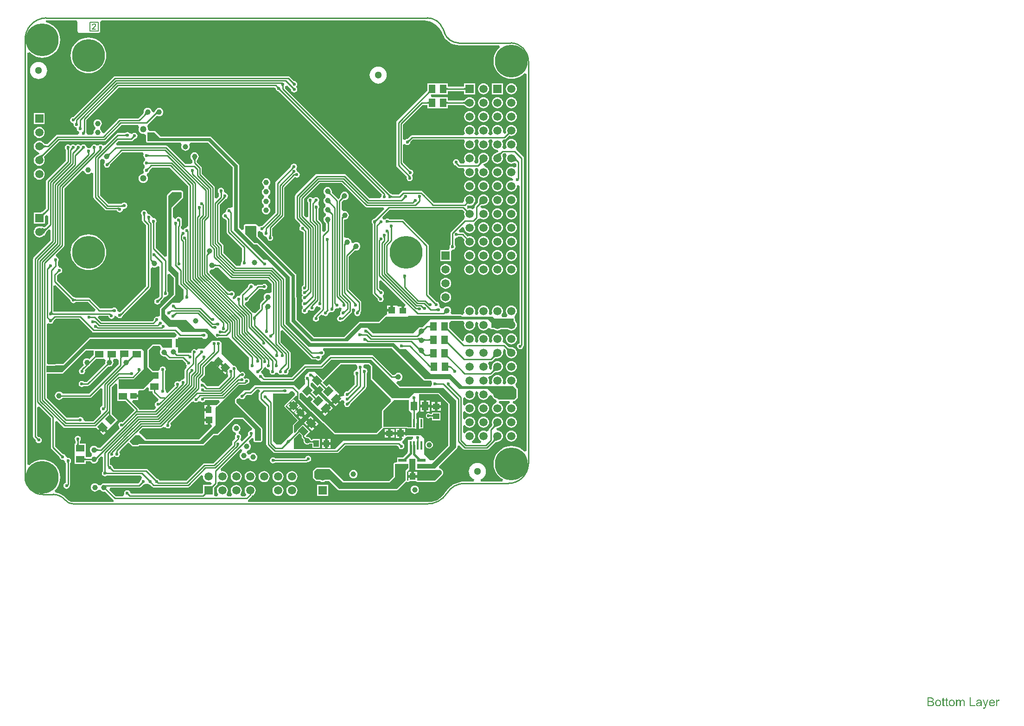
<source format=gbl>
G04*
G04 #@! TF.GenerationSoftware,Altium Limited,Altium Designer,18.1.7 (191)*
G04*
G04 Layer_Physical_Order=2*
G04 Layer_Color=16711680*
%FSLAX25Y25*%
%MOIN*%
G70*
G01*
G75*
%ADD10C,0.01000*%
%ADD16C,0.00787*%
%ADD23R,0.04724X0.04134*%
%ADD39R,0.04724X0.04724*%
%ADD42R,0.04134X0.04724*%
%ADD44R,0.04724X0.06000*%
%ADD45R,0.06000X0.04724*%
%ADD47C,0.05118*%
%ADD87R,0.05906X0.05906*%
%ADD88C,0.05906*%
%ADD89R,0.05906X0.05906*%
%ADD90C,0.03937*%
%ADD91C,0.23622*%
%ADD92C,0.04685*%
%ADD93C,0.02362*%
%ADD94C,0.03150*%
%ADD95R,0.01772X0.05906*%
%ADD96R,0.05906X0.02244*%
G04:AMPARAMS|DCode=97|XSize=47.24mil|YSize=60mil|CornerRadius=0mil|HoleSize=0mil|Usage=FLASHONLY|Rotation=225.000|XOffset=0mil|YOffset=0mil|HoleType=Round|Shape=Rectangle|*
%AMROTATEDRECTD97*
4,1,4,-0.00451,0.03792,0.03792,-0.00451,0.00451,-0.03792,-0.03792,0.00451,-0.00451,0.03792,0.0*
%
%ADD97ROTATEDRECTD97*%

G04:AMPARAMS|DCode=98|XSize=41.34mil|YSize=47.24mil|CornerRadius=0mil|HoleSize=0mil|Usage=FLASHONLY|Rotation=225.000|XOffset=0mil|YOffset=0mil|HoleType=Round|Shape=Rectangle|*
%AMROTATEDRECTD98*
4,1,4,-0.00209,0.03132,0.03132,-0.00209,0.00209,-0.03132,-0.03132,0.00209,-0.00209,0.03132,0.0*
%
%ADD98ROTATEDRECTD98*%

%ADD99P,0.06681X4X270.0*%
%ADD100R,0.04724X0.04724*%
G04:AMPARAMS|DCode=101|XSize=47.24mil|YSize=60mil|CornerRadius=0mil|HoleSize=0mil|Usage=FLASHONLY|Rotation=315.000|XOffset=0mil|YOffset=0mil|HoleType=Round|Shape=Rectangle|*
%AMROTATEDRECTD101*
4,1,4,-0.03792,-0.00451,0.00451,0.03792,0.03792,0.00451,-0.00451,-0.03792,-0.03792,-0.00451,0.0*
%
%ADD101ROTATEDRECTD101*%

%ADD102C,0.01500*%
%ADD103C,0.01700*%
G36*
X276689Y670963D02*
X276689Y670963D01*
X278116Y670963D01*
X298160D01*
X298431Y670767D01*
X299268Y669539D01*
X299268Y669463D01*
Y663240D01*
X299376Y662696D01*
X299684Y662235D01*
X300145Y661927D01*
X300689Y661819D01*
X314075D01*
X314619Y661927D01*
X315080Y662235D01*
X315388Y662696D01*
X315496Y663240D01*
Y669463D01*
X315496Y669539D01*
X316333Y670767D01*
X316604Y670963D01*
X546009D01*
X547348Y670865D01*
X547433Y670848D01*
X547457Y670853D01*
X548918Y670779D01*
X550035Y670691D01*
X552319Y670143D01*
X554489Y669244D01*
X556491Y668017D01*
X558277Y666492D01*
X559803Y664706D01*
X561030Y662703D01*
X561740Y660989D01*
X561740Y660989D01*
X561770Y660926D01*
X561775Y660917D01*
X562165Y660133D01*
X562394Y659760D01*
X563245Y658370D01*
X564588Y656798D01*
X566160Y655456D01*
X567922Y654376D01*
X569832Y653584D01*
X571842Y653102D01*
X573847Y652944D01*
Y652944D01*
X575344Y652951D01*
X602338D01*
X602891Y651451D01*
X602113Y650787D01*
X600804Y649253D01*
X599750Y647534D01*
X598978Y645671D01*
X598508Y643710D01*
X598349Y641700D01*
X598508Y639690D01*
X598978Y637729D01*
X599750Y635866D01*
X600804Y634147D01*
X602113Y632613D01*
X603647Y631304D01*
X605366Y630250D01*
X607229Y629478D01*
X609190Y629008D01*
X611200Y628849D01*
X613210Y629008D01*
X615171Y629478D01*
X617034Y630250D01*
X618753Y631304D01*
X620287Y632613D01*
X620521Y632888D01*
X622021Y632335D01*
Y361034D01*
X620521Y360480D01*
X620323Y360713D01*
X618790Y362022D01*
X617070Y363076D01*
X615207Y363848D01*
X613246Y364318D01*
X611236Y364477D01*
X609226Y364318D01*
X607265Y363848D01*
X605402Y363076D01*
X603683Y362022D01*
X602149Y360713D01*
X600840Y359179D01*
X599786Y357460D01*
X599015Y355597D01*
X598544Y353636D01*
X598386Y351626D01*
X598544Y349616D01*
X599015Y347655D01*
X599786Y345792D01*
X600840Y344073D01*
X602149Y342539D01*
X603683Y341230D01*
X605063Y340384D01*
X604702Y338884D01*
X589269D01*
X589045Y340383D01*
X590108Y340951D01*
X591039Y341716D01*
X591804Y342648D01*
X592372Y343710D01*
X592722Y344864D01*
X592840Y346063D01*
X592722Y347262D01*
X592372Y348416D01*
X591804Y349479D01*
X591039Y350410D01*
X590108Y351175D01*
X589045Y351743D01*
X587892Y352093D01*
X586692Y352211D01*
X585493Y352093D01*
X584340Y351743D01*
X583277Y351175D01*
X582345Y350410D01*
X581581Y349479D01*
X581013Y348416D01*
X580663Y347262D01*
X580545Y346063D01*
X580663Y344864D01*
X581013Y343710D01*
X581581Y342648D01*
X582345Y341716D01*
X583277Y340951D01*
X584340Y340383D01*
X584116Y338884D01*
X578036D01*
X576653Y338884D01*
X576545Y338862D01*
X575578Y338787D01*
X573471Y338368D01*
X571436Y337677D01*
X569508Y336727D01*
X567721Y335533D01*
X566105Y334116D01*
X564688Y332500D01*
X563592Y330860D01*
X563572Y330872D01*
X562910Y329793D01*
X561510Y328153D01*
X559869Y326752D01*
X558030Y325625D01*
X556038Y324800D01*
X553940Y324296D01*
X552749Y324202D01*
X551260Y324229D01*
X551037Y324238D01*
X550592Y324221D01*
Y324221D01*
X550578Y324210D01*
X550457Y324207D01*
X550033Y324123D01*
X549812Y324103D01*
X422034D01*
X421947Y324327D01*
X421785Y325604D01*
X422015Y325757D01*
X424546Y328289D01*
X424878Y328785D01*
X424882Y328805D01*
X425419Y329028D01*
X426244Y329661D01*
X426878Y330487D01*
X427276Y331448D01*
X427412Y332480D01*
X427276Y333512D01*
X426878Y334474D01*
X426244Y335299D01*
X425419Y335933D01*
X424457Y336331D01*
X423425Y336467D01*
X422393Y336331D01*
X421432Y335933D01*
X420606Y335299D01*
X419973Y334474D01*
X419574Y333512D01*
X419438Y332480D01*
X419574Y331448D01*
X419973Y330487D01*
X420516Y329778D01*
X420342Y329223D01*
X419827Y328368D01*
X417023D01*
X416602Y329067D01*
X416403Y329868D01*
X416878Y330487D01*
X417276Y331448D01*
X417412Y332480D01*
X417276Y333512D01*
X416878Y334474D01*
X416244Y335299D01*
X415419Y335933D01*
X414457Y336331D01*
X413425Y336467D01*
X412393Y336331D01*
X411432Y335933D01*
X410606Y335299D01*
X409972Y334474D01*
X409574Y333512D01*
X409438Y332480D01*
X409574Y331448D01*
X409972Y330487D01*
X410447Y329868D01*
X410248Y329067D01*
X409827Y328368D01*
X407023D01*
X406602Y329067D01*
X406403Y329868D01*
X406878Y330487D01*
X407276Y331448D01*
X407412Y332480D01*
X407276Y333512D01*
X406878Y334474D01*
X406244Y335299D01*
X405419Y335933D01*
X404457Y336331D01*
X403425Y336467D01*
X402393Y336331D01*
X401432Y335933D01*
X400606Y335299D01*
X399973Y334474D01*
X399574Y333512D01*
X399438Y332480D01*
X399574Y331448D01*
X399973Y330487D01*
X400447Y329868D01*
X400248Y329067D01*
X399827Y328368D01*
X398812D01*
X397378Y328528D01*
Y334270D01*
X399507Y336399D01*
X399838Y336895D01*
X399955Y337480D01*
Y338270D01*
X401432Y339028D01*
X402393Y338629D01*
X403425Y338493D01*
X404457Y338629D01*
X405419Y339028D01*
X406244Y339661D01*
X406878Y340487D01*
X407276Y341448D01*
X407412Y342480D01*
X407276Y343512D01*
X406878Y344474D01*
X406244Y345300D01*
X405419Y345933D01*
X404457Y346331D01*
X403425Y346467D01*
X402523Y346348D01*
X402404Y346459D01*
X402067Y348014D01*
X416172Y362119D01*
X417871Y361931D01*
X417890Y361753D01*
X417302Y360172D01*
X416682Y359696D01*
X416206Y359076D01*
X415907Y358354D01*
X415805Y357579D01*
X415907Y356804D01*
X416206Y356082D01*
X416682Y355462D01*
X417302Y354986D01*
X418024Y354687D01*
X418799Y354585D01*
X419574Y354687D01*
X420296Y354986D01*
X420916Y355462D01*
X421091Y355690D01*
X421874Y355706D01*
X422419Y355587D01*
X422715Y355444D01*
X422899Y354999D01*
X423375Y354379D01*
X423995Y353903D01*
X424717Y353604D01*
X425492Y353502D01*
X426267Y353604D01*
X426989Y353903D01*
X427609Y354379D01*
X428085Y354999D01*
X428384Y355721D01*
X428486Y356496D01*
X428384Y357271D01*
X428085Y357993D01*
X427609Y358613D01*
X426989Y359089D01*
X426267Y359388D01*
X425492Y359490D01*
X424717Y359388D01*
X423995Y359089D01*
X423375Y358613D01*
X423200Y358385D01*
X422418Y358369D01*
X421873Y358488D01*
X421577Y358630D01*
X421392Y359076D01*
X420916Y359696D01*
X420857Y359742D01*
X420857Y359780D01*
X421362Y361244D01*
X421641Y361281D01*
X422363Y361580D01*
X422983Y362056D01*
X423459Y362676D01*
X423758Y363398D01*
X423860Y364173D01*
X423758Y364948D01*
X423459Y365670D01*
X422983Y366290D01*
X422690Y366516D01*
X422397Y367727D01*
X422419Y368367D01*
X424398Y370345D01*
X425898Y369724D01*
X425898Y368336D01*
X425975Y367945D01*
X426196Y367615D01*
X426527Y367394D01*
X426917Y367316D01*
X430650Y367316D01*
X431041Y367394D01*
X431371Y367615D01*
X431725Y367968D01*
X431946Y368299D01*
X432023Y368689D01*
X432023Y376870D01*
X431946Y377260D01*
X431725Y377591D01*
X413597Y395719D01*
X413597Y397800D01*
X414353Y398556D01*
X416046Y398723D01*
X416767Y398241D01*
X417618Y398072D01*
X418469Y398241D01*
X419191Y398723D01*
X419673Y399444D01*
X419842Y400295D01*
X420905Y401227D01*
X423425D01*
X424011Y401343D01*
X424507Y401675D01*
X427996Y405163D01*
X429978D01*
X430552Y403778D01*
X429922Y403148D01*
X429591Y402652D01*
X429474Y402067D01*
Y398695D01*
X429591Y398110D01*
X429922Y397614D01*
X434960Y392577D01*
Y365634D01*
X435076Y365049D01*
X435407Y364553D01*
X440018Y359942D01*
X440515Y359611D01*
X441100Y359494D01*
X485728D01*
X486314Y359611D01*
X486810Y359942D01*
X491677Y364809D01*
X528471D01*
X529863Y364370D01*
X530032Y363519D01*
X530514Y362798D01*
X531236Y362316D01*
X532087Y362146D01*
X532938Y362316D01*
X533659Y362798D01*
X534141Y363519D01*
X534310Y364370D01*
X534141Y365221D01*
X533659Y365943D01*
X533148Y366284D01*
X532852Y367324D01*
X532789Y367984D01*
X533764Y368959D01*
X533985Y369290D01*
X534063Y369680D01*
X534858Y370142D01*
X535320Y370937D01*
X535710Y371015D01*
X536041Y371236D01*
X536041D01*
X536041Y371236D01*
X536051Y371246D01*
X536243Y371323D01*
X540222Y371323D01*
X540427Y371192D01*
X540623Y370261D01*
X539421Y368815D01*
X536795D01*
Y360910D01*
X536795Y360910D01*
X536795D01*
X536581Y359498D01*
X533437Y356354D01*
X529020D01*
Y352830D01*
X527559Y352594D01*
X527559Y352594D01*
X527559Y352594D01*
X527169Y352517D01*
X526838Y352296D01*
X526617Y351965D01*
X526540Y351575D01*
X526539Y351575D01*
X526540Y351517D01*
X526540Y342548D01*
X523200Y339209D01*
X490580Y339209D01*
X481331Y348457D01*
X481000Y348678D01*
X480610Y348756D01*
X471063Y348756D01*
X470673Y348678D01*
X470342Y348457D01*
X468767Y346882D01*
X468546Y346551D01*
X468469Y346161D01*
X468469Y341830D01*
X468546Y341440D01*
X468657Y341275D01*
X468767Y341110D01*
X468767Y341110D01*
X470440Y339437D01*
X470564Y339354D01*
X470771Y339215D01*
X471161Y339138D01*
X473300D01*
X473400Y339061D01*
X474362Y338662D01*
X475394Y338527D01*
X476426Y338662D01*
X477387Y339061D01*
X477488Y339138D01*
X480286Y339138D01*
X486484Y332941D01*
X486814Y332719D01*
X487205Y332642D01*
X528839Y332642D01*
X529229Y332719D01*
X529560Y332941D01*
X535524Y338905D01*
X535757Y338749D01*
X536147Y338671D01*
X537189D01*
X537579Y338749D01*
X537910Y338970D01*
X538035Y339158D01*
X542477D01*
X542602Y338970D01*
X542933Y338749D01*
X543323Y338671D01*
X556030Y338671D01*
X556420Y338749D01*
X556750Y338970D01*
X561744Y343964D01*
X561966Y344295D01*
X562043Y344685D01*
Y346165D01*
X561966Y346556D01*
X561744Y346886D01*
X560764Y347867D01*
X560434Y348088D01*
X560043Y348165D01*
X559602D01*
X558981Y349665D01*
X572079Y362763D01*
X572300Y363094D01*
X572378Y363484D01*
X572378Y364444D01*
X573764Y365019D01*
X576603Y362179D01*
X577099Y361848D01*
X577684Y361731D01*
X593618D01*
X594203Y361848D01*
X594699Y362179D01*
X599475Y366955D01*
X599544Y367002D01*
X599665Y367066D01*
X600104Y367245D01*
X600346Y367322D01*
X601439Y367583D01*
X601866Y367662D01*
X601866D01*
X601866Y367662D01*
X601867Y367662D01*
X601928Y367686D01*
X602213Y367724D01*
X603174Y368122D01*
X604000Y368756D01*
X604634Y369581D01*
X605032Y370543D01*
X605168Y371575D01*
X605032Y372607D01*
X604634Y373568D01*
X604000Y374394D01*
X603174Y375027D01*
X602213Y375426D01*
X601328Y375542D01*
X600947Y375983D01*
X600396Y376971D01*
X600602Y377350D01*
X601493Y377588D01*
X601916Y377671D01*
X601965Y377691D01*
X602213Y377724D01*
X603174Y378122D01*
X604000Y378756D01*
X604634Y379581D01*
X605032Y380543D01*
X605168Y381575D01*
X605032Y382607D01*
X604634Y383568D01*
X604000Y384394D01*
X603174Y385028D01*
X602213Y385426D01*
X601181Y385562D01*
X600149Y385426D01*
X599188Y385028D01*
X598362Y384394D01*
X597728Y383568D01*
X597330Y382607D01*
X597194Y381575D01*
X597287Y380869D01*
X597286Y380797D01*
X597325Y380579D01*
X597330Y380543D01*
X597333Y380535D01*
X597351Y380439D01*
X597388Y380137D01*
X597405Y379869D01*
X597402Y379634D01*
X597383Y379436D01*
X597352Y379273D01*
X597311Y379144D01*
X597266Y379046D01*
X597221Y378975D01*
X595375Y377129D01*
X595044Y376633D01*
X594927Y376047D01*
Y375560D01*
X593427Y374834D01*
X593175Y375027D01*
X592213Y375426D01*
X591181Y375562D01*
X590149Y375426D01*
X589188Y375027D01*
X588362Y374394D01*
X587728Y373568D01*
X587330Y372607D01*
X587194Y371575D01*
X587330Y370543D01*
X587728Y369581D01*
X588362Y368756D01*
X589188Y368122D01*
X589506Y367990D01*
X589208Y366490D01*
X583154D01*
X582856Y367990D01*
X583175Y368122D01*
X584000Y368756D01*
X584634Y369581D01*
X585032Y370543D01*
X585168Y371575D01*
X585032Y372607D01*
X584634Y373568D01*
X584000Y374394D01*
X583175Y375027D01*
X582213Y375426D01*
X581181Y375562D01*
X580149Y375426D01*
X579188Y375027D01*
X578362Y374394D01*
X577833Y373704D01*
X577377Y373707D01*
X576333Y374118D01*
Y379031D01*
X577377Y379443D01*
X577833Y379446D01*
X578362Y378756D01*
X579188Y378122D01*
X580149Y377724D01*
X581181Y377588D01*
X582213Y377724D01*
X583175Y378122D01*
X584000Y378756D01*
X584634Y379581D01*
X585032Y380543D01*
X585168Y381575D01*
X585032Y382607D01*
X584634Y383568D01*
X584000Y384394D01*
X583175Y385028D01*
X582213Y385426D01*
X581181Y385562D01*
X580149Y385426D01*
X579188Y385028D01*
X578362Y384394D01*
X577833Y383704D01*
X577377Y383707D01*
X576333Y384118D01*
Y389032D01*
X577377Y389443D01*
X577833Y389446D01*
X578362Y388756D01*
X579188Y388122D01*
X580149Y387724D01*
X581181Y387588D01*
X582213Y387724D01*
X583175Y388122D01*
X584000Y388756D01*
X584634Y389581D01*
X585032Y390543D01*
X585168Y391575D01*
X585032Y392607D01*
X584634Y393568D01*
X584000Y394394D01*
X583175Y395027D01*
X582213Y395426D01*
X581181Y395562D01*
X580149Y395426D01*
X579188Y395027D01*
X578362Y394394D01*
X577833Y393704D01*
X577377Y393707D01*
X576333Y394118D01*
Y399031D01*
X577377Y399443D01*
X577833Y399446D01*
X578362Y398756D01*
X579188Y398122D01*
X580149Y397724D01*
X581181Y397588D01*
X582213Y397724D01*
X583175Y398122D01*
X584000Y398756D01*
X584634Y399581D01*
X585032Y400543D01*
X585168Y401575D01*
X585032Y402607D01*
X585828Y403997D01*
X585964Y404039D01*
X586398D01*
X586535Y403997D01*
X587330Y402607D01*
X587194Y401575D01*
X587330Y400543D01*
X587728Y399581D01*
X588362Y398756D01*
X589188Y398122D01*
X590149Y397724D01*
X591181Y397588D01*
X592213Y397724D01*
X593175Y398122D01*
X594000Y398756D01*
X594634Y399581D01*
X594991Y400444D01*
X595240Y400627D01*
X596526Y401146D01*
X597310Y400692D01*
X597330Y400543D01*
X597728Y399581D01*
X598362Y398756D01*
X599188Y398122D01*
X600149Y397724D01*
X600258Y397709D01*
X600821Y397027D01*
X600817Y396723D01*
X600192Y395431D01*
X600149Y395426D01*
X599188Y395027D01*
X598362Y394394D01*
X597728Y393568D01*
X597330Y392607D01*
X597194Y391575D01*
X597330Y390543D01*
X597728Y389581D01*
X598362Y388756D01*
X599188Y388122D01*
X600149Y387724D01*
X601181Y387588D01*
X602213Y387724D01*
X603174Y388122D01*
X604000Y388756D01*
X604634Y389581D01*
X605032Y390543D01*
X605168Y391575D01*
X605032Y392607D01*
X604634Y393568D01*
X604000Y394394D01*
X603174Y395027D01*
X602655Y395243D01*
X602546Y395288D01*
X602344Y395404D01*
X602235Y395511D01*
X602569Y396780D01*
X602676Y396815D01*
X602578Y396815D01*
Y396815D01*
X602924Y396815D01*
X609784Y396815D01*
X610149Y395426D01*
X609188Y395027D01*
X608362Y394394D01*
X607728Y393568D01*
X607330Y392607D01*
X607194Y391575D01*
X607330Y390543D01*
X607728Y389581D01*
X608362Y388756D01*
X609188Y388122D01*
X610149Y387724D01*
X611181Y387588D01*
X612213Y387724D01*
X613174Y388122D01*
X614000Y388756D01*
X614634Y389581D01*
X615032Y390543D01*
X615168Y391575D01*
X615032Y392607D01*
X614634Y393568D01*
X614000Y394394D01*
X613174Y395027D01*
X612213Y395426D01*
X612578Y396815D01*
X613091D01*
X613481Y396893D01*
X613811Y397114D01*
X615682Y398984D01*
X615903Y399314D01*
X615980Y399705D01*
X615980Y405118D01*
X615903Y405508D01*
X615682Y405839D01*
X614371Y407150D01*
X614000Y408756D01*
X614634Y409581D01*
X615032Y410543D01*
X615168Y411575D01*
X615032Y412607D01*
X614634Y413568D01*
X614000Y414394D01*
X613174Y415028D01*
X612213Y415426D01*
X611181Y415562D01*
X610149Y415426D01*
X609188Y415028D01*
X608362Y414394D01*
X607728Y413568D01*
X607330Y412607D01*
X607194Y411575D01*
X607330Y410543D01*
X607465Y410218D01*
X607208Y409609D01*
X606738Y408857D01*
X605624D01*
X605155Y409609D01*
X604898Y410218D01*
X605032Y410543D01*
X605168Y411575D01*
X605032Y412607D01*
X604634Y413568D01*
X604000Y414394D01*
X603174Y415028D01*
X602213Y415426D01*
X601181Y415562D01*
X600149Y415426D01*
X599188Y415028D01*
X598362Y414394D01*
X597728Y413568D01*
X597330Y412607D01*
X597194Y411575D01*
X597330Y410543D01*
X597465Y410218D01*
X597207Y409608D01*
X596738Y408857D01*
X595624D01*
X595155Y409608D01*
X594898Y410218D01*
X595032Y410543D01*
X595168Y411575D01*
X595032Y412607D01*
X594634Y413568D01*
X595421Y415006D01*
X596142D01*
X596727Y415123D01*
X597223Y415454D01*
X599007Y417238D01*
X599082Y417287D01*
X599203Y417347D01*
X599364Y417407D01*
X599565Y417464D01*
X599806Y417514D01*
X600074Y417553D01*
X600766Y417600D01*
X601074Y417602D01*
X601181Y417588D01*
X602213Y417724D01*
X603174Y418122D01*
X604000Y418756D01*
X604634Y419581D01*
X605032Y420543D01*
X605168Y421575D01*
X605032Y422607D01*
X604634Y423568D01*
X604000Y424394D01*
X603174Y425028D01*
X602213Y425426D01*
X601181Y425562D01*
X600149Y425426D01*
X599188Y425028D01*
X598362Y424394D01*
X597728Y423568D01*
X597330Y422607D01*
X597194Y421575D01*
X597208Y421468D01*
X597206Y421160D01*
X597159Y420468D01*
X597140Y420338D01*
X596186Y419143D01*
X596083Y419160D01*
X595032Y420543D01*
X595168Y421575D01*
X595032Y422607D01*
X594634Y423568D01*
X594500Y423742D01*
X595240Y425242D01*
X596378D01*
X596963Y425359D01*
X597459Y425690D01*
X599007Y427238D01*
X599082Y427287D01*
X599203Y427347D01*
X599364Y427407D01*
X599565Y427464D01*
X599806Y427514D01*
X600074Y427553D01*
X600766Y427600D01*
X601074Y427602D01*
X601181Y427588D01*
X602213Y427724D01*
X603174Y428122D01*
X604000Y428756D01*
X604634Y429581D01*
X605032Y430543D01*
X605168Y431575D01*
X605032Y432607D01*
X604992Y432704D01*
X605734Y434343D01*
X605841Y434418D01*
X606116Y434477D01*
X606844Y433749D01*
X606893Y433674D01*
X606953Y433553D01*
X607014Y433392D01*
X607071Y433191D01*
X607120Y432950D01*
X607159Y432682D01*
X607206Y431990D01*
X607208Y431682D01*
X607194Y431575D01*
X607330Y430543D01*
X607728Y429581D01*
X608362Y428756D01*
X609188Y428122D01*
X610149Y427724D01*
X611181Y427588D01*
X612213Y427724D01*
X613174Y428122D01*
X614000Y428756D01*
X614634Y429581D01*
X615032Y430543D01*
X615168Y431575D01*
X615032Y432607D01*
X614634Y433568D01*
X614000Y434394D01*
X613174Y435028D01*
X612213Y435426D01*
X611181Y435562D01*
X611074Y435548D01*
X610766Y435550D01*
X610074Y435597D01*
X609806Y435636D01*
X609565Y435685D01*
X609364Y435742D01*
X609203Y435803D01*
X609082Y435863D01*
X609007Y435912D01*
X606830Y438089D01*
X606333Y438421D01*
X605748Y438537D01*
X605723D01*
X605399Y438848D01*
X604823Y440037D01*
X605032Y440543D01*
X605168Y441575D01*
X605032Y442607D01*
X604634Y443568D01*
X604000Y444394D01*
X603174Y445027D01*
X602213Y445426D01*
X601181Y445562D01*
X600149Y445426D01*
X599188Y445027D01*
X598362Y444394D01*
X597728Y443568D01*
X597330Y442607D01*
X597194Y441575D01*
X597330Y440543D01*
X597416Y440335D01*
X596692Y438925D01*
X596181Y438817D01*
X595670Y438925D01*
X594946Y440335D01*
X595032Y440543D01*
X595168Y441575D01*
X595032Y442607D01*
X594634Y443568D01*
X594000Y444394D01*
X593175Y445027D01*
X592213Y445426D01*
X591181Y445562D01*
X590149Y445426D01*
X589188Y445027D01*
X588362Y444394D01*
X587728Y443568D01*
X587330Y442607D01*
X587194Y441575D01*
X587330Y440543D01*
X587416Y440335D01*
X586692Y438925D01*
X586181Y438817D01*
X585670Y438925D01*
X584946Y440335D01*
X585032Y440543D01*
X585168Y441575D01*
X585032Y442607D01*
X584634Y443568D01*
X584000Y444394D01*
X583175Y445027D01*
X582213Y445426D01*
X581181Y445562D01*
X580149Y445426D01*
X579188Y445027D01*
X578362Y444394D01*
X577728Y443568D01*
X577330Y442607D01*
X577194Y441575D01*
X577301Y440763D01*
X576840Y440350D01*
X575944Y439998D01*
X566685Y449257D01*
X566650Y449299D01*
X566581Y449390D01*
X566526Y449473D01*
X566485Y449547D01*
X566455Y449612D01*
X566435Y449668D01*
X566423Y449716D01*
X566417Y449750D01*
Y452992D01*
X567876Y454492D01*
X573622D01*
X576547Y454492D01*
X576796Y454297D01*
X577490Y452992D01*
X577330Y452607D01*
X577194Y451575D01*
X577330Y450543D01*
X577728Y449581D01*
X578362Y448756D01*
X579188Y448122D01*
X580149Y447724D01*
X581181Y447588D01*
X582213Y447724D01*
X583175Y448122D01*
X584000Y448756D01*
X584634Y449581D01*
X585032Y450543D01*
X585168Y451575D01*
X585032Y452607D01*
X585828Y453997D01*
X585964Y454039D01*
X586398D01*
X586535Y453997D01*
X587330Y452607D01*
X587194Y451575D01*
X587330Y450543D01*
X587728Y449581D01*
X588362Y448756D01*
X589188Y448122D01*
X590149Y447724D01*
X591181Y447588D01*
X592213Y447724D01*
X593175Y448122D01*
X594000Y448756D01*
X594481Y449382D01*
X594584Y449391D01*
X595455Y449304D01*
X596007Y449118D01*
X596228Y448787D01*
X596559Y448566D01*
X596949Y448488D01*
X596949Y448488D01*
X597007Y448488D01*
X598710D01*
X599188Y448122D01*
X600149Y447724D01*
X601181Y447588D01*
X602213Y447724D01*
X603174Y448122D01*
X603652Y448488D01*
X608710Y448488D01*
X609188Y448122D01*
X610149Y447724D01*
X611181Y447588D01*
X612213Y447724D01*
X613174Y448122D01*
X614000Y448756D01*
X614634Y449581D01*
X615032Y450543D01*
X615168Y451575D01*
X615032Y452607D01*
X614634Y453568D01*
X614000Y454394D01*
X613716Y454612D01*
Y456299D01*
X613639Y456689D01*
X613638Y456691D01*
X613460Y457240D01*
X613707Y458531D01*
X614000Y458756D01*
X614634Y459581D01*
X615032Y460543D01*
X615168Y461575D01*
X615032Y462607D01*
X614634Y463568D01*
X614000Y464394D01*
X613174Y465028D01*
X612213Y465426D01*
X611181Y465562D01*
X610149Y465426D01*
X609188Y465028D01*
X608362Y464394D01*
X607728Y463568D01*
X607330Y462607D01*
X607194Y461575D01*
X607330Y460543D01*
X607728Y459581D01*
X608314Y458819D01*
X608268Y458527D01*
X607770Y457319D01*
X604592Y457319D01*
X604094Y458527D01*
X604049Y458819D01*
X604634Y459581D01*
X605032Y460543D01*
X605168Y461575D01*
X605032Y462607D01*
X604634Y463568D01*
X604000Y464394D01*
X603174Y465028D01*
X602213Y465426D01*
X601181Y465562D01*
X600149Y465426D01*
X599188Y465028D01*
X598362Y464394D01*
X597728Y463568D01*
X597330Y462607D01*
X597194Y461575D01*
X597330Y460543D01*
X597465Y460218D01*
X597209Y459612D01*
X596738Y458857D01*
X595624Y458857D01*
X595153Y459612D01*
X594898Y460218D01*
X595032Y460543D01*
X595168Y461575D01*
X595032Y462607D01*
X594634Y463568D01*
X594000Y464394D01*
X593175Y465028D01*
X592213Y465426D01*
X591181Y465562D01*
X590149Y465426D01*
X589188Y465028D01*
X588362Y464394D01*
X587728Y463568D01*
X587330Y462607D01*
X587194Y461575D01*
X587330Y460543D01*
X587465Y460218D01*
X587208Y459610D01*
X586738Y458857D01*
X585624Y458857D01*
X585154Y459610D01*
X584898Y460218D01*
X585032Y460543D01*
X585168Y461575D01*
X585032Y462607D01*
X584634Y463568D01*
X584000Y464394D01*
X583175Y465028D01*
X582213Y465426D01*
X581181Y465562D01*
X580149Y465426D01*
X579188Y465028D01*
X578362Y464394D01*
X577728Y463568D01*
X577330Y462607D01*
X577194Y461575D01*
X577330Y460543D01*
X576548Y459047D01*
X576383Y458996D01*
X575630Y458852D01*
X575390Y459013D01*
X575000Y459091D01*
X568288D01*
X567479Y460500D01*
X567778Y461222D01*
X567880Y461997D01*
X567778Y462772D01*
X567479Y463494D01*
X567003Y464114D01*
X566383Y464590D01*
X565660Y464889D01*
X564886Y464991D01*
X564111Y464889D01*
X563388Y464590D01*
X562768Y464114D01*
X562293Y463494D01*
X562257Y463409D01*
X560998Y463457D01*
X560680Y463522D01*
X560234Y464190D01*
X559512Y464672D01*
X559463Y466142D01*
X559294Y466993D01*
X558811Y467714D01*
X558090Y468196D01*
X557239Y468366D01*
X557199Y468358D01*
X557174Y468373D01*
X557159Y468385D01*
X551780Y473764D01*
Y508608D01*
X551663Y509193D01*
X551332Y509689D01*
X533878Y527143D01*
X533382Y527475D01*
X532796Y527591D01*
X523592D01*
X523573Y527594D01*
X523544Y527601D01*
X523521Y527634D01*
X522800Y528117D01*
X521949Y528286D01*
X521098Y528117D01*
X520376Y527634D01*
X519092Y527557D01*
X518887Y527694D01*
X518548Y529207D01*
X518596Y529523D01*
X523683Y534611D01*
X575982D01*
X577522Y533071D01*
X577330Y532607D01*
X577194Y531575D01*
X577330Y530543D01*
X577728Y529581D01*
X577750Y529553D01*
X577531Y528448D01*
X577157Y527861D01*
X576850Y527656D01*
X567816Y518622D01*
X567485Y518126D01*
X567368Y517541D01*
Y509615D01*
X567365Y509596D01*
X567359Y509567D01*
X567325Y509545D01*
X566843Y508823D01*
X566674Y507972D01*
X566843Y507121D01*
X566906Y507027D01*
X566136Y505527D01*
X560024D01*
Y497622D01*
X567929D01*
Y504412D01*
X568890Y505739D01*
X569304Y505829D01*
X569749Y505918D01*
X570470Y506400D01*
X570952Y507121D01*
X571122Y507972D01*
X570952Y508823D01*
X570470Y509545D01*
X570436Y509567D01*
X570430Y509596D01*
X570427Y509615D01*
Y513184D01*
X571457Y514508D01*
X572308Y514678D01*
X573029Y515160D01*
X573052Y515194D01*
X573080Y515200D01*
X573099Y515203D01*
X575390D01*
X577522Y513071D01*
X577330Y512607D01*
X577194Y511575D01*
X577330Y510543D01*
X577728Y509581D01*
X578362Y508756D01*
X579188Y508122D01*
X580149Y507724D01*
X581181Y507588D01*
X582213Y507724D01*
X583175Y508122D01*
X584000Y508756D01*
X584634Y509581D01*
X585032Y510543D01*
X585168Y511575D01*
X585032Y512607D01*
X584634Y513568D01*
X584000Y514394D01*
X583175Y515028D01*
X582213Y515426D01*
X581181Y515562D01*
X580149Y515426D01*
X579685Y515234D01*
X577105Y517814D01*
X576609Y518145D01*
X576024Y518262D01*
X573903D01*
X573335Y519634D01*
X573389Y519869D01*
X575770Y522250D01*
X577137Y521602D01*
X577197Y521556D01*
X577330Y520543D01*
X577728Y519581D01*
X578362Y518756D01*
X579188Y518122D01*
X580149Y517724D01*
X581181Y517588D01*
X582213Y517724D01*
X583175Y518122D01*
X584000Y518756D01*
X584634Y519581D01*
X585032Y520543D01*
X585168Y521575D01*
X585032Y522607D01*
X584634Y523568D01*
X584566Y523657D01*
X584540Y523971D01*
X584900Y525444D01*
X584956Y525510D01*
X587246Y527800D01*
X587315Y527858D01*
X588839Y528204D01*
X589126Y528169D01*
X589188Y528122D01*
X590149Y527724D01*
X591181Y527588D01*
X592213Y527724D01*
X593175Y528122D01*
X594000Y528756D01*
X594634Y529581D01*
X595032Y530543D01*
X595168Y531575D01*
X595032Y532607D01*
X594634Y533568D01*
X594000Y534394D01*
X593175Y535028D01*
X592213Y535426D01*
X591181Y535562D01*
X590149Y535426D01*
X588817Y536497D01*
X588748Y536979D01*
X589007Y537238D01*
X589082Y537287D01*
X589203Y537347D01*
X589364Y537407D01*
X589565Y537464D01*
X589806Y537514D01*
X590074Y537553D01*
X590766Y537600D01*
X591074Y537602D01*
X591181Y537588D01*
X592213Y537724D01*
X593175Y538122D01*
X594000Y538756D01*
X594634Y539581D01*
X595032Y540543D01*
X595168Y541575D01*
X595032Y542607D01*
X594634Y543568D01*
X594000Y544394D01*
X593175Y545027D01*
X592213Y545426D01*
X591181Y545562D01*
X590149Y545426D01*
X589188Y545027D01*
X588362Y544394D01*
X587728Y543568D01*
X587330Y542607D01*
X587194Y541575D01*
X587208Y541468D01*
X587206Y541159D01*
X587159Y540468D01*
X587120Y540200D01*
X587071Y539959D01*
X587014Y539757D01*
X586953Y539597D01*
X586893Y539476D01*
X586844Y539401D01*
X585139Y537696D01*
X584807Y537199D01*
X584691Y536614D01*
Y535755D01*
X583191Y535015D01*
X583175Y535028D01*
X582213Y535426D01*
X581181Y535562D01*
X580149Y535426D01*
X579780Y535273D01*
X579488Y535531D01*
X579579Y537385D01*
X579990Y537691D01*
X580149Y537625D01*
X581181Y537490D01*
X582213Y537625D01*
X583175Y538024D01*
X584000Y538657D01*
X584634Y539483D01*
X585032Y540445D01*
X585168Y541476D01*
X585032Y542508D01*
X584634Y543470D01*
X584000Y544296D01*
X583175Y544929D01*
X582213Y545327D01*
X581181Y545463D01*
X580149Y545327D01*
X579188Y544929D01*
X578362Y544296D01*
X577728Y543470D01*
X577330Y542508D01*
X577194Y541476D01*
X577265Y540938D01*
X576456Y539794D01*
X576089Y539522D01*
X555456D01*
X548780Y546198D01*
X548738Y546261D01*
X547244Y547755D01*
X546748Y548086D01*
X546163Y548203D01*
X533534D01*
X532949Y548086D01*
X532453Y547755D01*
X530224Y545526D01*
X525417D01*
X525398Y545528D01*
X525369Y545535D01*
X525347Y545569D01*
X524625Y546051D01*
X524298Y546116D01*
X448416Y621997D01*
X448423Y623427D01*
X448442Y623455D01*
X450244Y623775D01*
X452777Y621242D01*
X452788Y621226D01*
X452804Y621201D01*
X452796Y621161D01*
X452965Y620310D01*
X453447Y619589D01*
X454169Y619107D01*
X455020Y618938D01*
X455871Y619107D01*
X456592Y619589D01*
X457074Y620310D01*
X457243Y621161D01*
X457074Y622012D01*
X456592Y622734D01*
Y623427D01*
X457074Y624149D01*
X457243Y625000D01*
X457074Y625851D01*
X456592Y626573D01*
X455871Y627055D01*
X455020Y627224D01*
X454980Y627216D01*
X454955Y627232D01*
X454940Y627243D01*
X451951Y630231D01*
X451455Y630563D01*
X450870Y630679D01*
X326127D01*
X325542Y630563D01*
X325045Y630231D01*
X296156Y601342D01*
X296105Y601352D01*
X295254Y601183D01*
X294533Y600701D01*
X294051Y599979D01*
X293881Y599128D01*
X294051Y598277D01*
X294533Y597556D01*
X295254Y597074D01*
X296105Y596903D01*
X296434Y595441D01*
X296497Y595123D01*
X296979Y594402D01*
X297701Y593920D01*
X298552Y593749D01*
X298881Y592286D01*
X298944Y591969D01*
X299426Y591247D01*
X300147Y590765D01*
X300189Y590757D01*
X300431Y589832D01*
X299324Y588546D01*
X284809D01*
X284224Y588429D01*
X283728Y588098D01*
X277376Y581746D01*
X276257D01*
X276170Y581765D01*
X276042Y581807D01*
X275886Y581878D01*
X275703Y581981D01*
X275497Y582116D01*
X275280Y582278D01*
X274758Y582734D01*
X274538Y582950D01*
X274473Y583036D01*
X273647Y583669D01*
X272685Y584068D01*
X271654Y584203D01*
X270622Y584068D01*
X269660Y583669D01*
X268834Y583036D01*
X268201Y582210D01*
X267803Y581248D01*
X267667Y580217D01*
X267803Y579185D01*
X268201Y578223D01*
X268834Y577397D01*
X269660Y576764D01*
X270622Y576366D01*
X270745Y576349D01*
X271747Y574871D01*
X271754Y574768D01*
X271617Y574402D01*
X270953Y574157D01*
X270693Y574077D01*
X270622Y574068D01*
X270503Y574018D01*
X270502Y574018D01*
X270500Y574017D01*
X269660Y573669D01*
X268834Y573036D01*
X268201Y572210D01*
X267803Y571248D01*
X267667Y570217D01*
X267803Y569185D01*
X268201Y568223D01*
X268834Y567397D01*
X269660Y566764D01*
X270622Y566365D01*
X271654Y566230D01*
X272685Y566365D01*
X273647Y566764D01*
X274473Y567397D01*
X275106Y568223D01*
X275505Y569185D01*
X275640Y570217D01*
X275505Y571248D01*
X275444Y571394D01*
X275443Y571407D01*
X275348Y571735D01*
X275287Y572005D01*
X275252Y572244D01*
X275239Y572449D01*
X275245Y572620D01*
X275266Y572757D01*
X275297Y572865D01*
X275334Y572950D01*
X275376Y573017D01*
X286147Y583787D01*
X318528D01*
X319113Y583904D01*
X319609Y584235D01*
X330892Y595518D01*
X342653D01*
X343195Y594713D01*
X343459Y594018D01*
X343200Y593392D01*
X343085Y592520D01*
X343200Y591647D01*
X343537Y590834D01*
X344073Y590136D01*
X344771Y589600D01*
X345584Y589263D01*
X346457Y589148D01*
X347087Y589231D01*
X347622Y589007D01*
X348587Y588161D01*
Y583858D01*
X348664Y583468D01*
X348885Y583137D01*
X349216Y582916D01*
X349606Y582839D01*
X373401Y582839D01*
X373952Y582007D01*
X374203Y581339D01*
X373978Y580795D01*
X373876Y580020D01*
X373978Y579245D01*
X374277Y578523D01*
X374753Y577903D01*
X375373Y577427D01*
X376095Y577128D01*
X376870Y577026D01*
X377645Y577128D01*
X378367Y577427D01*
X378987Y577903D01*
X379463Y578523D01*
X379762Y579245D01*
X379864Y580020D01*
X379762Y580795D01*
X379537Y581339D01*
X379788Y582007D01*
X380339Y582839D01*
X392902Y582839D01*
X410693Y565048D01*
X410693Y536575D01*
X409193Y535776D01*
X409135Y535814D01*
X408284Y535984D01*
X407433Y535814D01*
X406712Y535332D01*
X406230Y534611D01*
X406060Y533760D01*
X406064Y533745D01*
X405516Y532540D01*
X404948Y532247D01*
X404575Y532173D01*
X403854Y531691D01*
X403372Y530969D01*
X403202Y530118D01*
X403372Y529267D01*
X403854Y528546D01*
X404575Y528064D01*
X405426Y527894D01*
X406416Y526870D01*
Y518686D01*
X406533Y518100D01*
X406864Y517604D01*
X417553Y506916D01*
Y497706D01*
X417550Y497687D01*
X417544Y497658D01*
X417510Y497636D01*
X417028Y496914D01*
X416858Y496063D01*
X416961Y495549D01*
X416363Y494459D01*
X416001Y494049D01*
X413445D01*
X404142Y503352D01*
Y508412D01*
X404026Y508997D01*
X403694Y509493D01*
X401359Y511829D01*
Y537975D01*
X405519Y542135D01*
X405604Y542202D01*
X405634Y542222D01*
X405668Y542242D01*
X405696Y542256D01*
X405718Y542266D01*
X405733Y542271D01*
X405780Y542284D01*
X405834Y542311D01*
X406087Y542362D01*
X406809Y542844D01*
X407291Y543565D01*
X407460Y544416D01*
X407291Y545267D01*
X406809Y545989D01*
X406087Y546471D01*
X405666Y546555D01*
X405091Y546933D01*
X404547Y548032D01*
X404586Y548228D01*
X404417Y549079D01*
X403935Y549801D01*
X403213Y550283D01*
X402362Y550452D01*
X401511Y550283D01*
X400790Y549801D01*
X400308Y549079D01*
X400138Y548228D01*
X400308Y547377D01*
X400790Y546656D01*
X400823Y546633D01*
X400830Y546604D01*
X400833Y546586D01*
Y544179D01*
X399344Y542691D01*
X397959Y543265D01*
Y550547D01*
X397842Y551132D01*
X397511Y551628D01*
X388564Y560575D01*
Y564411D01*
X388448Y564996D01*
X388116Y565492D01*
X384895Y568713D01*
Y569839D01*
X384900Y569867D01*
X384918Y569937D01*
X384948Y570017D01*
X384990Y570107D01*
X385048Y570208D01*
X385123Y570318D01*
X385216Y570438D01*
X385327Y570566D01*
X385449Y570691D01*
X385483Y570717D01*
X385959Y571338D01*
X386258Y572060D01*
X386360Y572835D01*
X386258Y573610D01*
X385959Y574332D01*
X385483Y574952D01*
X384863Y575428D01*
X384141Y575727D01*
X383366Y575829D01*
X382591Y575727D01*
X381869Y575428D01*
X381249Y574952D01*
X380773Y574332D01*
X380474Y573610D01*
X380372Y572835D01*
X380474Y572060D01*
X380773Y571338D01*
X381249Y570717D01*
X381283Y570691D01*
X381405Y570566D01*
X381517Y570438D01*
X381609Y570318D01*
X381684Y570208D01*
X381742Y570107D01*
X381785Y570017D01*
X381814Y569937D01*
X381832Y569867D01*
X381837Y569839D01*
Y568079D01*
X380428Y567474D01*
X376857D01*
X363990Y580340D01*
X363494Y580672D01*
X362909Y580789D01*
X327496D01*
X326875Y582289D01*
X328490Y583904D01*
X337795D01*
X338381Y584020D01*
X338877Y584352D01*
X340077Y585552D01*
X340093Y585564D01*
X340118Y585579D01*
X340158Y585571D01*
X341008Y585741D01*
X341730Y586223D01*
X342212Y586944D01*
X342381Y587795D01*
X342212Y588646D01*
X341730Y589368D01*
X341008Y589850D01*
X340158Y590019D01*
X339306Y589850D01*
X338585Y589368D01*
X338563Y589335D01*
X338128Y589248D01*
X336843Y589416D01*
X336612Y589761D01*
X335890Y590243D01*
X335039Y590413D01*
X334188Y590243D01*
X333467Y589761D01*
X333444Y589728D01*
X333416Y589721D01*
X333397Y589718D01*
X328208D01*
X327623Y589602D01*
X327127Y589270D01*
X319080Y581223D01*
X317434Y580986D01*
X316713Y581468D01*
X315862Y581637D01*
X315011Y581468D01*
X314289Y580986D01*
X312793D01*
X312071Y581468D01*
X311221Y581637D01*
X310369Y581468D01*
X309648Y580986D01*
X309166Y580265D01*
X309098Y579921D01*
X308409Y579211D01*
X307565Y578920D01*
X307185Y578996D01*
X307112Y578981D01*
X306029Y579306D01*
X305536Y580081D01*
X305499Y580265D01*
X305017Y580986D01*
X304296Y581468D01*
X303445Y581637D01*
X302594Y581468D01*
X301872Y580986D01*
X301310D01*
X300588Y581468D01*
X299738Y581637D01*
X298886Y581468D01*
X298165Y580986D01*
X297603D01*
X296881Y581468D01*
X296030Y581637D01*
X295179Y581468D01*
X294458Y580986D01*
X293895D01*
X293174Y581468D01*
X292323Y581637D01*
X291472Y581468D01*
X290750Y580986D01*
X290268Y580265D01*
X290099Y579414D01*
X290268Y578563D01*
X290750Y577841D01*
X290784Y577819D01*
X290791Y577790D01*
X290793Y577771D01*
Y569766D01*
X276907Y555880D01*
X276576Y555384D01*
X276460Y554799D01*
Y535467D01*
X274360Y533367D01*
X274201Y533219D01*
X274078Y533120D01*
X274038Y533092D01*
X273968Y533095D01*
X273852Y533118D01*
X273771Y533102D01*
X273689Y533105D01*
X273578Y533063D01*
X273462Y533040D01*
X273393Y532994D01*
X273316Y532966D01*
X273229Y532885D01*
X273131Y532819D01*
X273085Y532751D01*
X273025Y532695D01*
X272976Y532587D01*
X272968Y532575D01*
X267825D01*
Y524669D01*
X275731D01*
Y529812D01*
X275743Y529820D01*
X275851Y529869D01*
X275907Y529929D01*
X275975Y529975D01*
X276041Y530073D01*
X276122Y530161D01*
X276243Y530337D01*
X276660Y530613D01*
X277046Y530522D01*
X277995Y529911D01*
X278160Y529652D01*
Y524614D01*
X275690Y522145D01*
X275669Y522127D01*
X275588Y522077D01*
X275509Y522046D01*
X275416Y522028D01*
X275297Y522024D01*
X275141Y522041D01*
X274947Y522089D01*
X274714Y522175D01*
X274446Y522301D01*
X274118Y522488D01*
X274117Y522489D01*
X274116Y522489D01*
X273928Y522552D01*
X273741Y522614D01*
X273739Y522614D01*
X273738Y522614D01*
X273543Y522600D01*
X273344Y522586D01*
X273343Y522585D01*
X273341Y522585D01*
X273166Y522497D01*
X272988Y522408D01*
X272987Y522407D01*
X272986Y522407D01*
X272982Y522402D01*
X272810Y522473D01*
X271778Y522609D01*
X270746Y522473D01*
X269784Y522075D01*
X268959Y521441D01*
X268325Y520615D01*
X267927Y519654D01*
X267791Y518622D01*
X267927Y517590D01*
X268325Y516629D01*
X268959Y515803D01*
X269784Y515169D01*
X270746Y514771D01*
X271778Y514635D01*
X272810Y514771D01*
X273771Y515169D01*
X274597Y515803D01*
X274746Y515998D01*
X274757Y515994D01*
X274768Y515995D01*
X274779Y515991D01*
X274966Y516009D01*
X275154Y516023D01*
X275164Y516028D01*
X275175Y516029D01*
X275341Y516117D01*
X275509Y516202D01*
X275517Y516210D01*
X275526Y516215D01*
X275646Y516360D01*
X275769Y516503D01*
X275773Y516513D01*
X275780Y516522D01*
X277203Y519162D01*
X277445Y519561D01*
X277474Y519602D01*
X278474Y520602D01*
X279860Y520028D01*
Y512390D01*
X267646Y500176D01*
X267315Y499680D01*
X267198Y499095D01*
Y371375D01*
X267315Y370790D01*
X267646Y370293D01*
X269115Y368824D01*
X269127Y368809D01*
X269142Y368784D01*
X269134Y368744D01*
X269304Y367893D01*
X269786Y367172D01*
X270507Y366689D01*
X271358Y366520D01*
X272209Y366689D01*
X272931Y367172D01*
X273413Y367893D01*
X273582Y368744D01*
X273413Y369595D01*
X272931Y370317D01*
X272209Y370799D01*
X271358Y370968D01*
X271318Y370960D01*
X271294Y370976D01*
X271278Y370987D01*
X270257Y372008D01*
Y392353D01*
X271643Y392927D01*
X280099Y384470D01*
Y363549D01*
X280216Y362963D01*
X280547Y362467D01*
X286290Y356724D01*
X286302Y356708D01*
X286318Y356684D01*
X286310Y356644D01*
X286479Y355793D01*
X286961Y355071D01*
X287682Y354589D01*
X288533Y354420D01*
X288691Y354451D01*
X289784Y353976D01*
X290198Y353338D01*
X290268Y352988D01*
X290750Y352266D01*
X290784Y352243D01*
X290791Y352215D01*
X290793Y352196D01*
Y338041D01*
X290488Y337980D01*
X289766Y337498D01*
X289284Y336776D01*
X289115Y335925D01*
X289284Y335074D01*
X289766Y334353D01*
X290488Y333871D01*
X291339Y333701D01*
X292190Y333871D01*
X292911Y334353D01*
X293393Y335074D01*
X293562Y335925D01*
X293541Y336033D01*
X293736Y336324D01*
X293852Y336910D01*
Y352196D01*
X293855Y352215D01*
X293862Y352243D01*
X293895Y352266D01*
X294377Y352988D01*
X294547Y353839D01*
X294377Y354690D01*
X293895Y355411D01*
X293174Y355893D01*
X292323Y356062D01*
X292165Y356031D01*
X291073Y356506D01*
X290658Y357144D01*
X290588Y357495D01*
X290106Y358216D01*
X289385Y358698D01*
X288533Y358868D01*
X288493Y358860D01*
X288469Y358875D01*
X288453Y358887D01*
X283158Y364182D01*
Y381856D01*
X284544Y382430D01*
X288948Y378026D01*
X289444Y377694D01*
X290029Y377578D01*
X311808D01*
X312393Y377694D01*
X312566Y377810D01*
X314166Y376210D01*
X316543Y378587D01*
X317250Y377880D01*
X317957Y378587D01*
X320786Y375759D01*
X322456Y377429D01*
X323358Y378331D01*
X328113Y383086D01*
X323771Y387428D01*
Y389541D01*
Y406859D01*
X326335Y409423D01*
X327721Y408849D01*
Y405709D01*
X327729Y404810D01*
Y403534D01*
X327729D01*
Y396810D01*
X333722D01*
X340223Y390309D01*
X331604Y381691D01*
X330807Y381850D01*
X329956Y381680D01*
X329235Y381199D01*
X328752Y380477D01*
X328583Y379626D01*
X328752Y378775D01*
X329235Y378053D01*
X329337Y377019D01*
X315461Y363144D01*
X314019D01*
X313991Y363148D01*
X313921Y363166D01*
X313842Y363196D01*
X313751Y363238D01*
X313651Y363296D01*
X313540Y363371D01*
X313420Y363464D01*
X313292Y363575D01*
X313167Y363697D01*
X313141Y363731D01*
X312521Y364207D01*
X311799Y364506D01*
X311024Y364608D01*
X310249Y364506D01*
X309527Y364207D01*
X308907Y363731D01*
X308431Y363111D01*
X308132Y362389D01*
X308030Y361614D01*
X308132Y360839D01*
X308431Y360117D01*
X308907Y359497D01*
X309462Y359070D01*
X309570Y358354D01*
X309581Y358185D01*
X309492Y357412D01*
X309005Y357038D01*
X308554Y356451D01*
X305014D01*
Y357996D01*
X305014Y358221D01*
Y359496D01*
X305014Y359720D01*
Y366220D01*
X300939D01*
Y367944D01*
X300942Y367963D01*
X300948Y367991D01*
X300982Y368014D01*
X301464Y368736D01*
X301633Y369587D01*
X301464Y370438D01*
X300982Y371159D01*
X300260Y371641D01*
X299410Y371810D01*
X298558Y371641D01*
X297837Y371159D01*
X297355Y370438D01*
X297186Y369587D01*
X297355Y368736D01*
X297837Y368014D01*
X297871Y367991D01*
X297877Y367963D01*
X297880Y367944D01*
Y366220D01*
X297014D01*
Y359720D01*
X297014Y359496D01*
Y358221D01*
X297014Y357996D01*
Y351496D01*
X305014D01*
Y353392D01*
X308554D01*
X309005Y352804D01*
X309625Y352328D01*
X310347Y352029D01*
X311122Y351927D01*
X311897Y352029D01*
X312619Y352328D01*
X313239Y352804D01*
X313715Y353424D01*
X314014Y354146D01*
X314116Y354921D01*
X314099Y355052D01*
X316054Y357007D01*
X317440Y356433D01*
Y346426D01*
X317437Y346407D01*
X317431Y346379D01*
X317397Y346356D01*
X316915Y345635D01*
X316745Y344783D01*
X316915Y343932D01*
X317397Y343211D01*
X318118Y342729D01*
X318969Y342560D01*
X319820Y342729D01*
X320542Y343211D01*
X320564Y343245D01*
X320593Y343251D01*
X320612Y343254D01*
X344500D01*
X345623Y342120D01*
X345620Y341894D01*
X345266Y340607D01*
X344884Y340352D01*
X344402Y339630D01*
X344233Y338779D01*
X344243Y338729D01*
X342993Y337479D01*
X319709D01*
X319221Y337382D01*
X319082Y337439D01*
X318307Y337541D01*
X317532Y337439D01*
X316810Y337140D01*
X316190Y336664D01*
X315880Y336261D01*
X314852Y336184D01*
X314192Y336290D01*
X313830Y336763D01*
X313210Y337239D01*
X312488Y337538D01*
X311713Y337640D01*
X310938Y337538D01*
X310215Y337239D01*
X309595Y336763D01*
X309120Y336143D01*
X308821Y335421D01*
X308718Y334646D01*
X308821Y333871D01*
X309120Y333149D01*
X309595Y332528D01*
X310215Y332053D01*
X310938Y331754D01*
X311713Y331651D01*
X312488Y331754D01*
X313210Y332053D01*
X313830Y332528D01*
X314139Y332932D01*
X315167Y333009D01*
X315827Y332903D01*
X316190Y332430D01*
X316810Y331954D01*
X317532Y331655D01*
X318307Y331553D01*
X319042Y331650D01*
X324934Y325757D01*
X325164Y325604D01*
X325002Y324327D01*
X324915Y324103D01*
X295980D01*
X295877Y324083D01*
X294571Y324255D01*
X293331Y324768D01*
X292267Y325586D01*
X292051Y325866D01*
X292051Y325866D01*
X291061Y326993D01*
X290905Y327177D01*
X289274Y328569D01*
X287446Y329690D01*
X285465Y330510D01*
X283432Y330998D01*
X282857Y332292D01*
X282801Y332510D01*
X283020Y332697D01*
X284330Y334230D01*
X285383Y335949D01*
X286155Y337812D01*
X286626Y339773D01*
X286784Y341783D01*
X286626Y343794D01*
X286155Y345755D01*
X285383Y347618D01*
X284330Y349337D01*
X283020Y350870D01*
X281487Y352180D01*
X279767Y353234D01*
X277904Y354005D01*
X275943Y354476D01*
X273933Y354634D01*
X271923Y354476D01*
X269962Y354005D01*
X268099Y353234D01*
X266380Y352180D01*
X264846Y350870D01*
X264659Y350651D01*
X263159Y351205D01*
Y647421D01*
X264659Y647975D01*
X264846Y647756D01*
X266380Y646446D01*
X268099Y645393D01*
X269962Y644621D01*
X271923Y644150D01*
X273933Y643992D01*
X275943Y644150D01*
X277904Y644621D01*
X279767Y645393D01*
X281487Y646446D01*
X283020Y647756D01*
X284330Y649289D01*
X285383Y651009D01*
X286155Y652872D01*
X286626Y654832D01*
X286784Y656843D01*
X286626Y658853D01*
X286155Y660814D01*
X285383Y662677D01*
X284330Y664396D01*
X283020Y665929D01*
X281487Y667239D01*
X279767Y668293D01*
X277904Y669064D01*
X276352Y669437D01*
X276363Y669573D01*
X276628Y670963D01*
X276689Y670963D01*
D02*
G37*
G36*
X454203Y626529D02*
X454290Y626455D01*
X454378Y626390D01*
X454467Y626334D01*
X454556Y626286D01*
X454645Y626248D01*
X454735Y626218D01*
X454826Y626197D01*
X454917Y626185D01*
X455008Y626181D01*
X453839Y625012D01*
X453835Y625103D01*
X453823Y625194D01*
X453802Y625284D01*
X453772Y625374D01*
X453733Y625464D01*
X453686Y625553D01*
X453630Y625641D01*
X453565Y625729D01*
X453491Y625817D01*
X453408Y625904D01*
X454115Y626611D01*
X454203Y626529D01*
D02*
G37*
G36*
X446600Y626154D02*
X445674Y624897D01*
X445661Y624964D01*
X445636Y625024D01*
X445599Y625077D01*
X445549Y625123D01*
X445487Y625162D01*
X445412Y625194D01*
X445325Y625218D01*
X445225Y625236D01*
X445112Y625246D01*
X444987Y625250D01*
X445229Y626250D01*
X446600Y626154D01*
D02*
G37*
G36*
X447615Y624089D02*
X447559Y624017D01*
X447510Y623938D01*
X447468Y623853D01*
X447432Y623763D01*
X447403Y623666D01*
X447380Y623564D01*
X447364Y623455D01*
X447354Y623341D01*
X447350Y623221D01*
X446350D01*
X446347Y623341D01*
X446337Y623455D01*
X446321Y623564D01*
X446298Y623666D01*
X446269Y623763D01*
X446233Y623853D01*
X446190Y623938D01*
X446141Y624017D01*
X446086Y624089D01*
X446024Y624157D01*
X447677D01*
X447615Y624089D01*
D02*
G37*
G36*
X443081Y623478D02*
X443168Y623404D01*
X443256Y623339D01*
X443345Y623282D01*
X443434Y623235D01*
X443523Y623197D01*
X443613Y623167D01*
X443704Y623146D01*
X443794Y623133D01*
X443886Y623130D01*
X442717Y621961D01*
X442713Y622052D01*
X442701Y622143D01*
X442680Y622233D01*
X442650Y622323D01*
X442611Y622412D01*
X442564Y622502D01*
X442508Y622590D01*
X442443Y622678D01*
X442369Y622766D01*
X442286Y622853D01*
X442993Y623560D01*
X443081Y623478D01*
D02*
G37*
G36*
X454203Y622690D02*
X454290Y622616D01*
X454378Y622551D01*
X454467Y622495D01*
X454556Y622448D01*
X454645Y622409D01*
X454735Y622379D01*
X454826Y622358D01*
X454917Y622346D01*
X455008Y622342D01*
X453839Y621173D01*
X453835Y621265D01*
X453823Y621355D01*
X453802Y621446D01*
X453772Y621536D01*
X453733Y621625D01*
X453686Y621714D01*
X453630Y621803D01*
X453565Y621891D01*
X453491Y621978D01*
X453408Y622066D01*
X454115Y622773D01*
X454203Y622690D01*
D02*
G37*
G36*
X445082Y621846D02*
X445094Y621755D01*
X445116Y621664D01*
X445145Y621575D01*
X445184Y621485D01*
X445231Y621396D01*
X445288Y621308D01*
X445353Y621219D01*
X445426Y621132D01*
X445509Y621045D01*
X444802Y620337D01*
X444715Y620420D01*
X444627Y620494D01*
X444539Y620559D01*
X444450Y620615D01*
X444361Y620662D01*
X444272Y620701D01*
X444182Y620731D01*
X444092Y620752D01*
X444001Y620764D01*
X443910Y620768D01*
X445079Y621937D01*
X445082Y621846D01*
D02*
G37*
G36*
X356883Y603122D02*
X356710Y603212D01*
X356542Y603279D01*
X356379Y603322D01*
X356219Y603342D01*
X356064Y603339D01*
X355913Y603312D01*
X355767Y603262D01*
X355624Y603189D01*
X355486Y603092D01*
X355352Y602972D01*
X355074Y604108D01*
X355171Y604210D01*
X355369Y604453D01*
X355471Y604594D01*
X355785Y605092D01*
X356003Y605488D01*
X356115Y605705D01*
X356883Y603122D01*
D02*
G37*
G36*
X349685Y603051D02*
X349446Y603048D01*
X349219Y603032D01*
X349006Y603006D01*
X348806Y602966D01*
X348618Y602916D01*
X348444Y602853D01*
X348283Y602779D01*
X348134Y602693D01*
X347999Y602595D01*
X347877Y602485D01*
X347170Y603192D01*
X347280Y603314D01*
X347378Y603449D01*
X347464Y603598D01*
X347538Y603759D01*
X347601Y603933D01*
X347652Y604121D01*
X347691Y604321D01*
X347718Y604534D01*
X347733Y604761D01*
X347736Y605000D01*
X349685Y603051D01*
D02*
G37*
G36*
X441674Y621949D02*
X441843Y621098D01*
X442325Y620376D01*
X443047Y619894D01*
X443898Y619725D01*
X443938Y619733D01*
X443962Y619717D01*
X443978Y619706D01*
X518291Y545393D01*
X517926Y544847D01*
X517757Y543996D01*
X516510Y542769D01*
X509084D01*
X492110Y559743D01*
X491614Y560074D01*
X491029Y560191D01*
X471373D01*
X470787Y560074D01*
X470291Y559743D01*
X456005Y545457D01*
X455674Y544960D01*
X455557Y544375D01*
Y528543D01*
X455674Y527958D01*
X456005Y527462D01*
X459138Y524329D01*
X459451Y522734D01*
X458969Y522012D01*
X458800Y521161D01*
X458969Y520310D01*
X459451Y519589D01*
X460173Y519107D01*
X461024Y518938D01*
X461767Y517749D01*
Y480405D01*
X461747Y480401D01*
X461026Y479919D01*
X460544Y479198D01*
X460375Y478346D01*
X460544Y477495D01*
X460944Y476586D01*
X460544Y475677D01*
X460375Y474826D01*
X460544Y473975D01*
X461026Y473254D01*
Y472805D01*
X460544Y472083D01*
X460375Y471232D01*
X460544Y470381D01*
X461026Y469660D01*
Y468403D01*
X460544Y467682D01*
X460375Y466831D01*
X460544Y465980D01*
X461026Y465258D01*
X461291Y464447D01*
X461168Y463478D01*
X461026Y463383D01*
X460544Y462662D01*
X460375Y461811D01*
X460544Y460960D01*
X461026Y460239D01*
X461747Y459757D01*
X462598Y459587D01*
X463449Y459757D01*
X464171Y460239D01*
X464653Y460960D01*
X464822Y461811D01*
X464808Y461883D01*
X466133Y462432D01*
X466254Y462419D01*
X466975Y461937D01*
X467826Y461768D01*
X468677Y461937D01*
X469399Y462419D01*
X469881Y463141D01*
X470050Y463992D01*
X471285Y465236D01*
X471754Y465160D01*
X472476Y464678D01*
X473327Y464508D01*
X474051Y463123D01*
X469588Y458660D01*
X469256Y458164D01*
X469169Y457723D01*
X469097Y457675D01*
X468615Y456953D01*
X468445Y456102D01*
X468615Y455251D01*
X469097Y454530D01*
X469818Y454048D01*
X470669Y453878D01*
X471520Y454048D01*
X472242Y454530D01*
X472724Y455251D01*
X472893Y456102D01*
X472724Y456953D01*
X472517Y457263D01*
X474182Y458929D01*
X475987Y458664D01*
X476708Y458182D01*
X477559Y458012D01*
X478410Y458182D01*
X479132Y458664D01*
X479614Y459385D01*
X479783Y460236D01*
X481154Y461030D01*
X481259Y460960D01*
X482110Y460791D01*
X482961Y460960D01*
X483683Y461442D01*
X484165Y462164D01*
X484218Y462431D01*
X484634Y463125D01*
X485759Y463538D01*
X485827Y463524D01*
X486678Y463694D01*
X487399Y464176D01*
X488826Y463910D01*
X489027Y463705D01*
X489073Y463533D01*
X488815Y461897D01*
X488683Y461809D01*
X488201Y461087D01*
X488032Y460236D01*
X488134Y459726D01*
X488154Y459316D01*
X487352Y458157D01*
X486630Y457675D01*
X486148Y456953D01*
X485979Y456102D01*
X486148Y455251D01*
X486630Y454530D01*
X487352Y454048D01*
X488202Y453878D01*
X489053Y454048D01*
X489775Y454530D01*
X489837Y454623D01*
X490172Y454689D01*
X490668Y455021D01*
X496107Y460460D01*
X496439Y460956D01*
X496555Y461542D01*
Y463234D01*
X496705Y463364D01*
X497564Y463703D01*
X498942Y462827D01*
X498920Y461809D01*
X498438Y461087D01*
X498268Y460236D01*
X498438Y459385D01*
X498920Y458664D01*
X499641Y458182D01*
X500492Y458012D01*
X501343Y458182D01*
X502065Y458664D01*
X502547Y459385D01*
X502716Y460236D01*
X502584Y460899D01*
X502853Y461168D01*
X503185Y461664D01*
X503301Y462249D01*
Y467717D01*
X503185Y468302D01*
X502853Y468798D01*
X494260Y477391D01*
Y500857D01*
X498508Y505105D01*
X498530Y505121D01*
X498589Y505155D01*
X498662Y505187D01*
X498750Y505218D01*
X498856Y505244D01*
X498982Y505266D01*
X499126Y505280D01*
X499289Y505286D01*
X499497Y505282D01*
X499517Y505285D01*
X499606Y505274D01*
X500381Y505376D01*
X501103Y505675D01*
X501723Y506151D01*
X502199Y506771D01*
X502498Y507493D01*
X502600Y508268D01*
X502498Y509043D01*
X502199Y509765D01*
X501723Y510385D01*
X501103Y510861D01*
X500381Y511160D01*
X499606Y511262D01*
X498831Y511160D01*
X498109Y510861D01*
X497509Y510400D01*
X497426Y510413D01*
X496076Y511008D01*
X496104Y511221D01*
X496002Y511995D01*
X495703Y512717D01*
X495227Y513338D01*
X494607Y513813D01*
X493885Y514113D01*
X493110Y514215D01*
X492360Y514116D01*
X492334Y514113D01*
X490886Y515004D01*
X490860Y515046D01*
Y527098D01*
X491339Y527518D01*
X492113Y527620D01*
X492836Y527919D01*
X493456Y528395D01*
X493932Y529015D01*
X494231Y529737D01*
X494333Y530512D01*
X494231Y531287D01*
X493932Y532009D01*
X493456Y532629D01*
X492836Y533105D01*
X492113Y533404D01*
X491339Y533506D01*
X490660Y533417D01*
X490533Y533425D01*
X489160Y534383D01*
Y540245D01*
X490204Y541289D01*
X490227Y541305D01*
X490289Y541342D01*
X490366Y541377D01*
X490460Y541411D01*
X490572Y541441D01*
X490703Y541467D01*
X490853Y541486D01*
X491023Y541497D01*
X491197Y541500D01*
X491240Y541494D01*
X492015Y541596D01*
X492737Y541895D01*
X493357Y542371D01*
X493833Y542991D01*
X494132Y543713D01*
X494234Y544488D01*
X494132Y545263D01*
X493833Y545985D01*
X493357Y546605D01*
X492737Y547081D01*
X492015Y547380D01*
X491240Y547482D01*
X490465Y547380D01*
X489743Y547081D01*
X489123Y546605D01*
X488647Y545985D01*
X488348Y545263D01*
X488246Y544488D01*
X488252Y544445D01*
X488249Y544271D01*
X488238Y544101D01*
X488219Y543951D01*
X488193Y543820D01*
X488163Y543708D01*
X488129Y543614D01*
X488094Y543537D01*
X488057Y543475D01*
X488041Y543452D01*
X486811Y542222D01*
X482235Y546798D01*
X482218Y546821D01*
X482182Y546883D01*
X482146Y546960D01*
X482113Y547054D01*
X482082Y547166D01*
X482057Y547298D01*
X482038Y547448D01*
X482026Y547617D01*
X482024Y547791D01*
X482030Y547835D01*
X481927Y548610D01*
X481628Y549332D01*
X481153Y549952D01*
X480533Y550428D01*
X479810Y550727D01*
X479035Y550829D01*
X478261Y550727D01*
X477538Y550428D01*
X476918Y549952D01*
X476442Y549332D01*
X476143Y548610D01*
X476041Y547835D01*
X476143Y547060D01*
X476442Y546338D01*
X476918Y545717D01*
X477474Y545291D01*
X477582Y544574D01*
X477593Y544405D01*
X477504Y543633D01*
X477017Y543259D01*
X476541Y542639D01*
X476242Y541917D01*
X476140Y541142D01*
X476242Y540367D01*
X476541Y539645D01*
X477017Y539025D01*
X477538Y538624D01*
X477637Y537882D01*
Y537709D01*
X477538Y536966D01*
X477017Y536566D01*
X476541Y535946D01*
X476242Y535224D01*
X476140Y534449D01*
X476242Y533674D01*
X476541Y532952D01*
X477017Y532332D01*
X477637Y531856D01*
X477684Y531836D01*
Y530212D01*
X477538Y530152D01*
X476918Y529676D01*
X476442Y529056D01*
X476143Y528334D01*
X476041Y527559D01*
X476143Y526784D01*
X476442Y526062D01*
X476918Y525442D01*
X477373Y525093D01*
X477419Y525046D01*
X477572Y524943D01*
X477674Y524863D01*
X477755Y524788D01*
X477815Y524721D01*
X477859Y524661D01*
X477889Y524609D01*
X477910Y524561D01*
X477923Y524516D01*
X477926Y524496D01*
Y520046D01*
X476464Y518583D01*
X475078Y519157D01*
Y524122D01*
X474961Y524708D01*
X474630Y525204D01*
X472396Y527438D01*
Y534972D01*
X472398Y534990D01*
X472405Y535019D01*
X472439Y535042D01*
X472921Y535763D01*
X473090Y536614D01*
X472921Y537465D01*
X472439Y538187D01*
Y539864D01*
X472921Y540586D01*
X473090Y541437D01*
X472921Y542288D01*
X472439Y543010D01*
X471717Y543492D01*
X470866Y543661D01*
X470015Y543492D01*
X469294Y543010D01*
X468206D01*
X467485Y543492D01*
X466634Y543661D01*
X465783Y543492D01*
X465061Y543010D01*
X464579Y542288D01*
X464410Y541437D01*
X464579Y540586D01*
X465061Y539864D01*
X465095Y539842D01*
X465102Y539813D01*
X465104Y539794D01*
Y529618D01*
X463604Y528997D01*
X462016Y530585D01*
Y542333D01*
X473415Y553732D01*
X488987D01*
X505960Y536759D01*
X506457Y536427D01*
X507042Y536311D01*
X519098D01*
X519671Y534925D01*
X512974Y528227D01*
X512958Y528216D01*
X512934Y528200D01*
X512894Y528208D01*
X512043Y528039D01*
X511321Y527557D01*
X510839Y526835D01*
X510670Y525984D01*
X510839Y525133D01*
X511321Y524412D01*
X511355Y524389D01*
X511362Y524360D01*
X511364Y524342D01*
Y474705D01*
X511481Y474120D01*
X511812Y473623D01*
X514981Y470454D01*
X514993Y470439D01*
X515008Y470414D01*
X515001Y470374D01*
X515170Y469523D01*
X515652Y468801D01*
X516373Y468320D01*
X517224Y468150D01*
X518075Y468320D01*
X518797Y468801D01*
X519279Y469523D01*
X519448Y470374D01*
X519279Y471225D01*
X518797Y471946D01*
X518895Y473231D01*
X519377Y473952D01*
X519547Y474803D01*
X519377Y475654D01*
X518895Y476376D01*
X518174Y476858D01*
X517323Y477027D01*
X517283Y477019D01*
X517258Y477035D01*
X517243Y477046D01*
X516123Y478166D01*
Y483297D01*
X517509Y483872D01*
X535018Y466362D01*
X534444Y464976D01*
X534169D01*
Y461909D01*
X532169D01*
Y464976D01*
X530158D01*
X529864Y464976D01*
X528657Y465685D01*
X528601Y465685D01*
X526295D01*
Y462323D01*
X525295D01*
Y461323D01*
X521933D01*
X521933Y459545D01*
X521063Y458606D01*
X520650Y458437D01*
X520574Y458422D01*
X520244Y458201D01*
X515818Y453776D01*
X502102D01*
X501910Y453737D01*
X501715Y453699D01*
X501713Y453698D01*
X501712Y453698D01*
X501548Y453588D01*
X501383Y453479D01*
X490787Y442949D01*
X469320Y442949D01*
X456671Y455598D01*
X456594Y487502D01*
X456555Y487695D01*
X456516Y487889D01*
X456515Y487890D01*
X456515Y487892D01*
X456405Y488055D01*
X456295Y488220D01*
X428808Y515707D01*
X428841Y518628D01*
X429930Y519050D01*
X430346Y519134D01*
X430995Y518701D01*
X431846Y518532D01*
X432560Y517526D01*
X432729Y516675D01*
X433212Y515954D01*
X433933Y515472D01*
X434784Y515302D01*
X435498Y514297D01*
X435667Y513446D01*
X436150Y512724D01*
X436871Y512242D01*
X437722Y512073D01*
X438573Y512242D01*
X439294Y512724D01*
X439777Y513446D01*
X439946Y514297D01*
X439777Y515148D01*
X439294Y515869D01*
X439261Y515892D01*
X439254Y515921D01*
X439251Y515939D01*
Y521190D01*
X447493Y529432D01*
X447825Y529928D01*
X447941Y530513D01*
Y550691D01*
X455405Y558155D01*
X456061Y557717D01*
X456912Y557548D01*
X457763Y557717D01*
X458485Y558199D01*
X458967Y558920D01*
X459136Y559771D01*
X458967Y560622D01*
X458485Y561344D01*
X457763Y561826D01*
X457002Y561977D01*
X457032Y562125D01*
X456863Y562976D01*
X456430Y563979D01*
X456912Y564700D01*
X457081Y565551D01*
X456912Y566402D01*
X456430Y567124D01*
X455709Y567606D01*
X454857Y567775D01*
X454006Y567606D01*
X453285Y567124D01*
X452803Y566402D01*
X452634Y565551D01*
X452643Y565503D01*
X452628Y565479D01*
X452616Y565464D01*
X441930Y554777D01*
X441599Y554281D01*
X441482Y553696D01*
Y532555D01*
X431926Y522999D01*
X431911Y522987D01*
X431886Y522971D01*
X431846Y522979D01*
X430995Y522810D01*
X430383Y522402D01*
X429523Y522553D01*
X428967Y522808D01*
X428844Y522889D01*
X428813Y523056D01*
X428812Y523058D01*
X428811Y523061D01*
X428703Y523224D01*
X428596Y523389D01*
X428593Y523390D01*
X428592Y523393D01*
X428240Y523748D01*
X428238Y523750D01*
X428236Y523752D01*
X428073Y523861D01*
X427911Y523971D01*
X427908Y523972D01*
X427905Y523974D01*
X427714Y524012D01*
X427521Y524051D01*
X427518Y524051D01*
X427515Y524051D01*
X419838D01*
X419448Y523974D01*
X419117Y523752D01*
X418896Y523422D01*
X418819Y523032D01*
Y520410D01*
X417433Y519836D01*
X415587Y521682D01*
X415587Y566535D01*
X415509Y566926D01*
X415288Y567256D01*
X395504Y587040D01*
X395174Y587261D01*
X394783Y587338D01*
X359028D01*
X355303Y590895D01*
X355144Y590995D01*
X354989Y591100D01*
X354977Y591102D01*
X354967Y591108D01*
X354782Y591141D01*
X354599Y591177D01*
X351099D01*
X351017Y591205D01*
X349828Y592520D01*
X349713Y593392D01*
X349410Y594126D01*
X349372Y594295D01*
X349786Y595946D01*
X349818Y595982D01*
X356144Y602308D01*
X356153Y602314D01*
X356167Y602321D01*
X356184Y602319D01*
X356223Y602309D01*
X356285Y602284D01*
X356352Y602249D01*
X356377Y602230D01*
X357099Y601931D01*
X357874Y601829D01*
X358649Y601931D01*
X359371Y602230D01*
X359991Y602706D01*
X360467Y603326D01*
X360766Y604048D01*
X360868Y604823D01*
X360766Y605598D01*
X360467Y606320D01*
X359991Y606940D01*
X359371Y607416D01*
X358649Y607715D01*
X357874Y607817D01*
X357099Y607715D01*
X356377Y607416D01*
X355757Y606940D01*
X355281Y606320D01*
X355237Y606214D01*
X355218Y606191D01*
X355215Y606180D01*
X355207Y606171D01*
X355102Y605966D01*
X354907Y605610D01*
X354626Y605165D01*
X354560Y605075D01*
X354450Y604940D01*
X354164Y604653D01*
X353368Y604852D01*
X352665Y605276D01*
X352597Y605795D01*
X352298Y606517D01*
X351822Y607137D01*
X351202Y607613D01*
X350480Y607912D01*
X349705Y608014D01*
X348930Y607912D01*
X348208Y607613D01*
X347588Y607137D01*
X347112Y606517D01*
X346813Y605795D01*
X346711Y605020D01*
X346716Y604977D01*
X346714Y604802D01*
X346702Y604633D01*
X346683Y604483D01*
X346658Y604352D01*
X346627Y604239D01*
X346594Y604145D01*
X346558Y604069D01*
X346522Y604006D01*
X346505Y603983D01*
X342799Y600277D01*
X329554D01*
X328969Y600160D01*
X328473Y599829D01*
X318086Y589442D01*
X316666Y590143D01*
X316675Y590216D01*
X316573Y590991D01*
X316274Y591714D01*
X315798Y592334D01*
X315493Y592568D01*
X315356Y593221D01*
Y593649D01*
X315493Y594303D01*
X315798Y594536D01*
X316274Y595156D01*
X316573Y595879D01*
X316675Y596654D01*
X316573Y597429D01*
X316274Y598151D01*
X315798Y598771D01*
X315178Y599247D01*
X314456Y599546D01*
X313681Y599648D01*
X312906Y599546D01*
X312184Y599247D01*
X311564Y598771D01*
X311088Y598151D01*
X310789Y597429D01*
X310687Y596654D01*
X310789Y595879D01*
X311088Y595156D01*
X311564Y594536D01*
X311869Y594303D01*
X312007Y593649D01*
Y593221D01*
X311869Y592568D01*
X311564Y592334D01*
X311088Y591714D01*
X310789Y590991D01*
X310687Y590216D01*
X310709Y590046D01*
X309861Y588778D01*
X309536Y588546D01*
X306975D01*
X305669Y589665D01*
X305586Y590082D01*
X305565Y590988D01*
Y599213D01*
X328873Y622521D01*
X440370D01*
X441674Y621949D01*
D02*
G37*
G36*
X299055Y597751D02*
X299059Y597631D01*
X299068Y597517D01*
X299084Y597409D01*
X299107Y597306D01*
X299137Y597210D01*
X299172Y597119D01*
X299215Y597034D01*
X299264Y596955D01*
X299319Y596882D01*
X299381Y596815D01*
X297727Y596820D01*
X297790Y596887D01*
X297845Y596959D01*
X297895Y597038D01*
X297937Y597123D01*
X297973Y597213D01*
X298003Y597310D01*
X298026Y597412D01*
X298042Y597520D01*
X298052Y597634D01*
X298055Y597754D01*
X299055Y597751D01*
D02*
G37*
G36*
X301502Y594597D02*
X301505Y594477D01*
X301515Y594363D01*
X301531Y594254D01*
X301554Y594152D01*
X301583Y594055D01*
X301619Y593965D01*
X301661Y593880D01*
X301710Y593801D01*
X301766Y593728D01*
X301828Y593661D01*
X300174Y593666D01*
X300236Y593732D01*
X300292Y593805D01*
X300341Y593884D01*
X300384Y593968D01*
X300420Y594059D01*
X300449Y594155D01*
X300472Y594258D01*
X300489Y594366D01*
X300499Y594480D01*
X300502Y594600D01*
X301502Y594597D01*
D02*
G37*
G36*
X304535Y591397D02*
X304567Y590033D01*
X303151Y590809D01*
X303224Y590835D01*
X303289Y590871D01*
X303347Y590918D01*
X303397Y590976D01*
X303439Y591044D01*
X303474Y591124D01*
X303501Y591215D01*
X303520Y591316D01*
X303532Y591428D01*
X303535Y591552D01*
X304535Y591397D01*
D02*
G37*
G36*
X334196Y587362D02*
X334129Y587424D01*
X334056Y587480D01*
X333977Y587529D01*
X333892Y587571D01*
X333802Y587607D01*
X333705Y587637D01*
X333603Y587660D01*
X333495Y587676D01*
X333381Y587686D01*
X333261Y587689D01*
Y588689D01*
X333381Y588692D01*
X333495Y588702D01*
X333603Y588718D01*
X333705Y588741D01*
X333802Y588771D01*
X333892Y588807D01*
X333977Y588849D01*
X334056Y588898D01*
X334129Y588954D01*
X334196Y589016D01*
Y587362D01*
D02*
G37*
G36*
X340146Y586614D02*
X340054Y586611D01*
X339964Y586598D01*
X339873Y586577D01*
X339783Y586548D01*
X339694Y586509D01*
X339605Y586461D01*
X339516Y586405D01*
X339428Y586340D01*
X339340Y586267D01*
X339253Y586184D01*
X338546Y586891D01*
X338629Y586978D01*
X338703Y587066D01*
X338768Y587154D01*
X338824Y587243D01*
X338871Y587332D01*
X338910Y587421D01*
X338940Y587511D01*
X338961Y587601D01*
X338973Y587692D01*
X338976Y587783D01*
X340146Y586614D01*
D02*
G37*
G36*
X274064Y581986D02*
X274639Y581484D01*
X274911Y581281D01*
X275173Y581108D01*
X275426Y580967D01*
X275668Y580858D01*
X275901Y580779D01*
X276123Y580732D01*
X276335Y580717D01*
Y579716D01*
X276123Y579701D01*
X275901Y579654D01*
X275668Y579575D01*
X275426Y579466D01*
X275173Y579325D01*
X274911Y579152D01*
X274639Y578949D01*
X274064Y578447D01*
X273762Y578150D01*
Y582283D01*
X274064Y581986D01*
D02*
G37*
G36*
X303433Y578233D02*
X303342Y578229D01*
X303251Y578217D01*
X303161Y578196D01*
X303071Y578166D01*
X302981Y578127D01*
X302892Y578080D01*
X302804Y578024D01*
X302715Y577959D01*
X302628Y577885D01*
X302541Y577802D01*
X301834Y578510D01*
X301916Y578597D01*
X301990Y578684D01*
X302055Y578772D01*
X302111Y578861D01*
X302159Y578950D01*
X302197Y579039D01*
X302227Y579129D01*
X302248Y579220D01*
X302260Y579311D01*
X302264Y579402D01*
X303433Y578233D01*
D02*
G37*
G36*
X296018D02*
X295927Y578229D01*
X295836Y578217D01*
X295746Y578196D01*
X295656Y578166D01*
X295567Y578127D01*
X295478Y578080D01*
X295389Y578024D01*
X295301Y577959D01*
X295213Y577885D01*
X295126Y577802D01*
X294419Y578510D01*
X294501Y578597D01*
X294575Y578684D01*
X294640Y578772D01*
X294696Y578861D01*
X294744Y578950D01*
X294782Y579039D01*
X294812Y579129D01*
X294833Y579220D01*
X294846Y579311D01*
X294849Y579402D01*
X296018Y578233D01*
D02*
G37*
G36*
X299871Y578240D02*
X299782Y578226D01*
X299693Y578205D01*
X299605Y578175D01*
X299517Y578139D01*
X299429Y578094D01*
X299341Y578042D01*
X299254Y577982D01*
X299166Y577915D01*
X299080Y577840D01*
X298993Y577757D01*
X298189Y578367D01*
X298272Y578455D01*
X298344Y578543D01*
X298407Y578631D01*
X298460Y578720D01*
X298503Y578809D01*
X298535Y578898D01*
X298558Y578987D01*
X298571Y579077D01*
X298574Y579167D01*
X298567Y579257D01*
X299871Y578240D01*
D02*
G37*
G36*
X311985Y578503D02*
X311930Y578430D01*
X311881Y578351D01*
X311838Y578267D01*
X311802Y578176D01*
X311773Y578080D01*
X311750Y577978D01*
X311734Y577869D01*
X311724Y577755D01*
X311720Y577635D01*
X310720D01*
X310717Y577755D01*
X310707Y577869D01*
X310691Y577978D01*
X310668Y578080D01*
X310639Y578176D01*
X310603Y578267D01*
X310560Y578351D01*
X310511Y578430D01*
X310456Y578503D01*
X310394Y578570D01*
X312047D01*
X311985Y578503D01*
D02*
G37*
G36*
X293088D02*
X293032Y578430D01*
X292983Y578351D01*
X292940Y578267D01*
X292904Y578176D01*
X292875Y578080D01*
X292852Y577978D01*
X292836Y577869D01*
X292826Y577755D01*
X292823Y577635D01*
X291823D01*
X291820Y577755D01*
X291810Y577869D01*
X291793Y577978D01*
X291771Y578080D01*
X291741Y578176D01*
X291705Y578267D01*
X291663Y578351D01*
X291614Y578430D01*
X291558Y578503D01*
X291496Y578570D01*
X293150D01*
X293088Y578503D01*
D02*
G37*
G36*
X316553Y578456D02*
X315700Y577378D01*
X314788Y577880D01*
X314874Y577971D01*
X314947Y578058D01*
X315006Y578140D01*
X315051Y578217D01*
X315081Y578289D01*
X315098Y578357D01*
X315101Y578420D01*
X315090Y578478D01*
X315064Y578531D01*
X315025Y578580D01*
X316553Y578456D01*
D02*
G37*
G36*
X307950Y575861D02*
X307894Y575788D01*
X307845Y575709D01*
X307803Y575625D01*
X307767Y575534D01*
X307737Y575438D01*
X307714Y575335D01*
X307698Y575227D01*
X307688Y575113D01*
X307685Y574993D01*
X306685D01*
X306682Y575113D01*
X306672Y575227D01*
X306656Y575335D01*
X306633Y575438D01*
X306603Y575534D01*
X306567Y575625D01*
X306525Y575709D01*
X306476Y575788D01*
X306420Y575861D01*
X306358Y575928D01*
X308012D01*
X307950Y575861D01*
D02*
G37*
G36*
X322811Y574663D02*
X322701Y574540D01*
X322603Y574405D01*
X322516Y574257D01*
X322442Y574095D01*
X322379Y573921D01*
X322329Y573734D01*
X322290Y573533D01*
X322263Y573320D01*
X322247Y573094D01*
X322244Y572854D01*
X320295Y574803D01*
X320535Y574806D01*
X320761Y574822D01*
X320974Y574849D01*
X321175Y574888D01*
X321362Y574939D01*
X321536Y575001D01*
X321698Y575075D01*
X321846Y575162D01*
X321981Y575260D01*
X322104Y575370D01*
X322811Y574663D01*
D02*
G37*
G36*
X349729Y574387D02*
X349802Y574331D01*
X349881Y574282D01*
X349966Y574240D01*
X350056Y574204D01*
X350153Y574174D01*
X350255Y574152D01*
X350363Y574135D01*
X350478Y574125D01*
X350598Y574122D01*
Y573122D01*
X350478Y573119D01*
X350363Y573109D01*
X350255Y573093D01*
X350153Y573070D01*
X350056Y573040D01*
X349966Y573004D01*
X349881Y572962D01*
X349802Y572913D01*
X349729Y572857D01*
X349662Y572795D01*
Y574449D01*
X349729Y574387D01*
D02*
G37*
G36*
X274711Y573807D02*
X274557Y573629D01*
X274432Y573430D01*
X274335Y573212D01*
X274268Y572974D01*
X274229Y572715D01*
X274219Y572437D01*
X274237Y572138D01*
X274284Y571819D01*
X274360Y571481D01*
X274464Y571122D01*
X270805Y573045D01*
X271279Y573191D01*
X273062Y573849D01*
X273300Y573966D01*
X273499Y574079D01*
X273659Y574187D01*
X273780Y574290D01*
X274711Y573807D01*
D02*
G37*
G36*
X384577Y571257D02*
X384428Y571086D01*
X384296Y570916D01*
X384182Y570747D01*
X384086Y570579D01*
X384007Y570411D01*
X383945Y570245D01*
X383901Y570079D01*
X383875Y569914D01*
X383866Y569750D01*
X382866D01*
X382857Y569914D01*
X382831Y570079D01*
X382787Y570245D01*
X382726Y570411D01*
X382647Y570579D01*
X382550Y570747D01*
X382436Y570916D01*
X382304Y571086D01*
X382155Y571257D01*
X381988Y571429D01*
X384744D01*
X384577Y571257D01*
D02*
G37*
G36*
X349729Y568875D02*
X349802Y568819D01*
X349881Y568770D01*
X349966Y568728D01*
X350056Y568692D01*
X350153Y568663D01*
X350255Y568640D01*
X350363Y568623D01*
X350478Y568613D01*
X350598Y568610D01*
Y567610D01*
X350478Y567607D01*
X350363Y567597D01*
X350255Y567581D01*
X350153Y567558D01*
X350056Y567528D01*
X349966Y567493D01*
X349881Y567450D01*
X349802Y567401D01*
X349729Y567346D01*
X349662Y567283D01*
Y568937D01*
X349729Y568875D01*
D02*
G37*
G36*
X321985Y567932D02*
X321903Y567844D01*
X321829Y567757D01*
X321764Y567669D01*
X321708Y567580D01*
X321660Y567491D01*
X321622Y567402D01*
X321592Y567312D01*
X321571Y567221D01*
X321558Y567131D01*
X321555Y567039D01*
X320386Y568209D01*
X320477Y568212D01*
X320568Y568224D01*
X320658Y568245D01*
X320748Y568275D01*
X320838Y568314D01*
X320927Y568361D01*
X321015Y568418D01*
X321103Y568482D01*
X321191Y568556D01*
X321278Y568639D01*
X321985Y567932D01*
D02*
G37*
G36*
X346802Y574530D02*
X346764Y574473D01*
X346595Y573622D01*
X346764Y572771D01*
X347246Y572050D01*
X347822Y571665D01*
X347900Y570866D01*
X347822Y570067D01*
X347246Y569683D01*
X346764Y568961D01*
X346595Y568110D01*
X346764Y567259D01*
X347246Y566538D01*
X347476Y566385D01*
X347502Y566313D01*
Y564789D01*
X347476Y564718D01*
X347246Y564565D01*
X346764Y563843D01*
X346595Y562992D01*
X346764Y562141D01*
X346919Y561910D01*
X346679Y561157D01*
X346235Y560429D01*
X345584Y560343D01*
X344771Y560006D01*
X344073Y559471D01*
X343537Y558772D01*
X343200Y557959D01*
X343085Y557087D01*
X343200Y556214D01*
X343537Y555401D01*
X344073Y554703D01*
X344771Y554167D01*
X345584Y553830D01*
X346457Y553715D01*
X347329Y553830D01*
X348142Y554167D01*
X348841Y554703D01*
X349376Y555401D01*
X349713Y556214D01*
X349828Y557087D01*
X349713Y557959D01*
X349376Y558772D01*
X348949Y559330D01*
X349073Y560013D01*
X349450Y560894D01*
X349670Y560938D01*
X350391Y561420D01*
X350873Y562141D01*
X351043Y562992D01*
X351035Y563032D01*
X351050Y563057D01*
X351062Y563072D01*
X352870Y564881D01*
X365508D01*
X378784Y551604D01*
Y523085D01*
X377873Y521737D01*
X377022Y521568D01*
X376300Y521086D01*
X375818Y520365D01*
X374649Y520253D01*
X373399Y521328D01*
Y522001D01*
X373621Y522223D01*
X373952Y522719D01*
X374069Y523304D01*
Y526531D01*
X374077Y526739D01*
X374080Y526764D01*
X374078Y526786D01*
X374173Y527264D01*
X374003Y528115D01*
X373521Y528836D01*
X372800Y529318D01*
X371949Y529488D01*
X371098Y529318D01*
X370376Y528836D01*
X369894Y528115D01*
X369326Y527959D01*
X367865Y529106D01*
X367865Y535673D01*
X374934Y542742D01*
X375155Y543073D01*
X375232Y543463D01*
X375232Y547024D01*
X375155Y547414D01*
X374934Y547745D01*
X374580Y548098D01*
X374249Y548319D01*
X373859Y548397D01*
X367245D01*
X366855Y548319D01*
X366524Y548098D01*
X363649Y545223D01*
X363428Y544893D01*
X363350Y544502D01*
X363351Y501205D01*
X361965Y500631D01*
X355386Y507210D01*
Y524735D01*
X355388Y524754D01*
X355395Y524783D01*
X355429Y524805D01*
X355911Y525527D01*
X356080Y526378D01*
X355911Y527229D01*
X355429Y527950D01*
X354707Y528433D01*
X353856Y528602D01*
X352756Y529074D01*
X352496Y529744D01*
X352448Y529985D01*
X351966Y530706D01*
X351245Y531188D01*
X350394Y531358D01*
X349350Y532080D01*
X349251Y532543D01*
X349172Y532938D01*
X348690Y533659D01*
X347969Y534141D01*
X347117Y534310D01*
X346267Y534141D01*
X345545Y533659D01*
X345063Y532938D01*
X344894Y532087D01*
X345063Y531236D01*
X345545Y530514D01*
X345579Y530491D01*
X345585Y530463D01*
X345588Y530444D01*
Y527018D01*
X345705Y526433D01*
X346036Y525937D01*
X348641Y523332D01*
Y504049D01*
X348622Y503954D01*
Y479704D01*
X329767Y460850D01*
X329762Y460846D01*
X329740Y460843D01*
X329528Y460885D01*
X329183Y460817D01*
X328078Y461696D01*
X327906Y461976D01*
X327913Y462008D01*
X327744Y462859D01*
X327261Y463580D01*
X326540Y464062D01*
X325689Y464232D01*
X324838Y464062D01*
X324116Y463580D01*
X324094Y463547D01*
X324065Y463540D01*
X324046Y463537D01*
X315541D01*
X308410Y470668D01*
X307913Y471000D01*
X307328Y471116D01*
X297902D01*
X297884Y471119D01*
X297855Y471125D01*
X297832Y471159D01*
X297111Y471641D01*
X296260Y471810D01*
X296220Y471803D01*
X296195Y471818D01*
X296180Y471830D01*
X284502Y483507D01*
Y487162D01*
X285944Y488603D01*
X285959Y488615D01*
X285984Y488631D01*
X286024Y488623D01*
X286875Y488792D01*
X287596Y489274D01*
X288078Y489995D01*
X288247Y490846D01*
X288078Y491698D01*
X287596Y492419D01*
X286875Y492901D01*
X286311Y493013D01*
X285668Y493584D01*
X285092Y494415D01*
Y496782D01*
X285095Y496801D01*
X285102Y496830D01*
X285136Y496853D01*
X285617Y497574D01*
X285787Y498425D01*
X285617Y499276D01*
X285136Y499998D01*
X284414Y500480D01*
X284080Y500546D01*
X283496Y501935D01*
X283489Y502077D01*
X289270Y507858D01*
X289602Y508354D01*
X289718Y508940D01*
Y549940D01*
X302364Y562586D01*
X303076Y562506D01*
X304021Y562121D01*
X304198Y561692D01*
X304674Y561072D01*
X305294Y560596D01*
X306016Y560297D01*
X306791Y560195D01*
X307566Y560297D01*
X308288Y560596D01*
X308909Y561072D01*
X309077Y561291D01*
X310577Y560788D01*
Y543701D01*
X310693Y543116D01*
X311025Y542619D01*
X319052Y534592D01*
X319548Y534261D01*
X320133Y534144D01*
X327512D01*
X327536Y534026D01*
X328018Y533304D01*
X328740Y532822D01*
X329591Y532653D01*
X330442Y532822D01*
X331163Y533304D01*
X331645Y534026D01*
X331670Y534149D01*
X331824Y534881D01*
X332807Y535336D01*
X333658Y535505D01*
X334379Y535987D01*
X334861Y536709D01*
X335031Y537560D01*
X334861Y538411D01*
X334379Y539132D01*
X333658Y539614D01*
X332807Y539784D01*
X331956Y539614D01*
X331234Y539132D01*
X331089Y538915D01*
X331075Y538903D01*
X321471D01*
X315336Y545038D01*
Y570224D01*
X316381Y571225D01*
X317917Y571032D01*
X318158Y570717D01*
X318676Y570320D01*
X318781Y570131D01*
X318809Y568605D01*
X318801Y568600D01*
X318320Y567879D01*
X318150Y567028D01*
X318320Y566177D01*
X318801Y565455D01*
X319523Y564973D01*
X320374Y564804D01*
X321225Y564973D01*
X321947Y565455D01*
X322429Y566177D01*
X322598Y567028D01*
X322590Y567067D01*
X322606Y567092D01*
X322617Y567108D01*
X331539Y576030D01*
X346002D01*
X346802Y574530D01*
D02*
G37*
G36*
X454852Y564370D02*
X454761Y564366D01*
X454670Y564353D01*
X454580Y564332D01*
X454490Y564302D01*
X454401Y564263D01*
X454312Y564215D01*
X454223Y564159D01*
X454135Y564094D01*
X454047Y564020D01*
X453960Y563937D01*
X453249Y564640D01*
X453331Y564727D01*
X453405Y564815D01*
X453470Y564903D01*
X453526Y564992D01*
X453573Y565081D01*
X453612Y565170D01*
X453641Y565260D01*
X453662Y565351D01*
X453674Y565441D01*
X453677Y565533D01*
X454852Y564370D01*
D02*
G37*
G36*
X350430Y563896D02*
X350348Y563809D01*
X350274Y563722D01*
X350209Y563633D01*
X350153Y563545D01*
X350105Y563456D01*
X350067Y563366D01*
X350037Y563276D01*
X350016Y563186D01*
X350003Y563095D01*
X350000Y563004D01*
X348831Y564173D01*
X348922Y564177D01*
X349013Y564189D01*
X349103Y564210D01*
X349193Y564240D01*
X349283Y564278D01*
X349372Y564326D01*
X349460Y564382D01*
X349548Y564447D01*
X349636Y564521D01*
X349723Y564603D01*
X350430Y563896D01*
D02*
G37*
G36*
X382654Y561910D02*
X382599Y561837D01*
X382550Y561758D01*
X382507Y561674D01*
X382471Y561583D01*
X382442Y561487D01*
X382419Y561384D01*
X382403Y561276D01*
X382393Y561162D01*
X382390Y561042D01*
X381390D01*
X381386Y561162D01*
X381377Y561276D01*
X381360Y561384D01*
X381337Y561487D01*
X381308Y561583D01*
X381272Y561674D01*
X381230Y561758D01*
X381181Y561837D01*
X381125Y561910D01*
X381063Y561977D01*
X382716D01*
X382654Y561910D01*
D02*
G37*
G36*
X456088Y558925D02*
X456020Y558986D01*
X455946Y559040D01*
X455866Y559088D01*
X455780Y559129D01*
X455689Y559164D01*
X455592Y559193D01*
X455489Y559215D01*
X455381Y559231D01*
X455267Y559241D01*
X455147Y559244D01*
X455121Y560244D01*
X455241Y560247D01*
X455355Y560257D01*
X455463Y560274D01*
X455565Y560297D01*
X455661Y560327D01*
X455751Y560364D01*
X455835Y560408D01*
X455912Y560458D01*
X455984Y560515D01*
X456049Y560578D01*
X456088Y558925D01*
D02*
G37*
G36*
X403127Y547318D02*
X403071Y547245D01*
X403022Y547166D01*
X402980Y547082D01*
X402944Y546991D01*
X402914Y546894D01*
X402892Y546792D01*
X402875Y546684D01*
X402866Y546570D01*
X402862Y546450D01*
X401862D01*
X401859Y546570D01*
X401849Y546684D01*
X401833Y546792D01*
X401810Y546894D01*
X401781Y546991D01*
X401745Y547082D01*
X401702Y547166D01*
X401653Y547245D01*
X401597Y547318D01*
X401535Y547385D01*
X403189D01*
X403127Y547318D01*
D02*
G37*
G36*
X481007Y547576D02*
X481023Y547349D01*
X481050Y547136D01*
X481089Y546936D01*
X481139Y546748D01*
X481202Y546574D01*
X481276Y546413D01*
X481362Y546264D01*
X481461Y546129D01*
X481570Y546007D01*
X480863Y545300D01*
X480741Y545409D01*
X480606Y545507D01*
X480457Y545594D01*
X480296Y545668D01*
X480122Y545731D01*
X479935Y545782D01*
X479734Y545820D01*
X479521Y545848D01*
X479294Y545863D01*
X479055Y545866D01*
X481004Y547815D01*
X481007Y547576D01*
D02*
G37*
G36*
X520483Y545652D02*
X520493Y545536D01*
X520508Y545428D01*
X520529Y545326D01*
X520556Y545231D01*
X520590Y545143D01*
X520629Y545062D01*
X520675Y544988D01*
X520726Y544921D01*
X520784Y544861D01*
X519176D01*
X519234Y544921D01*
X519286Y544988D01*
X519331Y545062D01*
X519371Y545143D01*
X519404Y545231D01*
X519432Y545326D01*
X519453Y545428D01*
X519468Y545536D01*
X519477Y545652D01*
X519480Y545775D01*
X520480D01*
X520483Y545652D01*
D02*
G37*
G36*
X524684Y544761D02*
X524757Y544705D01*
X524836Y544656D01*
X524921Y544614D01*
X525011Y544578D01*
X525108Y544548D01*
X525210Y544525D01*
X525318Y544509D01*
X525433Y544499D01*
X525553Y544496D01*
Y543496D01*
X525433Y543493D01*
X525318Y543483D01*
X525210Y543467D01*
X525108Y543444D01*
X525011Y543414D01*
X524921Y543378D01*
X524836Y543336D01*
X524757Y543287D01*
X524684Y543231D01*
X524617Y543169D01*
Y544823D01*
X524684Y544761D01*
D02*
G37*
G36*
X405508Y543267D02*
X405426Y543244D01*
X405343Y543215D01*
X405260Y543178D01*
X405176Y543135D01*
X405092Y543086D01*
X405007Y543029D01*
X404836Y542896D01*
X404750Y542820D01*
X404664Y542736D01*
X403761Y543248D01*
X403844Y543336D01*
X403916Y543424D01*
X403977Y543512D01*
X404027Y543600D01*
X404065Y543687D01*
X404093Y543775D01*
X404109Y543862D01*
X404115Y543949D01*
X404109Y544035D01*
X404093Y544122D01*
X405508Y543267D01*
D02*
G37*
G36*
X535224Y543110D02*
X535133Y543107D01*
X535042Y543094D01*
X534952Y543074D01*
X534862Y543044D01*
X534772Y543005D01*
X534684Y542958D01*
X534595Y542901D01*
X534507Y542836D01*
X534419Y542763D01*
X534332Y542680D01*
X533625Y543387D01*
X533708Y543474D01*
X533781Y543562D01*
X533846Y543650D01*
X533903Y543739D01*
X533950Y543828D01*
X533989Y543917D01*
X534018Y544007D01*
X534039Y544097D01*
X534052Y544188D01*
X534055Y544279D01*
X535224Y543110D01*
D02*
G37*
G36*
X545968Y543309D02*
X545913Y543236D01*
X545864Y543157D01*
X545821Y543073D01*
X545786Y542982D01*
X545756Y542886D01*
X545733Y542783D01*
X545717Y542675D01*
X545707Y542561D01*
X545704Y542441D01*
X544704D01*
X544700Y542561D01*
X544691Y542675D01*
X544674Y542783D01*
X544652Y542886D01*
X544622Y542982D01*
X544586Y543073D01*
X544544Y543157D01*
X544495Y543236D01*
X544439Y543309D01*
X544377Y543376D01*
X546031D01*
X545968Y543309D01*
D02*
G37*
G36*
X491221Y542520D02*
X490981Y542516D01*
X490755Y542501D01*
X490541Y542474D01*
X490341Y542435D01*
X490154Y542384D01*
X489979Y542322D01*
X489818Y542247D01*
X489670Y542161D01*
X489535Y542063D01*
X489412Y541953D01*
X488705Y542660D01*
X488815Y542783D01*
X488913Y542918D01*
X488999Y543066D01*
X489074Y543227D01*
X489136Y543402D01*
X489187Y543589D01*
X489226Y543789D01*
X489253Y544003D01*
X489268Y544229D01*
X489272Y544468D01*
X491221Y542520D01*
D02*
G37*
G36*
X470854Y540256D02*
X470763Y540252D01*
X470672Y540240D01*
X470582Y540219D01*
X470492Y540189D01*
X470402Y540151D01*
X470314Y540103D01*
X470225Y540047D01*
X470137Y539982D01*
X470049Y539908D01*
X469962Y539826D01*
X469255Y540533D01*
X469337Y540620D01*
X469411Y540708D01*
X469476Y540796D01*
X469532Y540884D01*
X469580Y540973D01*
X469619Y541063D01*
X469648Y541153D01*
X469669Y541243D01*
X469682Y541334D01*
X469685Y541425D01*
X470854Y540256D01*
D02*
G37*
G36*
X542016Y540125D02*
X541924Y540122D01*
X541834Y540110D01*
X541743Y540089D01*
X541653Y540059D01*
X541564Y540020D01*
X541475Y539973D01*
X541386Y539917D01*
X541298Y539852D01*
X541211Y539778D01*
X541123Y539695D01*
X540416Y540402D01*
X540499Y540489D01*
X540573Y540577D01*
X540638Y540665D01*
X540694Y540754D01*
X540741Y540843D01*
X540780Y540932D01*
X540810Y541022D01*
X540831Y541113D01*
X540843Y541203D01*
X540846Y541295D01*
X542016Y540125D01*
D02*
G37*
G36*
X467399Y540526D02*
X467343Y540454D01*
X467294Y540375D01*
X467251Y540290D01*
X467215Y540200D01*
X467186Y540103D01*
X467163Y540001D01*
X467147Y539892D01*
X467137Y539778D01*
X467134Y539658D01*
X466134D01*
X466131Y539778D01*
X466121Y539892D01*
X466104Y540001D01*
X466082Y540103D01*
X466052Y540200D01*
X466016Y540290D01*
X465974Y540375D01*
X465925Y540454D01*
X465869Y540526D01*
X465807Y540593D01*
X467461D01*
X467399Y540526D01*
D02*
G37*
G36*
X481106Y540883D02*
X481121Y540656D01*
X481148Y540443D01*
X481187Y540243D01*
X481238Y540055D01*
X481300Y539881D01*
X481375Y539720D01*
X481461Y539571D01*
X481559Y539436D01*
X481669Y539314D01*
X480962Y538607D01*
X480839Y538717D01*
X480704Y538815D01*
X480556Y538901D01*
X480395Y538975D01*
X480220Y539038D01*
X480033Y539089D01*
X479833Y539127D01*
X479619Y539155D01*
X479393Y539170D01*
X479153Y539173D01*
X481102Y541122D01*
X481106Y540883D01*
D02*
G37*
G36*
X591152Y538622D02*
X590727Y538619D01*
X589967Y538567D01*
X589630Y538519D01*
X589323Y538455D01*
X589045Y538377D01*
X588796Y538283D01*
X588576Y538174D01*
X588385Y538050D01*
X588224Y537911D01*
X587517Y538618D01*
X587656Y538779D01*
X587780Y538970D01*
X587889Y539189D01*
X587983Y539438D01*
X588062Y539716D01*
X588125Y540024D01*
X588174Y540360D01*
X588225Y541121D01*
X588229Y541545D01*
X591152Y538622D01*
D02*
G37*
G36*
X332104Y536611D02*
X332030Y536660D01*
X331952Y536705D01*
X331868Y536745D01*
X331779Y536779D01*
X331684Y536808D01*
X331585Y536832D01*
X331481Y536850D01*
X331371Y536863D01*
X331137Y536874D01*
X330960Y537874D01*
X331080Y537878D01*
X331194Y537889D01*
X331300Y537907D01*
X331399Y537933D01*
X331491Y537966D01*
X331576Y538007D01*
X331654Y538055D01*
X331724Y538110D01*
X331788Y538173D01*
X331844Y538243D01*
X332104Y536611D01*
D02*
G37*
G36*
X329378Y536039D02*
X328410Y534836D01*
X328401Y534900D01*
X328380Y534958D01*
X328345Y535008D01*
X328297Y535052D01*
X328236Y535089D01*
X328163Y535120D01*
X328076Y535143D01*
X327977Y535160D01*
X327864Y535170D01*
X327739Y535174D01*
X328010Y536174D01*
X329378Y536039D01*
D02*
G37*
G36*
X471631Y535704D02*
X471575Y535631D01*
X471526Y535552D01*
X471484Y535467D01*
X471448Y535377D01*
X471418Y535280D01*
X471396Y535178D01*
X471379Y535070D01*
X471369Y534956D01*
X471366Y534835D01*
X470366D01*
X470363Y534956D01*
X470353Y535070D01*
X470337Y535178D01*
X470314Y535280D01*
X470285Y535377D01*
X470249Y535467D01*
X470206Y535552D01*
X470157Y535631D01*
X470101Y535704D01*
X470039Y535771D01*
X471693D01*
X471631Y535704D01*
D02*
G37*
G36*
X387595Y535139D02*
X387539Y535066D01*
X387490Y534988D01*
X387448Y534903D01*
X387412Y534812D01*
X387382Y534716D01*
X387359Y534614D01*
X387343Y534505D01*
X387333Y534391D01*
X387330Y534271D01*
X386330D01*
X386327Y534391D01*
X386317Y534505D01*
X386300Y534614D01*
X386278Y534716D01*
X386248Y534812D01*
X386212Y534903D01*
X386170Y534988D01*
X386121Y535066D01*
X386065Y535139D01*
X386003Y535206D01*
X387657D01*
X387595Y535139D01*
D02*
G37*
G36*
X409469Y533657D02*
X409481Y533566D01*
X409502Y533476D01*
X409532Y533386D01*
X409571Y533296D01*
X409618Y533207D01*
X409674Y533119D01*
X409739Y533031D01*
X409813Y532943D01*
X409896Y532856D01*
X409189Y532149D01*
X409101Y532231D01*
X409014Y532305D01*
X408925Y532370D01*
X408837Y532426D01*
X408748Y532474D01*
X408659Y532512D01*
X408569Y532542D01*
X408478Y532563D01*
X408387Y532575D01*
X408296Y532579D01*
X409465Y533748D01*
X409469Y533657D01*
D02*
G37*
G36*
X275973Y532110D02*
X275774Y531904D01*
X275460Y531535D01*
X275346Y531372D01*
X275260Y531223D01*
X275202Y531089D01*
X275173Y530969D01*
X275171Y530864D01*
X275199Y530772D01*
X275254Y530696D01*
X273852Y532098D01*
X273928Y532043D01*
X274020Y532016D01*
X274125Y532017D01*
X274245Y532046D01*
X274379Y532104D01*
X274528Y532190D01*
X274691Y532304D01*
X274868Y532447D01*
X275266Y532817D01*
X275973Y532110D01*
D02*
G37*
G36*
X481106Y534190D02*
X481121Y533963D01*
X481148Y533750D01*
X481187Y533550D01*
X481238Y533362D01*
X481300Y533188D01*
X481375Y533027D01*
X481461Y532878D01*
X481559Y532743D01*
X481669Y532621D01*
X480962Y531914D01*
X480839Y532024D01*
X480704Y532122D01*
X480556Y532208D01*
X480395Y532282D01*
X480220Y532345D01*
X480033Y532396D01*
X479833Y532435D01*
X479619Y532462D01*
X479393Y532477D01*
X479153Y532480D01*
X481102Y534429D01*
X481106Y534190D01*
D02*
G37*
G36*
X347882Y531176D02*
X347827Y531103D01*
X347778Y531024D01*
X347735Y530940D01*
X347699Y530849D01*
X347670Y530753D01*
X347647Y530650D01*
X347631Y530542D01*
X347621Y530428D01*
X347618Y530308D01*
X346618D01*
X346614Y530428D01*
X346604Y530542D01*
X346588Y530650D01*
X346565Y530753D01*
X346536Y530849D01*
X346500Y530940D01*
X346457Y531024D01*
X346408Y531103D01*
X346353Y531176D01*
X346291Y531243D01*
X347944D01*
X347882Y531176D01*
D02*
G37*
G36*
X490865Y528601D02*
X490748Y528623D01*
X490631Y528629D01*
X490513Y528621D01*
X490395Y528599D01*
X490277Y528561D01*
X490159Y528508D01*
X490041Y528441D01*
X489922Y528359D01*
X489803Y528262D01*
X489684Y528150D01*
X488977Y528858D01*
X489089Y528976D01*
X489186Y529095D01*
X489268Y529214D01*
X489335Y529332D01*
X489388Y529451D01*
X489425Y529568D01*
X489448Y529686D01*
X489456Y529804D01*
X489450Y529921D01*
X489428Y530038D01*
X490865Y528601D01*
D02*
G37*
G36*
X406611Y530015D02*
X406623Y529924D01*
X406644Y529834D01*
X406674Y529744D01*
X406713Y529654D01*
X406760Y529565D01*
X406816Y529477D01*
X406881Y529389D01*
X406955Y529301D01*
X407038Y529214D01*
X406330Y528507D01*
X406243Y528589D01*
X406156Y528663D01*
X406068Y528728D01*
X405979Y528784D01*
X405890Y528832D01*
X405801Y528870D01*
X405711Y528900D01*
X405620Y528921D01*
X405529Y528934D01*
X405438Y528937D01*
X406607Y530106D01*
X406611Y530015D01*
D02*
G37*
G36*
X351158Y528223D02*
X351103Y528151D01*
X351054Y528072D01*
X351011Y527987D01*
X350975Y527896D01*
X350946Y527800D01*
X350923Y527698D01*
X350907Y527589D01*
X350897Y527475D01*
X350894Y527355D01*
X349894D01*
X349890Y527475D01*
X349881Y527589D01*
X349864Y527698D01*
X349841Y527800D01*
X349812Y527896D01*
X349776Y527987D01*
X349734Y528072D01*
X349685Y528151D01*
X349629Y528223D01*
X349567Y528290D01*
X351220D01*
X351158Y528223D01*
D02*
G37*
G36*
X514505Y526888D02*
X514422Y526801D01*
X514349Y526714D01*
X514284Y526625D01*
X514227Y526537D01*
X514180Y526448D01*
X514141Y526359D01*
X514112Y526268D01*
X514090Y526178D01*
X514078Y526087D01*
X514075Y525996D01*
X512906Y527165D01*
X512997Y527169D01*
X513088Y527181D01*
X513178Y527202D01*
X513268Y527232D01*
X513357Y527271D01*
X513446Y527318D01*
X513535Y527374D01*
X513623Y527439D01*
X513711Y527513D01*
X513798Y527596D01*
X514505Y526888D01*
D02*
G37*
G36*
X373065Y526865D02*
X373060Y526810D01*
X373047Y526507D01*
X373039Y525532D01*
X372039Y525378D01*
X372036Y525501D01*
X372024Y525613D01*
X372005Y525715D01*
X371978Y525805D01*
X371943Y525885D01*
X371901Y525954D01*
X371851Y526012D01*
X371793Y526059D01*
X371728Y526095D01*
X371655Y526120D01*
X373071Y526896D01*
X373065Y526865D01*
D02*
G37*
G36*
X522859Y526827D02*
X522932Y526771D01*
X523011Y526722D01*
X523096Y526680D01*
X523186Y526644D01*
X523283Y526614D01*
X523385Y526591D01*
X523493Y526575D01*
X523607Y526565D01*
X523728Y526562D01*
Y525562D01*
X523607Y525559D01*
X523493Y525549D01*
X523385Y525533D01*
X523283Y525510D01*
X523186Y525480D01*
X523096Y525444D01*
X523011Y525402D01*
X522932Y525353D01*
X522859Y525297D01*
X522792Y525235D01*
Y526889D01*
X522859Y526827D01*
D02*
G37*
G36*
X354621Y525467D02*
X354565Y525395D01*
X354516Y525316D01*
X354474Y525231D01*
X354438Y525140D01*
X354409Y525044D01*
X354386Y524942D01*
X354369Y524833D01*
X354360Y524719D01*
X354356Y524599D01*
X353356D01*
X353353Y524719D01*
X353343Y524833D01*
X353327Y524942D01*
X353304Y525044D01*
X353274Y525140D01*
X353239Y525231D01*
X353196Y525316D01*
X353147Y525395D01*
X353092Y525467D01*
X353029Y525534D01*
X354683D01*
X354621Y525467D01*
D02*
G37*
G36*
X480544Y526262D02*
X480312Y525849D01*
X480217Y525654D01*
X480072Y525285D01*
X480021Y525112D01*
X479985Y524947D01*
X479963Y524789D01*
X479956Y524638D01*
X478956Y524411D01*
X478946Y524583D01*
X478917Y524750D01*
X478869Y524911D01*
X478801Y525068D01*
X478714Y525218D01*
X478608Y525364D01*
X478482Y525504D01*
X478337Y525638D01*
X478173Y525768D01*
X477990Y525891D01*
X480682Y526480D01*
X480544Y526262D01*
D02*
G37*
G36*
X517508Y524803D02*
X517417Y524800D01*
X517326Y524788D01*
X517235Y524766D01*
X517145Y524737D01*
X517056Y524698D01*
X516967Y524650D01*
X516878Y524594D01*
X516790Y524529D01*
X516703Y524455D01*
X516615Y524373D01*
X515908Y525080D01*
X515991Y525167D01*
X516065Y525255D01*
X516130Y525343D01*
X516186Y525432D01*
X516233Y525521D01*
X516272Y525610D01*
X516302Y525700D01*
X516323Y525790D01*
X516335Y525881D01*
X516339Y525972D01*
X517508Y524803D01*
D02*
G37*
G36*
X513658Y525074D02*
X513603Y525001D01*
X513554Y524922D01*
X513511Y524837D01*
X513475Y524747D01*
X513446Y524650D01*
X513423Y524548D01*
X513407Y524440D01*
X513397Y524326D01*
X513394Y524205D01*
X512394D01*
X512390Y524326D01*
X512381Y524440D01*
X512364Y524548D01*
X512341Y524650D01*
X512312Y524747D01*
X512276Y524837D01*
X512234Y524922D01*
X512185Y525001D01*
X512129Y525074D01*
X512067Y525141D01*
X513721D01*
X513658Y525074D01*
D02*
G37*
G36*
X370512Y523972D02*
X370457Y523899D01*
X370408Y523820D01*
X370365Y523736D01*
X370329Y523645D01*
X370300Y523549D01*
X370277Y523446D01*
X370261Y523338D01*
X370251Y523224D01*
X370248Y523104D01*
X369248D01*
X369244Y523224D01*
X369234Y523338D01*
X369218Y523446D01*
X369195Y523549D01*
X369166Y523645D01*
X369130Y523736D01*
X369088Y523820D01*
X369039Y523899D01*
X368983Y523972D01*
X368921Y524039D01*
X370574D01*
X370512Y523972D01*
D02*
G37*
G36*
X525596Y522092D02*
X525541Y522019D01*
X525492Y521940D01*
X525449Y521855D01*
X525413Y521765D01*
X525384Y521668D01*
X525361Y521566D01*
X525345Y521458D01*
X525335Y521344D01*
X525332Y521223D01*
X524332D01*
X524328Y521344D01*
X524319Y521458D01*
X524302Y521566D01*
X524279Y521668D01*
X524250Y521765D01*
X524214Y521855D01*
X524171Y521940D01*
X524122Y522019D01*
X524067Y522092D01*
X524005Y522159D01*
X525658D01*
X525596Y522092D01*
D02*
G37*
G36*
X433457Y521660D02*
X433375Y521572D01*
X433301Y521485D01*
X433236Y521397D01*
X433180Y521308D01*
X433132Y521219D01*
X433094Y521130D01*
X433064Y521040D01*
X433043Y520949D01*
X433031Y520859D01*
X433027Y520767D01*
X431858Y521937D01*
X431949Y521940D01*
X432040Y521952D01*
X432130Y521973D01*
X432220Y522003D01*
X432310Y522042D01*
X432399Y522089D01*
X432487Y522146D01*
X432575Y522211D01*
X432663Y522284D01*
X432750Y522367D01*
X433457Y521660D01*
D02*
G37*
G36*
X462208Y521058D02*
X462220Y520967D01*
X462242Y520877D01*
X462271Y520787D01*
X462310Y520698D01*
X462357Y520609D01*
X462414Y520520D01*
X462478Y520432D01*
X462552Y520344D01*
X462635Y520257D01*
X461928Y519550D01*
X461841Y519633D01*
X461753Y519706D01*
X461665Y519771D01*
X461576Y519828D01*
X461487Y519875D01*
X461398Y519914D01*
X461308Y519944D01*
X461217Y519965D01*
X461127Y519977D01*
X461035Y519980D01*
X462205Y521150D01*
X462208Y521058D01*
D02*
G37*
G36*
X435287Y519185D02*
X435297Y519071D01*
X435313Y518962D01*
X435336Y518860D01*
X435366Y518764D01*
X435402Y518673D01*
X435444Y518588D01*
X435493Y518509D01*
X435549Y518437D01*
X435611Y518370D01*
X433957D01*
X434019Y518437D01*
X434075Y518509D01*
X434124Y518588D01*
X434166Y518673D01*
X434202Y518764D01*
X434232Y518860D01*
X434255Y518962D01*
X434271Y519071D01*
X434281Y519185D01*
X434284Y519305D01*
X435284D01*
X435287Y519185D01*
D02*
G37*
G36*
X379114Y517885D02*
X378114Y517649D01*
X378110Y517773D01*
X378099Y517886D01*
X378081Y517986D01*
X378057Y518073D01*
X378025Y518148D01*
X377986Y518211D01*
X377939Y518261D01*
X377886Y518299D01*
X377825Y518325D01*
X377758Y518338D01*
X379025Y519256D01*
X379114Y517885D01*
D02*
G37*
G36*
X523065Y518780D02*
X523060Y518725D01*
X523047Y518422D01*
X523039Y517447D01*
X522039Y517293D01*
X522036Y517416D01*
X522024Y517528D01*
X522005Y517630D01*
X521978Y517720D01*
X521943Y517800D01*
X521901Y517869D01*
X521851Y517927D01*
X521793Y517974D01*
X521728Y518010D01*
X521655Y518035D01*
X523071Y518811D01*
X523065Y518780D01*
D02*
G37*
G36*
X273975Y521396D02*
X274320Y521233D01*
X274649Y521113D01*
X274961Y521036D01*
X275256Y521002D01*
X275534Y521011D01*
X275796Y521064D01*
X276042Y521160D01*
X276270Y521299D01*
X276482Y521481D01*
X276755Y520339D01*
X276685Y520255D01*
X276589Y520115D01*
X276318Y519669D01*
X274882Y517006D01*
X273613Y521602D01*
X273975Y521396D01*
D02*
G37*
G36*
X375284Y516516D02*
X375192Y516512D01*
X375101Y516500D01*
X375011Y516479D01*
X374921Y516449D01*
X374832Y516410D01*
X374743Y516363D01*
X374654Y516307D01*
X374566Y516242D01*
X374478Y516168D01*
X374391Y516085D01*
X373684Y516793D01*
X373767Y516880D01*
X373840Y516967D01*
X373905Y517056D01*
X373961Y517144D01*
X374009Y517233D01*
X374048Y517322D01*
X374077Y517413D01*
X374098Y517503D01*
X374111Y517594D01*
X374114Y517685D01*
X375284Y516516D01*
D02*
G37*
G36*
X572367Y517497D02*
X572440Y517441D01*
X572519Y517392D01*
X572604Y517350D01*
X572694Y517314D01*
X572791Y517285D01*
X572893Y517262D01*
X573001Y517245D01*
X573115Y517236D01*
X573235Y517232D01*
Y516232D01*
X573115Y516229D01*
X573001Y516219D01*
X572893Y516203D01*
X572791Y516180D01*
X572694Y516151D01*
X572604Y516115D01*
X572519Y516072D01*
X572440Y516023D01*
X572367Y515968D01*
X572300Y515906D01*
Y517559D01*
X572367Y517497D01*
D02*
G37*
G36*
X438225Y515955D02*
X438235Y515841D01*
X438251Y515733D01*
X438274Y515631D01*
X438304Y515534D01*
X438340Y515444D01*
X438382Y515359D01*
X438431Y515280D01*
X438487Y515207D01*
X438549Y515140D01*
X436895D01*
X436957Y515207D01*
X437013Y515280D01*
X437062Y515359D01*
X437104Y515444D01*
X437140Y515534D01*
X437170Y515631D01*
X437192Y515733D01*
X437209Y515841D01*
X437219Y515955D01*
X437222Y516076D01*
X438222D01*
X438225Y515955D01*
D02*
G37*
G36*
X520569Y515210D02*
X520514Y515137D01*
X520465Y515058D01*
X520422Y514974D01*
X520386Y514883D01*
X520357Y514787D01*
X520334Y514684D01*
X520318Y514576D01*
X520308Y514462D01*
X520305Y514342D01*
X519305D01*
X519302Y514462D01*
X519292Y514576D01*
X519275Y514684D01*
X519252Y514787D01*
X519223Y514883D01*
X519187Y514974D01*
X519145Y515058D01*
X519096Y515137D01*
X519040Y515210D01*
X518978Y515277D01*
X520632D01*
X520569Y515210D01*
D02*
G37*
G36*
X377414Y512731D02*
X376413Y512449D01*
X376410Y512575D01*
X376400Y512687D01*
X376384Y512787D01*
X376360Y512873D01*
X376330Y512946D01*
X376294Y513006D01*
X376251Y513054D01*
X376201Y513087D01*
X376144Y513108D01*
X376081Y513116D01*
X377265Y514098D01*
X377414Y512731D01*
D02*
G37*
G36*
X479702Y512212D02*
X479646Y512139D01*
X479597Y512060D01*
X479555Y511976D01*
X479519Y511885D01*
X479489Y511789D01*
X479466Y511686D01*
X479450Y511578D01*
X479440Y511464D01*
X479437Y511344D01*
X478437D01*
X478434Y511464D01*
X478424Y511578D01*
X478408Y511686D01*
X478385Y511789D01*
X478355Y511885D01*
X478319Y511976D01*
X478277Y512060D01*
X478228Y512139D01*
X478172Y512212D01*
X478110Y512279D01*
X479764D01*
X479702Y512212D01*
D02*
G37*
G36*
X492775Y509281D02*
X492623Y509300D01*
X492475Y509303D01*
X492328Y509292D01*
X492185Y509265D01*
X492045Y509224D01*
X491907Y509167D01*
X491772Y509094D01*
X491640Y509007D01*
X491511Y508905D01*
X491384Y508787D01*
X490677Y509494D01*
X490795Y509621D01*
X490897Y509750D01*
X490984Y509882D01*
X491056Y510017D01*
X491113Y510155D01*
X491155Y510295D01*
X491182Y510439D01*
X491193Y510585D01*
X491189Y510734D01*
X491171Y510885D01*
X492775Y509281D01*
D02*
G37*
G36*
X569401Y509631D02*
X569411Y509517D01*
X569427Y509409D01*
X569450Y509306D01*
X569479Y509210D01*
X569515Y509119D01*
X569558Y509035D01*
X569607Y508956D01*
X569662Y508883D01*
X569724Y508816D01*
X568071D01*
X568133Y508883D01*
X568188Y508956D01*
X568237Y509035D01*
X568280Y509119D01*
X568316Y509210D01*
X568345Y509306D01*
X568368Y509409D01*
X568385Y509517D01*
X568394Y509631D01*
X568398Y509751D01*
X569398D01*
X569401Y509631D01*
D02*
G37*
G36*
X499517Y506301D02*
X499281Y506306D01*
X499057Y506298D01*
X498845Y506277D01*
X498647Y506243D01*
X498460Y506196D01*
X498287Y506136D01*
X498126Y506064D01*
X497977Y505979D01*
X497841Y505881D01*
X497717Y505770D01*
X497036Y506503D01*
X497145Y506624D01*
X497243Y506758D01*
X497330Y506906D01*
X497406Y507067D01*
X497472Y507242D01*
X497527Y507430D01*
X497571Y507632D01*
X497604Y507847D01*
X497627Y508076D01*
X497638Y508318D01*
X499517Y506301D01*
D02*
G37*
G36*
X355417Y502161D02*
X355429Y502070D01*
X355450Y501979D01*
X355480Y501890D01*
X355519Y501800D01*
X355566Y501711D01*
X355622Y501622D01*
X355687Y501534D01*
X355761Y501447D01*
X355844Y501360D01*
X355136Y500653D01*
X355049Y500735D01*
X354962Y500809D01*
X354873Y500874D01*
X354785Y500930D01*
X354696Y500978D01*
X354607Y501016D01*
X354517Y501046D01*
X354426Y501067D01*
X354335Y501079D01*
X354244Y501083D01*
X355413Y502252D01*
X355417Y502161D01*
D02*
G37*
G36*
X419586Y497722D02*
X419595Y497608D01*
X419612Y497499D01*
X419635Y497397D01*
X419664Y497300D01*
X419700Y497210D01*
X419742Y497125D01*
X419791Y497046D01*
X419847Y496974D01*
X419909Y496907D01*
X418256D01*
X418318Y496974D01*
X418373Y497046D01*
X418422Y497125D01*
X418465Y497210D01*
X418501Y497300D01*
X418530Y497397D01*
X418553Y497499D01*
X418569Y497608D01*
X418579Y497722D01*
X418582Y497842D01*
X419582D01*
X419586Y497722D01*
D02*
G37*
G36*
X284328Y497515D02*
X284272Y497442D01*
X284223Y497363D01*
X284181Y497278D01*
X284145Y497188D01*
X284115Y497091D01*
X284092Y496989D01*
X284076Y496881D01*
X284066Y496767D01*
X284063Y496646D01*
X283063D01*
X283060Y496767D01*
X283050Y496881D01*
X283034Y496989D01*
X283011Y497091D01*
X282981Y497188D01*
X282945Y497278D01*
X282903Y497363D01*
X282854Y497442D01*
X282798Y497515D01*
X282736Y497582D01*
X284390D01*
X284328Y497515D01*
D02*
G37*
G36*
X372373Y497332D02*
X372385Y497219D01*
X372405Y497115D01*
X372432Y497020D01*
X372467Y496933D01*
X372510Y496856D01*
X372561Y496787D01*
X372620Y496727D01*
X372686Y496676D01*
X372761Y496633D01*
X371192Y496108D01*
X371226Y496180D01*
X371256Y496258D01*
X371283Y496341D01*
X371306Y496429D01*
X371341Y496622D01*
X371353Y496727D01*
X371368Y496952D01*
X371369Y497073D01*
X372369Y497454D01*
X372373Y497332D01*
D02*
G37*
G36*
X352849Y498264D02*
X352982Y498166D01*
X353129Y498078D01*
X353290Y497999D01*
X353465Y497930D01*
X353654Y497871D01*
X353857Y497822D01*
X354074Y497783D01*
X354549Y497733D01*
X352467Y495927D01*
X352480Y496160D01*
X352478Y496381D01*
X352463Y496590D01*
X352434Y496787D01*
X352391Y496972D01*
X352335Y497145D01*
X352264Y497306D01*
X352180Y497455D01*
X352082Y497591D01*
X351971Y497716D01*
X352729Y498371D01*
X352849Y498264D01*
D02*
G37*
G36*
X432870Y496877D02*
X432959Y496805D01*
X433047Y496744D01*
X433135Y496694D01*
X433222Y496655D01*
X433310Y496626D01*
X433398Y496609D01*
X433485Y496602D01*
X433572Y496606D01*
X433660Y496622D01*
X432778Y495223D01*
X432756Y495307D01*
X432728Y495391D01*
X432693Y495475D01*
X432651Y495560D01*
X432602Y495645D01*
X432546Y495730D01*
X432483Y495816D01*
X432337Y495988D01*
X432254Y496074D01*
X432782Y496960D01*
X432870Y496877D01*
D02*
G37*
G36*
X397247Y495768D02*
X397418Y495619D01*
X397588Y495487D01*
X397757Y495373D01*
X397925Y495276D01*
X398093Y495197D01*
X398259Y495136D01*
X398425Y495092D01*
X398590Y495066D01*
X398754Y495057D01*
Y494057D01*
X398590Y494048D01*
X398425Y494022D01*
X398259Y493978D01*
X398093Y493917D01*
X397925Y493837D01*
X397757Y493741D01*
X397588Y493627D01*
X397418Y493495D01*
X397247Y493346D01*
X397075Y493179D01*
Y495935D01*
X397247Y495768D01*
D02*
G37*
G36*
X357926Y493803D02*
X358313Y493602D01*
Y472287D01*
X356773Y470747D01*
X356757Y470736D01*
X356733Y470720D01*
X356693Y470728D01*
X355842Y470559D01*
X355120Y470076D01*
X354638Y469355D01*
X354469Y468504D01*
X354638Y467653D01*
X355120Y466931D01*
X355842Y466449D01*
X356693Y466280D01*
X357544Y466449D01*
X358265Y466931D01*
X358748Y467653D01*
X358917Y468504D01*
X358909Y468544D01*
X358925Y468569D01*
X358936Y468584D01*
X360924Y470572D01*
X361256Y471068D01*
X361412Y471668D01*
X362402Y472028D01*
X363253Y472197D01*
X363974Y472680D01*
X364456Y473401D01*
X364625Y474252D01*
X364456Y475103D01*
X363974Y475824D01*
X363940Y475847D01*
X363934Y475876D01*
X363931Y475895D01*
Y487982D01*
X365317Y488556D01*
X368370Y485503D01*
Y473552D01*
X363649Y468831D01*
X363649Y468831D01*
X358826Y464008D01*
X358605Y463678D01*
X358528Y463287D01*
X358528Y458378D01*
X357219Y457538D01*
X357028Y457518D01*
X356299Y457663D01*
X355448Y457494D01*
X354727Y457012D01*
X354245Y456290D01*
X354075Y455440D01*
X354083Y455400D01*
X354068Y455375D01*
X354056Y455359D01*
X353045Y454348D01*
X316281D01*
X313898Y456731D01*
X314472Y458116D01*
X321428D01*
X321568Y457417D01*
X322050Y456695D01*
X322771Y456213D01*
X323622Y456044D01*
X324473Y456213D01*
X325195Y456695D01*
X325677Y457417D01*
X325815Y458110D01*
X325876Y458152D01*
X327094Y457892D01*
X327579Y457652D01*
X327955Y457089D01*
X328677Y456607D01*
X329528Y456438D01*
X330379Y456607D01*
X331100Y457089D01*
X331582Y457810D01*
X331673Y458268D01*
X331707Y458358D01*
X331714Y458405D01*
X331716Y458413D01*
X331721Y458426D01*
X331729Y458444D01*
X331741Y458469D01*
X331759Y458499D01*
X331776Y458525D01*
X331814Y458571D01*
X351233Y477989D01*
X351564Y478485D01*
X351681Y479071D01*
Y492244D01*
X352334Y492730D01*
X353181Y493072D01*
X353654Y492876D01*
X354429Y492774D01*
X355204Y492876D01*
X355926Y493175D01*
X356546Y493651D01*
X356813Y493998D01*
X357926Y493803D01*
D02*
G37*
G36*
X279923Y493134D02*
X279832Y493131D01*
X279741Y493119D01*
X279651Y493098D01*
X279561Y493068D01*
X279471Y493029D01*
X279382Y492982D01*
X279294Y492926D01*
X279206Y492861D01*
X279118Y492787D01*
X279031Y492704D01*
X278324Y493411D01*
X278406Y493499D01*
X278480Y493586D01*
X278545Y493674D01*
X278601Y493763D01*
X278649Y493852D01*
X278687Y493941D01*
X278717Y494031D01*
X278738Y494122D01*
X278750Y494212D01*
X278754Y494304D01*
X279923Y493134D01*
D02*
G37*
G36*
X408914Y484638D02*
X409410Y484307D01*
X409995Y484190D01*
X435694D01*
X438718Y481167D01*
Y475252D01*
X438254Y474848D01*
X437218Y474390D01*
X436842Y474546D01*
X436067Y474648D01*
X435292Y474546D01*
X434570Y474247D01*
X433950Y473771D01*
X433474Y473151D01*
X433175Y472429D01*
X433073Y471654D01*
X433175Y470879D01*
X433474Y470156D01*
X433537Y470076D01*
X430810Y467349D01*
X430479Y466853D01*
X430363Y466268D01*
Y463432D01*
X427060Y460130D01*
X426597Y460133D01*
X425296Y460487D01*
X425198Y460634D01*
X419453Y466378D01*
Y466706D01*
X420374Y468052D01*
X421225Y468221D01*
X421946Y468703D01*
X422429Y469425D01*
X422598Y470276D01*
X422590Y470316D01*
X422606Y470340D01*
X422617Y470356D01*
X429866Y477604D01*
X431920D01*
X431939Y477602D01*
X431968Y477595D01*
X431990Y477561D01*
X432712Y477079D01*
X433563Y476910D01*
X434414Y477079D01*
X435136Y477561D01*
X435617Y478283D01*
X435787Y479134D01*
X435617Y479985D01*
X435136Y480706D01*
X434414Y481188D01*
X433563Y481358D01*
X432712Y481188D01*
X431990Y480706D01*
X431968Y480673D01*
X431939Y480666D01*
X431920Y480663D01*
X429232D01*
X428647Y480547D01*
X428151Y480215D01*
X427725Y479789D01*
X426347Y480044D01*
X426041Y480227D01*
X425655Y480805D01*
X424933Y481287D01*
X424082Y481456D01*
X423231Y481287D01*
X422510Y480805D01*
X422028Y480083D01*
X421859Y479232D01*
X421866Y479192D01*
X421851Y479168D01*
X421839Y479152D01*
X416843Y474155D01*
X416511Y473659D01*
X416199Y473004D01*
X415075Y472598D01*
X414224Y472429D01*
X413503Y471946D01*
X413021Y471225D01*
X412949Y470862D01*
X411649Y470257D01*
X411411Y470234D01*
X410959Y470615D01*
X411182Y472116D01*
X411612Y472403D01*
X412094Y473124D01*
X412263Y473975D01*
X412094Y474826D01*
X411612Y475548D01*
X410890Y476030D01*
X410039Y476199D01*
X409188Y476030D01*
X408467Y475548D01*
X407174Y476254D01*
X394214Y489214D01*
X394215Y490612D01*
X395467Y491589D01*
X395669Y491563D01*
X396444Y491665D01*
X397166Y491964D01*
X397786Y492440D01*
X397813Y492474D01*
X397938Y492596D01*
X398066Y492707D01*
X398185Y492800D01*
X398296Y492875D01*
X398397Y492933D01*
X398487Y492975D01*
X398567Y493005D01*
X398637Y493023D01*
X398665Y493027D01*
X400524D01*
X408914Y484638D01*
D02*
G37*
G36*
X286012Y489665D02*
X285921Y489662D01*
X285830Y489650D01*
X285739Y489629D01*
X285649Y489599D01*
X285560Y489560D01*
X285471Y489513D01*
X285382Y489457D01*
X285294Y489392D01*
X285207Y489318D01*
X285119Y489235D01*
X284412Y489942D01*
X284495Y490029D01*
X284569Y490117D01*
X284634Y490205D01*
X284690Y490294D01*
X284737Y490383D01*
X284776Y490472D01*
X284806Y490562D01*
X284827Y490653D01*
X284839Y490743D01*
X284843Y490835D01*
X286012Y489665D01*
D02*
G37*
G36*
X535115Y485842D02*
X535059Y485769D01*
X535010Y485690D01*
X534968Y485606D01*
X534932Y485515D01*
X534903Y485419D01*
X534880Y485316D01*
X534864Y485208D01*
X534854Y485094D01*
X534850Y484974D01*
X533850D01*
X533847Y485094D01*
X533837Y485208D01*
X533821Y485316D01*
X533798Y485419D01*
X533769Y485515D01*
X533733Y485606D01*
X533690Y485690D01*
X533641Y485769D01*
X533586Y485842D01*
X533524Y485909D01*
X535177D01*
X535115Y485842D01*
D02*
G37*
G36*
X463797Y480008D02*
X463743Y478637D01*
X462430Y479516D01*
X462500Y479532D01*
X462562Y479561D01*
X462617Y479601D01*
X462665Y479653D01*
X462705Y479718D01*
X462738Y479794D01*
X462764Y479883D01*
X462782Y479983D01*
X462793Y480095D01*
X462797Y480219D01*
X463797Y480008D01*
D02*
G37*
G36*
X432720Y478307D02*
X432653Y478369D01*
X432580Y478425D01*
X432501Y478474D01*
X432416Y478516D01*
X432326Y478552D01*
X432229Y478582D01*
X432127Y478604D01*
X432019Y478621D01*
X431904Y478631D01*
X431784Y478634D01*
Y479634D01*
X431904Y479637D01*
X432019Y479647D01*
X432127Y479663D01*
X432229Y479686D01*
X432326Y479715D01*
X432416Y479751D01*
X432501Y479794D01*
X432580Y479843D01*
X432653Y479899D01*
X432720Y479961D01*
Y478307D01*
D02*
G37*
G36*
X424071Y478051D02*
X423979Y478048D01*
X423888Y478035D01*
X423798Y478014D01*
X423708Y477985D01*
X423619Y477946D01*
X423530Y477899D01*
X423441Y477842D01*
X423353Y477777D01*
X423265Y477704D01*
X423178Y477621D01*
X422471Y478328D01*
X422554Y478415D01*
X422627Y478503D01*
X422692Y478591D01*
X422749Y478680D01*
X422796Y478769D01*
X422835Y478858D01*
X422864Y478948D01*
X422886Y479038D01*
X422898Y479129D01*
X422901Y479220D01*
X424071Y478051D01*
D02*
G37*
G36*
X362905Y475911D02*
X362915Y475797D01*
X362931Y475688D01*
X362954Y475586D01*
X362983Y475489D01*
X363019Y475399D01*
X363062Y475314D01*
X363111Y475235D01*
X363166Y475162D01*
X363228Y475095D01*
X361575D01*
X361637Y475162D01*
X361692Y475235D01*
X361741Y475314D01*
X361784Y475399D01*
X361820Y475489D01*
X361849Y475586D01*
X361872Y475688D01*
X361889Y475797D01*
X361898Y475911D01*
X361902Y476031D01*
X362902D01*
X362905Y475911D01*
D02*
G37*
G36*
X464210Y475731D02*
X464127Y475643D01*
X464053Y475556D01*
X463988Y475468D01*
X463932Y475379D01*
X463885Y475290D01*
X463846Y475201D01*
X463816Y475111D01*
X463795Y475020D01*
X463783Y474929D01*
X463779Y474838D01*
X462610Y476007D01*
X462702Y476011D01*
X462792Y476023D01*
X462883Y476044D01*
X462973Y476074D01*
X463062Y476113D01*
X463151Y476160D01*
X463240Y476216D01*
X463328Y476281D01*
X463415Y476355D01*
X463503Y476438D01*
X464210Y475731D01*
D02*
G37*
G36*
X516506Y476332D02*
X516594Y476258D01*
X516682Y476193D01*
X516770Y476137D01*
X516859Y476089D01*
X516949Y476051D01*
X517038Y476021D01*
X517129Y476000D01*
X517220Y475988D01*
X517311Y475984D01*
X516142Y474815D01*
X516138Y474906D01*
X516126Y474997D01*
X516105Y475087D01*
X516075Y475177D01*
X516037Y475267D01*
X515989Y475356D01*
X515933Y475444D01*
X515868Y475532D01*
X515794Y475620D01*
X515711Y475707D01*
X516419Y476414D01*
X516506Y476332D01*
D02*
G37*
G36*
X378269Y473115D02*
X378279Y473001D01*
X378295Y472893D01*
X378318Y472791D01*
X378348Y472694D01*
X378383Y472604D01*
X378426Y472519D01*
X378475Y472440D01*
X378531Y472367D01*
X378593Y472300D01*
X376939D01*
X377001Y472367D01*
X377057Y472440D01*
X377106Y472519D01*
X377148Y472604D01*
X377184Y472694D01*
X377214Y472791D01*
X377237Y472893D01*
X377253Y473001D01*
X377263Y473115D01*
X377266Y473235D01*
X378266D01*
X378269Y473115D01*
D02*
G37*
G36*
X464210Y472136D02*
X464127Y472049D01*
X464053Y471962D01*
X463988Y471874D01*
X463932Y471785D01*
X463885Y471696D01*
X463846Y471606D01*
X463816Y471517D01*
X463795Y471426D01*
X463783Y471335D01*
X463779Y471244D01*
X462610Y472413D01*
X462702Y472417D01*
X462792Y472429D01*
X462883Y472450D01*
X462973Y472480D01*
X463062Y472519D01*
X463151Y472566D01*
X463240Y472622D01*
X463328Y472687D01*
X463415Y472761D01*
X463503Y472844D01*
X464210Y472136D01*
D02*
G37*
G36*
X516407Y471903D02*
X516495Y471829D01*
X516583Y471764D01*
X516672Y471708D01*
X516761Y471660D01*
X516850Y471622D01*
X516940Y471592D01*
X517030Y471571D01*
X517121Y471559D01*
X517213Y471555D01*
X516043Y470386D01*
X516040Y470477D01*
X516028Y470568D01*
X516007Y470658D01*
X515977Y470748D01*
X515938Y470838D01*
X515891Y470927D01*
X515835Y471015D01*
X515769Y471103D01*
X515696Y471191D01*
X515613Y471278D01*
X516320Y471985D01*
X516407Y471903D01*
D02*
G37*
G36*
X421985Y471180D02*
X421903Y471093D01*
X421829Y471005D01*
X421764Y470917D01*
X421708Y470828D01*
X421660Y470739D01*
X421622Y470650D01*
X421592Y470560D01*
X421571Y470470D01*
X421559Y470379D01*
X421555Y470287D01*
X420386Y471457D01*
X420477Y471460D01*
X420568Y471472D01*
X420658Y471493D01*
X420748Y471523D01*
X420838Y471562D01*
X420927Y471609D01*
X421015Y471665D01*
X421103Y471731D01*
X421191Y471804D01*
X421278Y471887D01*
X421985Y471180D01*
D02*
G37*
G36*
X295443Y471115D02*
X295531Y471041D01*
X295619Y470977D01*
X295707Y470920D01*
X295796Y470873D01*
X295886Y470834D01*
X295976Y470804D01*
X296066Y470783D01*
X296157Y470771D01*
X296248Y470768D01*
X295079Y469598D01*
X295075Y469690D01*
X295063Y469780D01*
X295042Y469871D01*
X295012Y469961D01*
X294973Y470050D01*
X294926Y470139D01*
X294870Y470228D01*
X294805Y470316D01*
X294731Y470404D01*
X294649Y470491D01*
X295356Y471198D01*
X295443Y471115D01*
D02*
G37*
G36*
X297170Y470351D02*
X297243Y470296D01*
X297322Y470247D01*
X297407Y470204D01*
X297497Y470168D01*
X297594Y470139D01*
X297696Y470116D01*
X297804Y470100D01*
X297919Y470090D01*
X298039Y470087D01*
Y469087D01*
X297919Y469083D01*
X297804Y469073D01*
X297696Y469057D01*
X297594Y469034D01*
X297497Y469005D01*
X297407Y468969D01*
X297322Y468926D01*
X297243Y468878D01*
X297170Y468822D01*
X297103Y468760D01*
Y470413D01*
X297170Y470351D01*
D02*
G37*
G36*
X415840Y469463D02*
X415785Y469391D01*
X415735Y469312D01*
X415693Y469227D01*
X415657Y469137D01*
X415628Y469040D01*
X415605Y468938D01*
X415588Y468829D01*
X415579Y468715D01*
X415575Y468595D01*
X414575D01*
X414572Y468715D01*
X414562Y468829D01*
X414546Y468938D01*
X414523Y469040D01*
X414494Y469137D01*
X414458Y469227D01*
X414415Y469312D01*
X414366Y469391D01*
X414311Y469463D01*
X414249Y469531D01*
X415902D01*
X415840Y469463D01*
D02*
G37*
G36*
X358304Y469408D02*
X358222Y469321D01*
X358148Y469233D01*
X358083Y469145D01*
X358027Y469057D01*
X357979Y468968D01*
X357941Y468878D01*
X357911Y468788D01*
X357890Y468698D01*
X357877Y468607D01*
X357874Y468516D01*
X356705Y469685D01*
X356796Y469689D01*
X356887Y469701D01*
X356977Y469722D01*
X357067Y469752D01*
X357157Y469790D01*
X357246Y469838D01*
X357334Y469894D01*
X357422Y469959D01*
X357510Y470033D01*
X357597Y470115D01*
X358304Y469408D01*
D02*
G37*
G36*
X464280Y467301D02*
X464196Y467214D01*
X463982Y466961D01*
X463924Y466879D01*
X463826Y466718D01*
X463787Y466639D01*
X463754Y466561D01*
X463728Y466485D01*
X462967Y467953D01*
X463050Y467932D01*
X463134Y467922D01*
X463219Y467923D01*
X463304Y467937D01*
X463390Y467962D01*
X463476Y467999D01*
X463563Y468047D01*
X463651Y468107D01*
X463739Y468179D01*
X463827Y468262D01*
X464280Y467301D01*
D02*
G37*
G36*
X474048Y468376D02*
X474051Y468256D01*
X474071Y468032D01*
X474088Y467927D01*
X474111Y467827D01*
X474138Y467733D01*
X474170Y467643D01*
X474208Y467559D01*
X474250Y467480D01*
X474297Y467406D01*
X472673Y467716D01*
X472744Y467770D01*
X472808Y467831D01*
X472864Y467899D01*
X472913Y467975D01*
X472955Y468059D01*
X472988Y468150D01*
X473015Y468248D01*
X473033Y468354D01*
X473045Y468468D01*
X473048Y468589D01*
X474048Y468376D01*
D02*
G37*
G36*
X499724Y466813D02*
X498177Y466315D01*
X498209Y466387D01*
X498228Y466461D01*
X498235Y466537D01*
X498228Y466615D01*
X498209Y466695D01*
X498177Y466777D01*
X498131Y466860D01*
X498073Y466946D01*
X498002Y467034D01*
X497918Y467124D01*
X498722Y467733D01*
X499724Y466813D01*
D02*
G37*
G36*
X556422Y467670D02*
X556510Y467597D01*
X556598Y467532D01*
X556686Y467476D01*
X556775Y467428D01*
X556865Y467389D01*
X556955Y467360D01*
X557045Y467339D01*
X557136Y467326D01*
X557227Y467323D01*
X556058Y466153D01*
X556054Y466245D01*
X556042Y466336D01*
X556021Y466426D01*
X555991Y466516D01*
X555953Y466605D01*
X555905Y466694D01*
X555849Y466783D01*
X555784Y466871D01*
X555710Y466959D01*
X555628Y467046D01*
X556335Y467753D01*
X556422Y467670D01*
D02*
G37*
G36*
X485010Y467277D02*
X485097Y467203D01*
X485185Y467138D01*
X485274Y467082D01*
X485363Y467034D01*
X485453Y466996D01*
X485542Y466966D01*
X485633Y466945D01*
X485724Y466932D01*
X485815Y466929D01*
X484646Y465760D01*
X484642Y465851D01*
X484630Y465942D01*
X484609Y466032D01*
X484579Y466122D01*
X484541Y466212D01*
X484493Y466301D01*
X484437Y466389D01*
X484372Y466477D01*
X484298Y466565D01*
X484215Y466652D01*
X484923Y467359D01*
X485010Y467277D01*
D02*
G37*
G36*
X551474Y467312D02*
X551561Y467240D01*
X551644Y467181D01*
X551723Y467137D01*
X551798Y467107D01*
X551869Y467090D01*
X551937Y467087D01*
X552000Y467098D01*
X552060Y467123D01*
X552115Y467162D01*
X551891Y465619D01*
X550850Y466516D01*
X551383Y467397D01*
X551474Y467312D01*
D02*
G37*
G36*
X369295Y465251D02*
X369307Y465160D01*
X369328Y465070D01*
X369358Y464980D01*
X369396Y464891D01*
X369444Y464802D01*
X369500Y464713D01*
X369565Y464625D01*
X369639Y464537D01*
X369722Y464450D01*
X369014Y463743D01*
X368927Y463826D01*
X368840Y463899D01*
X368752Y463964D01*
X368663Y464021D01*
X368574Y464068D01*
X368484Y464107D01*
X368394Y464137D01*
X368304Y464157D01*
X368213Y464170D01*
X368122Y464173D01*
X369291Y465343D01*
X369295Y465251D01*
D02*
G37*
G36*
X483031Y464463D02*
X483032Y464341D01*
X483055Y464011D01*
X483069Y463913D01*
X483105Y463733D01*
X483128Y463653D01*
X483154Y463578D01*
X483183Y463509D01*
X481638Y464097D01*
X481712Y464136D01*
X481779Y464184D01*
X481838Y464242D01*
X481889Y464308D01*
X481932Y464384D01*
X481968Y464469D01*
X481995Y464564D01*
X482015Y464667D01*
X482027Y464780D01*
X482031Y464902D01*
X483031Y464463D01*
D02*
G37*
G36*
X547643Y464704D02*
X547731Y464633D01*
X547818Y464573D01*
X547904Y464526D01*
X547990Y464490D01*
X548074Y464466D01*
X548158Y464455D01*
X548241Y464455D01*
X548323Y464467D01*
X548404Y464492D01*
X547705Y462993D01*
X547677Y463065D01*
X547643Y463138D01*
X547602Y463213D01*
X547555Y463290D01*
X547442Y463448D01*
X547376Y463530D01*
X547141Y463786D01*
X547554Y464787D01*
X547643Y464704D01*
D02*
G37*
G36*
X544055Y462501D02*
X544007Y462574D01*
X543951Y462640D01*
X543886Y462697D01*
X543813Y462747D01*
X543732Y462790D01*
X543643Y462824D01*
X543546Y462851D01*
X543441Y462870D01*
X543328Y462882D01*
X543207Y462886D01*
X543497Y463886D01*
X543617Y463888D01*
X543842Y463905D01*
X543947Y463920D01*
X544141Y463964D01*
X544231Y463992D01*
X544315Y464024D01*
X544394Y464061D01*
X544469Y464102D01*
X544055Y462501D01*
D02*
G37*
G36*
X463853Y463222D02*
X463768Y463132D01*
X463697Y463045D01*
X463638Y462959D01*
X463594Y462877D01*
X463562Y462797D01*
X463544Y462719D01*
X463539Y462643D01*
X463547Y462571D01*
X463568Y462500D01*
X463603Y462432D01*
X462052Y462858D01*
X462070Y462872D01*
X462106Y462904D01*
X463029Y463812D01*
X463853Y463222D01*
D02*
G37*
G36*
X436508Y463065D02*
X436324Y463013D01*
X436160Y462947D01*
X436014Y462867D01*
X435888Y462773D01*
X435782Y462664D01*
X435694Y462541D01*
X435627Y462403D01*
X435578Y462252D01*
X435549Y462086D01*
X435539Y461906D01*
X434539Y462561D01*
X434536Y462706D01*
X434508Y463022D01*
X434483Y463193D01*
X434367Y463758D01*
X434254Y464178D01*
X434187Y464400D01*
X436508Y463065D01*
D02*
G37*
G36*
X557818Y461791D02*
X557751Y461853D01*
X557678Y461908D01*
X557599Y461957D01*
X557515Y462000D01*
X557424Y462036D01*
X557328Y462065D01*
X557225Y462088D01*
X557117Y462104D01*
X557003Y462114D01*
X556883Y462117D01*
Y463117D01*
X557003Y463121D01*
X557117Y463130D01*
X557225Y463147D01*
X557328Y463170D01*
X557424Y463199D01*
X557515Y463235D01*
X557599Y463277D01*
X557678Y463327D01*
X557751Y463382D01*
X557818Y463444D01*
Y461791D01*
D02*
G37*
G36*
X324846Y461181D02*
X324779Y461243D01*
X324706Y461299D01*
X324627Y461348D01*
X324542Y461390D01*
X324451Y461426D01*
X324355Y461456D01*
X324253Y461479D01*
X324145Y461495D01*
X324030Y461505D01*
X323910Y461508D01*
Y462508D01*
X324030Y462511D01*
X324145Y462521D01*
X324253Y462537D01*
X324355Y462560D01*
X324451Y462590D01*
X324542Y462626D01*
X324627Y462668D01*
X324706Y462717D01*
X324779Y462773D01*
X324846Y462835D01*
Y461181D01*
D02*
G37*
G36*
X294017Y469667D02*
X294028Y469651D01*
X294044Y469627D01*
X294036Y469587D01*
X294205Y468736D01*
X294687Y468014D01*
X295409Y467532D01*
X296260Y467363D01*
X297111Y467532D01*
X297832Y468014D01*
X297855Y468048D01*
X297884Y468054D01*
X297902Y468057D01*
X306695D01*
X312191Y462561D01*
X311617Y461175D01*
X281844D01*
Y479718D01*
X283344Y480339D01*
X294017Y469667D01*
D02*
G37*
G36*
X478763Y461284D02*
X478708Y461228D01*
X478554Y461050D01*
X478532Y461017D01*
X478517Y460989D01*
X478509Y460965D01*
X478508Y460947D01*
X478513Y460933D01*
X477509Y461416D01*
X477980Y461916D01*
X478763Y461284D01*
D02*
G37*
G36*
X501815Y461586D02*
X501731Y461496D01*
X501660Y461408D01*
X501601Y461322D01*
X501555Y461237D01*
X501522Y461155D01*
X501502Y461073D01*
X501495Y460994D01*
X501500Y460916D01*
X501517Y460840D01*
X501548Y460766D01*
X500005Y461312D01*
X500055Y461339D01*
X500117Y461380D01*
X500191Y461435D01*
X500372Y461587D01*
X500870Y462056D01*
X501023Y462208D01*
X501815Y461586D01*
D02*
G37*
G36*
X491867Y461140D02*
X491785Y461053D01*
X491711Y460966D01*
X491646Y460878D01*
X491590Y460789D01*
X491542Y460700D01*
X491504Y460610D01*
X491474Y460521D01*
X491453Y460430D01*
X491440Y460339D01*
X491437Y460248D01*
X490268Y461417D01*
X490359Y461421D01*
X490450Y461433D01*
X490540Y461454D01*
X490630Y461484D01*
X490720Y461522D01*
X490809Y461570D01*
X490897Y461626D01*
X490985Y461691D01*
X491073Y461765D01*
X491160Y461847D01*
X491867Y461140D01*
D02*
G37*
G36*
X366572D02*
X366489Y461053D01*
X366416Y460966D01*
X366351Y460878D01*
X366294Y460789D01*
X366247Y460700D01*
X366208Y460610D01*
X366178Y460521D01*
X366157Y460430D01*
X366145Y460339D01*
X366142Y460248D01*
X364972Y461417D01*
X365064Y461421D01*
X365155Y461433D01*
X365245Y461454D01*
X365335Y461484D01*
X365424Y461522D01*
X365513Y461570D01*
X365602Y461626D01*
X365690Y461691D01*
X365778Y461765D01*
X365865Y461847D01*
X366572Y461140D01*
D02*
G37*
G36*
X331186Y459398D02*
X331103Y459311D01*
X330961Y459138D01*
X330901Y459050D01*
X330848Y458963D01*
X330803Y458875D01*
X330766Y458787D01*
X330737Y458699D01*
X330715Y458610D01*
X330700Y458521D01*
X329691Y459831D01*
X329781Y459824D01*
X329871Y459826D01*
X329960Y459838D01*
X330050Y459861D01*
X330139Y459894D01*
X330228Y459936D01*
X330316Y459989D01*
X330404Y460051D01*
X330493Y460124D01*
X330580Y460207D01*
X331186Y459398D01*
D02*
G37*
G36*
X564866Y460029D02*
X564627Y460025D01*
X564400Y460010D01*
X564187Y459983D01*
X563986Y459944D01*
X563799Y459893D01*
X563625Y459831D01*
X563464Y459756D01*
X563315Y459670D01*
X563180Y459572D01*
X563058Y459462D01*
X562351Y460169D01*
X562461Y460291D01*
X562559Y460427D01*
X562645Y460575D01*
X562719Y460736D01*
X562782Y460911D01*
X562832Y461098D01*
X562871Y461298D01*
X562898Y461512D01*
X562914Y461738D01*
X562917Y461977D01*
X564866Y460029D01*
D02*
G37*
G36*
X280815Y461028D02*
X280817Y460907D01*
X280842Y460576D01*
X280857Y460478D01*
X280895Y460306D01*
X280923Y460291D01*
X281010Y460252D01*
X281103Y460220D01*
X281201Y460193D01*
X281305Y460172D01*
X281414Y460157D01*
X281528Y460149D01*
X281648Y460146D01*
X281741Y459146D01*
X281620Y459142D01*
X281506Y459132D01*
X281399Y459114D01*
X281298Y459089D01*
X281204Y459058D01*
X281116Y459019D01*
X281035Y458973D01*
X280960Y458920D01*
X280892Y458860D01*
X280831Y458794D01*
X280716Y460161D01*
X279423Y460618D01*
X279497Y460659D01*
X279564Y460709D01*
X279623Y460768D01*
X279674Y460836D01*
X279717Y460913D01*
X279752Y460999D01*
X279780Y461094D01*
X279799Y461198D01*
X279811Y461310D01*
X279815Y461432D01*
X280815Y461028D01*
D02*
G37*
G36*
X322805Y459796D02*
X322893Y459723D01*
X322981Y459658D01*
X323069Y459601D01*
X323158Y459554D01*
X323248Y459515D01*
X323338Y459486D01*
X323428Y459465D01*
X323519Y459452D01*
X323610Y459449D01*
X322441Y458280D01*
X322438Y458371D01*
X322425Y458462D01*
X322404Y458552D01*
X322374Y458642D01*
X322336Y458731D01*
X322288Y458820D01*
X322232Y458909D01*
X322167Y458997D01*
X322093Y459085D01*
X322011Y459172D01*
X322718Y459879D01*
X322805Y459796D01*
D02*
G37*
G36*
X369328Y458778D02*
X369245Y458691D01*
X369172Y458603D01*
X369107Y458515D01*
X369050Y458427D01*
X369003Y458338D01*
X368964Y458248D01*
X368934Y458158D01*
X368913Y458068D01*
X368901Y457977D01*
X368898Y457886D01*
X367728Y459055D01*
X367820Y459059D01*
X367911Y459071D01*
X368001Y459092D01*
X368091Y459122D01*
X368180Y459160D01*
X368269Y459208D01*
X368358Y459264D01*
X368446Y459329D01*
X368533Y459403D01*
X368621Y459485D01*
X369328Y458778D01*
D02*
G37*
G36*
X427683Y457883D02*
X427598Y457793D01*
X427526Y457706D01*
X427468Y457622D01*
X427424Y457541D01*
X427393Y457464D01*
X427376Y457389D01*
X427373Y457318D01*
X427383Y457251D01*
X427407Y457187D01*
X427444Y457125D01*
X425895Y457436D01*
X426827Y458441D01*
X427683Y457883D01*
D02*
G37*
G36*
X308391Y457851D02*
X308464Y457796D01*
X308542Y457747D01*
X308627Y457704D01*
X308718Y457668D01*
X308814Y457639D01*
X308917Y457616D01*
X309025Y457600D01*
X309139Y457590D01*
X309259Y457587D01*
Y456587D01*
X309139Y456583D01*
X309025Y456573D01*
X308917Y456557D01*
X308814Y456534D01*
X308718Y456505D01*
X308627Y456469D01*
X308542Y456426D01*
X308464Y456378D01*
X308391Y456322D01*
X308324Y456260D01*
Y457913D01*
X308391Y457851D01*
D02*
G37*
G36*
X395166Y456517D02*
X395254Y456445D01*
X395337Y456387D01*
X395417Y456343D01*
X395493Y456312D01*
X395566Y456296D01*
X395636Y456292D01*
X395701Y456303D01*
X395764Y456328D01*
X395822Y456366D01*
X395550Y454818D01*
X394529Y455735D01*
X395076Y456603D01*
X395166Y456517D01*
D02*
G37*
G36*
X427262Y455509D02*
X427206Y455437D01*
X427157Y455358D01*
X427115Y455273D01*
X427079Y455183D01*
X427049Y455086D01*
X427027Y454984D01*
X427010Y454875D01*
X427001Y454761D01*
X426997Y454641D01*
X425997D01*
X425994Y454761D01*
X425984Y454875D01*
X425968Y454984D01*
X425945Y455086D01*
X425915Y455183D01*
X425880Y455273D01*
X425837Y455358D01*
X425788Y455437D01*
X425733Y455509D01*
X425670Y455576D01*
X427324D01*
X427262Y455509D01*
D02*
G37*
G36*
X281533Y455530D02*
X281450Y455443D01*
X281376Y455355D01*
X281311Y455267D01*
X281255Y455179D01*
X281208Y455090D01*
X281169Y455000D01*
X281139Y454910D01*
X281118Y454820D01*
X281106Y454729D01*
X281102Y454638D01*
X279933Y455807D01*
X280024Y455810D01*
X280115Y455823D01*
X280205Y455844D01*
X280295Y455874D01*
X280385Y455912D01*
X280474Y455960D01*
X280562Y456016D01*
X280651Y456081D01*
X280738Y456155D01*
X280825Y456237D01*
X281533Y455530D01*
D02*
G37*
G36*
X279104Y456155D02*
X279192Y456081D01*
X279280Y456016D01*
X279369Y455960D01*
X279458Y455912D01*
X279547Y455874D01*
X279637Y455844D01*
X279727Y455823D01*
X279818Y455810D01*
X279909Y455807D01*
X278740Y454638D01*
X278737Y454729D01*
X278725Y454820D01*
X278703Y454910D01*
X278674Y455000D01*
X278635Y455090D01*
X278588Y455179D01*
X278531Y455267D01*
X278466Y455355D01*
X278393Y455443D01*
X278310Y455530D01*
X279017Y456237D01*
X279104Y456155D01*
D02*
G37*
G36*
X356287Y454258D02*
X356196Y454255D01*
X356105Y454243D01*
X356015Y454222D01*
X355925Y454192D01*
X355836Y454153D01*
X355747Y454106D01*
X355658Y454049D01*
X355570Y453984D01*
X355482Y453911D01*
X355395Y453828D01*
X354688Y454535D01*
X354770Y454623D01*
X354844Y454710D01*
X354909Y454798D01*
X354965Y454887D01*
X355013Y454976D01*
X355051Y455065D01*
X355081Y455155D01*
X355102Y455246D01*
X355115Y455336D01*
X355118Y455428D01*
X356287Y454258D01*
D02*
G37*
G36*
X311148Y454701D02*
X311220Y454645D01*
X311299Y454596D01*
X311383Y454554D01*
X311473Y454518D01*
X311570Y454489D01*
X311672Y454466D01*
X311780Y454450D01*
X311895Y454440D01*
X312015Y454437D01*
Y453437D01*
X311895Y453434D01*
X311780Y453424D01*
X311672Y453408D01*
X311570Y453385D01*
X311473Y453356D01*
X311383Y453320D01*
X311299Y453278D01*
X311220Y453229D01*
X311148Y453173D01*
X311081Y453112D01*
Y454762D01*
X311148Y454701D01*
D02*
G37*
G36*
X309793Y446637D02*
X310289Y446306D01*
X310874Y446189D01*
X368970D01*
X370423Y444737D01*
X370583Y444067D01*
X369982Y443278D01*
X368748Y442646D01*
X367472D01*
Y442646D01*
X360748D01*
Y442555D01*
X308347D01*
X307957Y442477D01*
X307626Y442256D01*
X288779Y423410D01*
X278123Y423298D01*
X277057Y424353D01*
Y452287D01*
X277715Y452678D01*
X278557Y452914D01*
X279070Y452571D01*
X279921Y452402D01*
X280772Y452571D01*
X281494Y453054D01*
X281976Y453775D01*
X282145Y454626D01*
X282137Y454666D01*
X282153Y454691D01*
X282164Y454706D01*
X283507Y456049D01*
X300381D01*
X309793Y446637D01*
D02*
G37*
G36*
X399425Y451465D02*
X399360Y451529D01*
X399289Y451586D01*
X399212Y451637D01*
X399129Y451681D01*
X399039Y451718D01*
X398943Y451748D01*
X398842Y451772D01*
X398734Y451789D01*
X398620Y451799D01*
X398499Y451802D01*
X398535Y452802D01*
X398655Y452805D01*
X398769Y452815D01*
X398878Y452831D01*
X398981Y452852D01*
X399078Y452881D01*
X399170Y452916D01*
X399256Y452957D01*
X399336Y453004D01*
X399410Y453057D01*
X399479Y453118D01*
X399425Y451465D01*
D02*
G37*
G36*
X358650Y451733D02*
X358558Y451730D01*
X358468Y451718D01*
X358377Y451697D01*
X358287Y451667D01*
X358198Y451628D01*
X358109Y451581D01*
X358020Y451524D01*
X357932Y451460D01*
X357844Y451386D01*
X357757Y451303D01*
X357050Y452010D01*
X357133Y452097D01*
X357207Y452185D01*
X357272Y452273D01*
X357328Y452362D01*
X357375Y452451D01*
X357414Y452540D01*
X357444Y452630D01*
X357465Y452720D01*
X357477Y452811D01*
X357480Y452903D01*
X358650Y451733D01*
D02*
G37*
G36*
X404519Y450592D02*
X404529Y450477D01*
X404545Y450369D01*
X404568Y450267D01*
X404598Y450170D01*
X404634Y450080D01*
X404676Y449995D01*
X404725Y449916D01*
X404781Y449843D01*
X404843Y449776D01*
X403189D01*
X403251Y449843D01*
X403307Y449916D01*
X403356Y449995D01*
X403398Y450080D01*
X403434Y450170D01*
X403464Y450267D01*
X403487Y450369D01*
X403503Y450477D01*
X403513Y450592D01*
X403516Y450712D01*
X404516D01*
X404519Y450592D01*
D02*
G37*
G36*
X427867Y522676D02*
X427783Y515290D01*
X455574Y487499D01*
X455652Y455175D01*
X468898Y441929D01*
X491208Y441929D01*
X502102Y452756D01*
X516240D01*
X520964Y457480D01*
X536614Y457480D01*
X537205Y458071D01*
X575000Y458071D01*
X575591Y457480D01*
X597736Y457480D01*
X598917Y456299D01*
X612697Y456299D01*
X612697Y449508D01*
X596949Y449508D01*
X596949Y453150D01*
X594587Y455512D01*
X573622Y455512D01*
X552888Y455512D01*
X547376Y450000D01*
X544685D01*
X540354Y445669D01*
X511347D01*
X507691Y449508D01*
X503248Y449508D01*
X493602Y439862D01*
X467489Y439862D01*
X453264Y454087D01*
X453053Y486465D01*
X428592Y510630D01*
X426575Y510630D01*
X419838Y517366D01*
X419838Y523032D01*
X427515D01*
X427867Y522676D01*
D02*
G37*
G36*
X552717Y449394D02*
X552707Y449489D01*
X552676Y449574D01*
X552626Y449649D01*
X552555Y449714D01*
X552464Y449769D01*
X552353Y449814D01*
X552221Y449849D01*
X552069Y449874D01*
X551897Y449889D01*
X551705Y449894D01*
Y450894D01*
X551897Y450899D01*
X552069Y450914D01*
X552221Y450939D01*
X552353Y450974D01*
X552464Y451019D01*
X552555Y451074D01*
X552626Y451139D01*
X552676Y451214D01*
X552707Y451299D01*
X552717Y451394D01*
Y449394D01*
D02*
G37*
G36*
X397363Y449094D02*
X397296Y449156D01*
X397223Y449212D01*
X397144Y449261D01*
X397059Y449303D01*
X396969Y449339D01*
X396872Y449369D01*
X396770Y449392D01*
X396662Y449408D01*
X396548Y449418D01*
X396427Y449421D01*
Y450421D01*
X396548Y450424D01*
X396662Y450434D01*
X396770Y450450D01*
X396872Y450473D01*
X396969Y450503D01*
X397059Y450539D01*
X397144Y450581D01*
X397223Y450630D01*
X397296Y450686D01*
X397363Y450748D01*
Y449094D01*
D02*
G37*
G36*
X313376Y450576D02*
X313397Y450528D01*
X313426Y450474D01*
X313465Y450415D01*
X313513Y450350D01*
X313635Y450202D01*
X313793Y450032D01*
X313885Y449938D01*
X313344Y449065D01*
X313269Y449136D01*
X313197Y449197D01*
X313127Y449248D01*
X313059Y449289D01*
X312995Y449320D01*
X312932Y449341D01*
X312872Y449352D01*
X312815Y449353D01*
X312760Y449343D01*
X312707Y449324D01*
X313364Y450618D01*
X313376Y450576D01*
D02*
G37*
G36*
X549149Y448442D02*
X549048Y448331D01*
X548952Y448204D01*
X548860Y448062D01*
X548773Y447904D01*
X548691Y447730D01*
X548614Y447541D01*
X548472Y447116D01*
X548409Y446879D01*
X548350Y446627D01*
X546861Y446613D01*
X546846Y445124D01*
X546594Y445065D01*
X546358Y445001D01*
X545933Y444860D01*
X545743Y444782D01*
X545570Y444700D01*
X545412Y444613D01*
X545269Y444522D01*
X545143Y444426D01*
X545032Y444325D01*
X544157Y444864D01*
X544272Y444993D01*
X544369Y445131D01*
X544449Y445279D01*
X544511Y445437D01*
X544555Y445605D01*
X544582Y445782D01*
X544591Y445969D01*
X544582Y446166D01*
X544556Y446373D01*
X544512Y446589D01*
X546861Y446613D01*
X546885Y448962D01*
X547101Y448918D01*
X547307Y448891D01*
X547504Y448882D01*
X547691Y448891D01*
X547868Y448918D01*
X548036Y448962D01*
X548194Y449024D01*
X548342Y449104D01*
X548481Y449202D01*
X548610Y449317D01*
X549149Y448442D01*
D02*
G37*
G36*
X435543Y448509D02*
X435552Y448395D01*
X435569Y448287D01*
X435592Y448184D01*
X435621Y448088D01*
X435657Y447997D01*
X435700Y447913D01*
X435748Y447834D01*
X435804Y447761D01*
X435866Y447694D01*
X434213D01*
X434275Y447761D01*
X434330Y447834D01*
X434379Y447913D01*
X434422Y447997D01*
X434458Y448088D01*
X434487Y448184D01*
X434510Y448287D01*
X434526Y448395D01*
X434536Y448509D01*
X434539Y448629D01*
X435539D01*
X435543Y448509D01*
D02*
G37*
G36*
X565401Y449649D02*
X565423Y449508D01*
X565459Y449368D01*
X565510Y449227D01*
X565575Y449086D01*
X565654Y448944D01*
X565747Y448802D01*
X565855Y448660D01*
X565976Y448517D01*
X566112Y448374D01*
Y446960D01*
X566025Y447045D01*
X565862Y447187D01*
X565785Y447245D01*
X565713Y447294D01*
X565644Y447334D01*
X565579Y447366D01*
X565517Y447388D01*
X565459Y447401D01*
X565405Y447406D01*
X565393Y449788D01*
X565401Y449649D01*
D02*
G37*
G36*
X402862Y447325D02*
X402933Y447268D01*
X403010Y447217D01*
X403094Y447173D01*
X403183Y447136D01*
X403279Y447106D01*
X403381Y447082D01*
X403488Y447065D01*
X403603Y447055D01*
X403723Y447052D01*
X403687Y446052D01*
X403567Y446049D01*
X403453Y446039D01*
X403344Y446023D01*
X403241Y446001D01*
X403144Y445973D01*
X403053Y445938D01*
X402967Y445897D01*
X402886Y445850D01*
X402812Y445796D01*
X402743Y445736D01*
X402797Y447389D01*
X402862Y447325D01*
D02*
G37*
G36*
X507641Y447359D02*
X507675Y447285D01*
X507715Y447209D01*
X507762Y447131D01*
X507874Y446972D01*
X507940Y446890D01*
X508175Y446634D01*
X507755Y445640D01*
X507666Y445723D01*
X507578Y445795D01*
X507490Y445854D01*
X507404Y445902D01*
X507318Y445938D01*
X507233Y445962D01*
X507149Y445974D01*
X507066Y445974D01*
X506984Y445962D01*
X506902Y445938D01*
X507613Y447431D01*
X507641Y447359D01*
D02*
G37*
G36*
X503076Y445351D02*
X503149Y445296D01*
X503228Y445247D01*
X503312Y445204D01*
X503403Y445168D01*
X503499Y445139D01*
X503602Y445116D01*
X503710Y445100D01*
X503824Y445090D01*
X503944Y445087D01*
Y444087D01*
X503824Y444083D01*
X503710Y444073D01*
X503602Y444057D01*
X503499Y444034D01*
X503403Y444005D01*
X503312Y443969D01*
X503228Y443926D01*
X503149Y443878D01*
X503076Y443822D01*
X503009Y443760D01*
Y445413D01*
X503076Y445351D01*
D02*
G37*
G36*
X439603Y444578D02*
X439521Y444490D01*
X439447Y444403D01*
X439382Y444315D01*
X439326Y444226D01*
X439278Y444137D01*
X439240Y444048D01*
X439210Y443958D01*
X439189Y443867D01*
X439177Y443777D01*
X439173Y443685D01*
X438004Y444854D01*
X438095Y444858D01*
X438186Y444870D01*
X438276Y444891D01*
X438366Y444921D01*
X438456Y444960D01*
X438545Y445007D01*
X438633Y445063D01*
X438722Y445128D01*
X438809Y445202D01*
X438896Y445285D01*
X439603Y444578D01*
D02*
G37*
G36*
X389216Y443506D02*
X389149Y443568D01*
X389076Y443624D01*
X388997Y443673D01*
X388912Y443715D01*
X388822Y443751D01*
X388725Y443780D01*
X388623Y443803D01*
X388514Y443820D01*
X388400Y443829D01*
X388280Y443833D01*
Y444833D01*
X388400Y444836D01*
X388514Y444846D01*
X388623Y444862D01*
X388725Y444885D01*
X388822Y444914D01*
X388912Y444950D01*
X388997Y444993D01*
X389076Y445042D01*
X389149Y445097D01*
X389216Y445159D01*
Y443506D01*
D02*
G37*
G36*
X400773Y444982D02*
X400844Y444925D01*
X400921Y444874D01*
X401005Y444830D01*
X401094Y444793D01*
X401190Y444763D01*
X401292Y444739D01*
X401399Y444723D01*
X401513Y444712D01*
X401634Y444709D01*
X401598Y443709D01*
X401478Y443706D01*
X401364Y443696D01*
X401255Y443681D01*
X401152Y443658D01*
X401055Y443630D01*
X400963Y443595D01*
X400878Y443554D01*
X400797Y443507D01*
X400723Y443454D01*
X400654Y443394D01*
X400708Y445046D01*
X400773Y444982D01*
D02*
G37*
G36*
X374213Y547024D02*
X374213Y543463D01*
X366845Y536096D01*
X366845Y494049D01*
X371949Y488945D01*
Y480463D01*
X375359Y477053D01*
Y470548D01*
X372429Y467618D01*
X367224Y467618D01*
X362106Y462500D01*
X362106Y459473D01*
X366404Y455175D01*
X377491Y455175D01*
X383890Y448917D01*
X392519Y448917D01*
X398353Y443084D01*
X398482Y442891D01*
X398675Y442762D01*
X398917Y442520D01*
X399038D01*
X399104Y442475D01*
X399838Y442329D01*
X400572Y442475D01*
X400638Y442520D01*
X408311Y442520D01*
X422539Y428195D01*
X422539Y419980D01*
X431594Y410925D01*
X454626D01*
X463949Y420248D01*
X475316Y420298D01*
X481592Y426575D01*
X510433Y426575D01*
X530807Y406201D01*
X562401Y406201D01*
X571358Y397244D01*
X571358Y363484D01*
X556102Y348228D01*
X543405Y348228D01*
X543405Y351626D01*
X553890D01*
X566831Y364567D01*
X566831Y394826D01*
X559097Y402559D01*
X541111Y402559D01*
X537470Y398917D01*
X525197Y398917D01*
X511024Y413091D01*
X511024Y422146D01*
X508957Y424213D01*
X488174Y424213D01*
X475817Y411856D01*
X469782Y417891D01*
X465613Y417877D01*
X462697Y414961D01*
Y414022D01*
X462697Y414021D01*
X462551Y413287D01*
X462697Y412553D01*
X462697Y412553D01*
Y409142D01*
X458569Y405014D01*
X455217Y408366D01*
X426924Y408366D01*
X422959Y404528D01*
X418883Y404528D01*
X412578Y398222D01*
X412578Y395296D01*
X431004Y376870D01*
X431004Y368689D01*
X430650Y368336D01*
X426917Y368336D01*
X426917Y376429D01*
X418602Y384744D01*
X411319Y384744D01*
X399802Y373227D01*
X396849Y373227D01*
X389532Y365910D01*
X343091Y365910D01*
X342370Y365189D01*
X339311Y365189D01*
X336797Y367703D01*
Y368203D01*
X340936Y372342D01*
X343936Y372342D01*
X347943Y368336D01*
X387333Y368336D01*
X398622Y379624D01*
X398622Y390453D01*
X398622Y392004D01*
X404762Y398144D01*
X404863Y398211D01*
X415161Y408509D01*
X417224Y408465D01*
Y408521D01*
X419488D01*
X419956Y408614D01*
X420353Y408879D01*
X420808Y409334D01*
X420965Y409303D01*
X421699Y409448D01*
X422321Y409864D01*
X422737Y410487D01*
X422883Y411221D01*
X422737Y411954D01*
X422321Y412577D01*
X421699Y412992D01*
X420965Y413138D01*
X420231Y412992D01*
X419842Y412733D01*
X419292Y412935D01*
X419282Y412987D01*
X418866Y413609D01*
X418645Y413757D01*
X418626Y413818D01*
X418679Y414335D01*
X419129Y414636D01*
X419545Y415258D01*
X419691Y415992D01*
X419545Y416726D01*
X419129Y417348D01*
X418507Y417764D01*
X417773Y417910D01*
X417039Y417764D01*
X416417Y417348D01*
X416217Y417329D01*
X413654Y419891D01*
X413735Y420298D01*
X413589Y421032D01*
X413173Y421654D01*
X412551Y422070D01*
X411817Y422216D01*
X411410Y422135D01*
X402828Y430717D01*
X402672Y438765D01*
X401378Y440059D01*
X395866D01*
X390256Y434449D01*
X385798D01*
X384937Y433587D01*
X384439Y433636D01*
X384427Y433654D01*
X383805Y434070D01*
X383071Y434216D01*
X382337Y434070D01*
X381715Y433654D01*
X381299Y433032D01*
X381153Y432298D01*
X381233Y431898D01*
X380917Y431398D01*
X371502Y431398D01*
X371502Y442520D01*
X388977Y442520D01*
X389862Y441634D01*
X391732Y441634D01*
X392854Y442756D01*
X392854Y445013D01*
X391170Y446698D01*
X374267Y446698D01*
X370820Y450144D01*
X365033Y450144D01*
X359547Y455630D01*
X359547Y463287D01*
X364370Y468110D01*
X369390Y473130D01*
Y485925D01*
X364370Y490945D01*
X364370Y544502D01*
X367245Y547377D01*
X373859D01*
X374213Y547024D01*
D02*
G37*
G36*
X544460Y440294D02*
X544442Y440466D01*
X544406Y440620D01*
X544351Y440755D01*
X544277Y440873D01*
X544186Y440972D01*
X544075Y441053D01*
X543947Y441117D01*
X543800Y441162D01*
X543634Y441189D01*
X543450Y441198D01*
X543774Y442198D01*
X546056Y442324D01*
X544460Y440294D01*
D02*
G37*
G36*
X552717Y439945D02*
X552707Y440040D01*
X552676Y440125D01*
X552626Y440200D01*
X552555Y440265D01*
X552464Y440320D01*
X552353Y440365D01*
X552221Y440400D01*
X552069Y440425D01*
X551897Y440440D01*
X551705Y440445D01*
Y441445D01*
X551897Y441450D01*
X552069Y441465D01*
X552221Y441490D01*
X552353Y441525D01*
X552464Y441570D01*
X552555Y441625D01*
X552626Y441690D01*
X552676Y441765D01*
X552707Y441850D01*
X552717Y441945D01*
Y439945D01*
D02*
G37*
G36*
X507026Y441627D02*
X507061Y441561D01*
X507103Y441492D01*
X507205Y441346D01*
X507266Y441269D01*
X507486Y441021D01*
X507572Y440934D01*
X507214Y439877D01*
X507125Y439961D01*
X507037Y440032D01*
X506950Y440091D01*
X506865Y440138D01*
X506780Y440172D01*
X506697Y440194D01*
X506615Y440203D01*
X506535Y440200D01*
X506456Y440185D01*
X506378Y440158D01*
X506997Y441691D01*
X507026Y441627D01*
D02*
G37*
G36*
X547620Y441983D02*
X548258Y441684D01*
X548451Y441611D01*
X548808Y441505D01*
X548972Y441471D01*
X549126Y441452D01*
X549270Y441445D01*
X549575Y440445D01*
X549401Y440435D01*
X549234Y440406D01*
X549075Y440357D01*
X548923Y440288D01*
X548778Y440200D01*
X548640Y440092D01*
X548510Y439964D01*
X548387Y439817D01*
X548272Y439651D01*
X548163Y439464D01*
X547387Y442109D01*
X547620Y441983D01*
D02*
G37*
G36*
X433710Y439609D02*
X432166Y439374D01*
X432205Y439431D01*
X432230Y439491D01*
X432240Y439555D01*
X432238Y439622D01*
X432221Y439694D01*
X432191Y439769D01*
X432146Y439849D01*
X432088Y439932D01*
X432016Y440019D01*
X431930Y440109D01*
X432808Y440645D01*
X433710Y439609D01*
D02*
G37*
G36*
X565366Y439904D02*
X565361Y439790D01*
X565379Y439669D01*
X565417Y439540D01*
X565478Y439402D01*
X565561Y439257D01*
X565666Y439104D01*
X565793Y438942D01*
X565942Y438772D01*
X566112Y438595D01*
X566043Y437250D01*
X565808Y437477D01*
X565402Y437829D01*
X565229Y437953D01*
X565077Y438042D01*
X564946Y438097D01*
X564836Y438117D01*
X564746Y438102D01*
X564677Y438053D01*
X564629Y437969D01*
X565393Y440009D01*
X565366Y439904D01*
D02*
G37*
G36*
X532997Y437182D02*
X533070Y437126D01*
X533149Y437077D01*
X533233Y437035D01*
X533324Y436999D01*
X533421Y436970D01*
X533523Y436947D01*
X533631Y436930D01*
X533745Y436921D01*
X533865Y436917D01*
Y435917D01*
X533745Y435914D01*
X533631Y435904D01*
X533523Y435888D01*
X533421Y435865D01*
X533324Y435836D01*
X533233Y435800D01*
X533149Y435757D01*
X533070Y435708D01*
X532997Y435653D01*
X532930Y435591D01*
Y437244D01*
X532997Y437182D01*
D02*
G37*
G36*
X367126Y435236D02*
X360854Y435236D01*
X359869Y436221D01*
X358688Y437402D01*
X353212D01*
X349508Y433697D01*
Y423025D01*
X349508Y421161D01*
X353150Y417520D01*
X357489D01*
X357579Y417430D01*
Y412795D01*
X353703D01*
X351092Y410184D01*
X350898D01*
Y409990D01*
X346617Y405709D01*
X336713Y405709D01*
X328740D01*
Y412261D01*
X328881Y412402D01*
X339499D01*
X346850Y419753D01*
X346850Y425282D01*
X346850Y432874D01*
X345374Y434350D01*
X304823Y434350D01*
X287992Y417520D01*
X286122Y417520D01*
X276751Y417520D01*
Y422263D01*
X289206Y422395D01*
X308347Y441535D01*
X367126D01*
X367126Y435236D01*
D02*
G37*
G36*
X544396Y435416D02*
X544535Y435319D01*
X544683Y435240D01*
X544841Y435178D01*
X545008Y435134D01*
X545185Y435107D01*
X545372Y435099D01*
X545569Y435108D01*
X545775Y435135D01*
X545990Y435180D01*
X546014Y432825D01*
X544535Y432840D01*
X544475Y433092D01*
X544411Y433328D01*
X544268Y433753D01*
X544190Y433943D01*
X544107Y434116D01*
X544020Y434274D01*
X543928Y434416D01*
X543832Y434543D01*
X543731Y434653D01*
X544267Y435532D01*
X544396Y435416D01*
D02*
G37*
G36*
X608385Y435100D02*
X608576Y434976D01*
X608796Y434867D01*
X609045Y434773D01*
X609323Y434694D01*
X609630Y434631D01*
X609967Y434582D01*
X610727Y434531D01*
X611152Y434527D01*
X608228Y431604D01*
X608225Y432028D01*
X608174Y432789D01*
X608125Y433126D01*
X608062Y433433D01*
X607983Y433711D01*
X607889Y433960D01*
X607780Y434180D01*
X607656Y434371D01*
X607517Y434532D01*
X608224Y435239D01*
X608385Y435100D01*
D02*
G37*
G36*
X473868Y430748D02*
X473801Y430810D01*
X473728Y430866D01*
X473650Y430915D01*
X473565Y430957D01*
X473474Y430993D01*
X473378Y431023D01*
X473275Y431045D01*
X473167Y431062D01*
X473053Y431072D01*
X472933Y431075D01*
Y432075D01*
X473053Y432078D01*
X473167Y432088D01*
X473275Y432104D01*
X473378Y432127D01*
X473474Y432157D01*
X473565Y432192D01*
X473650Y432235D01*
X473728Y432284D01*
X473801Y432339D01*
X473868Y432402D01*
Y430748D01*
D02*
G37*
G36*
X548369Y432801D02*
X548324Y432586D01*
X548297Y432380D01*
X548288Y432183D01*
X548296Y431996D01*
X548323Y431819D01*
X548367Y431652D01*
X548428Y431494D01*
X548508Y431346D01*
X548605Y431207D01*
X548721Y431078D01*
X547842Y430543D01*
X547731Y430643D01*
X547605Y430739D01*
X547463Y430831D01*
X547305Y430918D01*
X547132Y431001D01*
X546943Y431079D01*
X546517Y431221D01*
X546281Y431286D01*
X546029Y431346D01*
X546014Y432825D01*
X548369Y432801D01*
D02*
G37*
G36*
X443040Y431239D02*
X443049Y431125D01*
X443066Y431017D01*
X443089Y430914D01*
X443118Y430818D01*
X443154Y430727D01*
X443197Y430643D01*
X443246Y430564D01*
X443301Y430491D01*
X443363Y430424D01*
X441710D01*
X441772Y430491D01*
X441827Y430564D01*
X441876Y430643D01*
X441919Y430727D01*
X441955Y430818D01*
X441984Y430914D01*
X442007Y431017D01*
X442023Y431125D01*
X442033Y431239D01*
X442036Y431359D01*
X443037D01*
X443040Y431239D01*
D02*
G37*
G36*
X363389Y431720D02*
X363404Y431494D01*
X363432Y431280D01*
X363471Y431080D01*
X363521Y430893D01*
X363584Y430718D01*
X363658Y430557D01*
X363744Y430409D01*
X363843Y430273D01*
X363952Y430151D01*
X363245Y429444D01*
X363123Y429554D01*
X362988Y429652D01*
X362839Y429738D01*
X362678Y429813D01*
X362504Y429875D01*
X362316Y429926D01*
X362116Y429965D01*
X361903Y429992D01*
X361676Y430007D01*
X361437Y430011D01*
X363386Y431959D01*
X363389Y431720D01*
D02*
G37*
G36*
X552717Y428921D02*
X552707Y429016D01*
X552676Y429101D01*
X552626Y429176D01*
X552555Y429241D01*
X552464Y429296D01*
X552353Y429341D01*
X552221Y429376D01*
X552069Y429401D01*
X551897Y429416D01*
X551705Y429421D01*
Y430421D01*
X551897Y430426D01*
X552069Y430441D01*
X552221Y430466D01*
X552353Y430501D01*
X552464Y430546D01*
X552555Y430601D01*
X552626Y430666D01*
X552676Y430741D01*
X552707Y430826D01*
X552717Y430921D01*
Y428921D01*
D02*
G37*
G36*
X601152Y428622D02*
X600727Y428619D01*
X599967Y428567D01*
X599630Y428519D01*
X599323Y428455D01*
X599045Y428377D01*
X598796Y428283D01*
X598576Y428174D01*
X598385Y428050D01*
X598224Y427911D01*
X597517Y428618D01*
X597656Y428779D01*
X597780Y428970D01*
X597889Y429189D01*
X597983Y429438D01*
X598062Y429716D01*
X598125Y430024D01*
X598174Y430360D01*
X598225Y431121D01*
X598229Y431545D01*
X601152Y428622D01*
D02*
G37*
G36*
X471597Y427421D02*
X471530Y427483D01*
X471458Y427539D01*
X471379Y427588D01*
X471294Y427630D01*
X471204Y427666D01*
X471107Y427696D01*
X471005Y427719D01*
X470896Y427735D01*
X470782Y427745D01*
X470662Y427748D01*
Y428748D01*
X470782Y428751D01*
X470896Y428761D01*
X471005Y428777D01*
X471107Y428800D01*
X471204Y428830D01*
X471294Y428866D01*
X471379Y428908D01*
X471458Y428957D01*
X471530Y429013D01*
X471597Y429075D01*
Y427421D01*
D02*
G37*
G36*
X565366Y430061D02*
X565361Y429948D01*
X565379Y429827D01*
X565417Y429697D01*
X565478Y429560D01*
X565561Y429415D01*
X565666Y429261D01*
X565793Y429100D01*
X565942Y428930D01*
X566112Y428752D01*
X566043Y427407D01*
X565808Y427635D01*
X565402Y427986D01*
X565229Y428110D01*
X565077Y428199D01*
X564946Y428254D01*
X564836Y428274D01*
X564746Y428259D01*
X564677Y428210D01*
X564629Y428126D01*
X565393Y430166D01*
X565366Y430061D01*
D02*
G37*
G36*
X310961Y430076D02*
X307831Y426946D01*
X307501Y427199D01*
X306779Y427498D01*
X306004Y427600D01*
X305229Y427498D01*
X304507Y427199D01*
X303887Y426723D01*
X303411Y426103D01*
X303112Y425381D01*
X303010Y424606D01*
X303112Y423831D01*
X303411Y423109D01*
X303664Y422780D01*
X301379Y420495D01*
X301048Y419999D01*
X301039Y419953D01*
X300888Y419852D01*
X300406Y419131D01*
X300237Y418280D01*
X300406Y417429D01*
X300888Y416707D01*
X301610Y416225D01*
X302461Y416056D01*
X303312Y416225D01*
X304033Y416707D01*
X304515Y417429D01*
X304684Y418280D01*
X304515Y419131D01*
X304445Y419235D01*
X307027Y421817D01*
X307501Y422013D01*
X308121Y422489D01*
X308597Y423109D01*
X308793Y423583D01*
X312463Y427253D01*
X318446D01*
X318988Y426635D01*
X319381Y425927D01*
X319155Y425381D01*
X319053Y424606D01*
X319150Y423872D01*
X305961Y410683D01*
X303865D01*
X303836Y410726D01*
X303115Y411208D01*
X302264Y411377D01*
X301413Y411208D01*
X300691Y410726D01*
X300209Y410005D01*
X300040Y409154D01*
X300209Y408302D01*
X300691Y407581D01*
X301413Y407099D01*
X302264Y406930D01*
X303115Y407099D01*
X303836Y407581D01*
X303865Y407624D01*
X306594D01*
X307180Y407741D01*
X307676Y408072D01*
X321313Y421709D01*
X322047Y421612D01*
X322822Y421714D01*
X323544Y422013D01*
X324164Y422489D01*
X324640Y423109D01*
X324939Y423831D01*
X325041Y424606D01*
X324939Y425381D01*
X324785Y425753D01*
X325248Y426796D01*
X325649Y427253D01*
X327819D01*
X328687Y426113D01*
Y423313D01*
X307592Y402218D01*
X288493D01*
X288042Y402806D01*
X287422Y403282D01*
X286700Y403581D01*
X285925Y403683D01*
X285150Y403581D01*
X284428Y403282D01*
X283808Y402806D01*
X283332Y402186D01*
X283033Y401464D01*
X282931Y400689D01*
X283033Y399914D01*
X283332Y399192D01*
X283808Y398572D01*
X284428Y398096D01*
X285150Y397797D01*
X285925Y397695D01*
X286700Y397797D01*
X287422Y398096D01*
X288042Y398572D01*
X288493Y399160D01*
X308226D01*
X308811Y399276D01*
X309307Y399607D01*
X315927Y406227D01*
X317312Y405653D01*
Y393496D01*
X316797Y393393D01*
X316075Y392911D01*
X315593Y392190D01*
X315424Y391339D01*
X315593Y390488D01*
X316075Y389766D01*
X316136Y388002D01*
X310470Y382336D01*
X304857D01*
X303515Y383280D01*
X303346Y384131D01*
X302864Y384852D01*
X302142Y385334D01*
X301291Y385503D01*
X300440Y385334D01*
X299719Y384852D01*
X299690Y384809D01*
X291299D01*
X277057Y399051D01*
Y416500D01*
X286122Y416500D01*
X287992Y416500D01*
X288382Y416578D01*
X288713Y416799D01*
X305245Y433331D01*
X310961D01*
Y430076D01*
D02*
G37*
G36*
X429242Y427033D02*
X429270Y426710D01*
X429287Y426623D01*
X429307Y426548D01*
X429331Y426484D01*
X429359Y426430D01*
X429391Y426387D01*
X429426Y426355D01*
X428054D01*
X428090Y426387D01*
X428121Y426430D01*
X428149Y426484D01*
X428173Y426548D01*
X428194Y426623D01*
X428210Y426710D01*
X428223Y426806D01*
X428238Y427033D01*
X428240Y427163D01*
X429240D01*
X429242Y427033D01*
D02*
G37*
G36*
X434359Y426742D02*
X434385Y426307D01*
X434393Y426274D01*
X434402Y426251D01*
X434412Y426240D01*
X433304D01*
X433315Y426251D01*
X433324Y426274D01*
X433332Y426307D01*
X433339Y426352D01*
X433350Y426474D01*
X433358Y426742D01*
X433358Y426853D01*
X434358D01*
X434359Y426742D01*
D02*
G37*
G36*
X378415Y425608D02*
X378503Y425534D01*
X378591Y425469D01*
X378680Y425413D01*
X378769Y425365D01*
X378858Y425326D01*
X378948Y425297D01*
X379038Y425276D01*
X379129Y425263D01*
X379221Y425260D01*
X378051Y424091D01*
X378048Y424182D01*
X378035Y424273D01*
X378014Y424363D01*
X377985Y424453D01*
X377946Y424543D01*
X377899Y424632D01*
X377842Y424720D01*
X377777Y424808D01*
X377704Y424896D01*
X377621Y424983D01*
X378328Y425690D01*
X378415Y425608D01*
D02*
G37*
G36*
X401454Y424691D02*
X399285Y422522D01*
X400850Y420957D01*
X400828Y420935D01*
X402498Y419264D01*
X404876Y421642D01*
X406290Y420227D01*
X403912Y417850D01*
X405583Y416180D01*
X406104Y416701D01*
X406533Y416718D01*
X407327Y416012D01*
X407370Y414228D01*
X400548Y407406D01*
X392540D01*
X391090Y408855D01*
X391031Y409154D01*
X390549Y409875D01*
X389827Y410357D01*
X388977Y410526D01*
X387795Y411803D01*
Y412459D01*
X390377Y415041D01*
X390709Y415537D01*
X390826Y416122D01*
Y421056D01*
X394899Y425129D01*
X396201Y425607D01*
X397871Y423936D01*
X400039Y426105D01*
X401454Y424691D01*
D02*
G37*
G36*
X442629Y423776D02*
X442639Y423662D01*
X442655Y423554D01*
X442678Y423451D01*
X442708Y423355D01*
X442744Y423264D01*
X442786Y423179D01*
X442835Y423101D01*
X442891Y423028D01*
X442953Y422961D01*
X441299D01*
X441361Y423028D01*
X441417Y423101D01*
X441466Y423179D01*
X441508Y423264D01*
X441544Y423355D01*
X441574Y423451D01*
X441597Y423554D01*
X441613Y423662D01*
X441623Y423776D01*
X441626Y423896D01*
X442626D01*
X442629Y423776D01*
D02*
G37*
G36*
X437117Y423706D02*
X437127Y423592D01*
X437144Y423484D01*
X437166Y423381D01*
X437196Y423285D01*
X437232Y423194D01*
X437274Y423109D01*
X437323Y423031D01*
X437379Y422958D01*
X437441Y422891D01*
X435787D01*
X435850Y422958D01*
X435905Y423031D01*
X435954Y423109D01*
X435996Y423194D01*
X436032Y423285D01*
X436062Y423381D01*
X436085Y423484D01*
X436101Y423592D01*
X436111Y423706D01*
X436114Y423826D01*
X437114D01*
X437117Y423706D01*
D02*
G37*
G36*
X425327D02*
X425337Y423592D01*
X425353Y423484D01*
X425376Y423381D01*
X425406Y423285D01*
X425442Y423194D01*
X425484Y423109D01*
X425533Y423031D01*
X425589Y422958D01*
X425651Y422891D01*
X423997D01*
X424059Y422958D01*
X424115Y423031D01*
X424164Y423109D01*
X424206Y423194D01*
X424242Y423285D01*
X424272Y423381D01*
X424295Y423484D01*
X424311Y423592D01*
X424321Y423706D01*
X424324Y423826D01*
X425324D01*
X425327Y423706D01*
D02*
G37*
G36*
X565797Y422558D02*
X565828Y422473D01*
X565878Y422399D01*
X565949Y422333D01*
X566040Y422278D01*
X566151Y422233D01*
X566283Y422198D01*
X566435Y422174D01*
X566607Y422158D01*
X566799Y422154D01*
Y421153D01*
X566607Y421148D01*
X566435Y421134D01*
X566283Y421108D01*
X566151Y421073D01*
X566040Y421029D01*
X565949Y420973D01*
X565878Y420908D01*
X565828Y420833D01*
X565797Y420749D01*
X565787Y420653D01*
Y422653D01*
X565797Y422558D01*
D02*
G37*
G36*
X503324Y420153D02*
X503268Y420080D01*
X503219Y420001D01*
X503177Y419916D01*
X503141Y419826D01*
X503111Y419729D01*
X503089Y419627D01*
X503072Y419519D01*
X503062Y419404D01*
X503059Y419284D01*
X502059D01*
X502056Y419404D01*
X502046Y419519D01*
X502030Y419627D01*
X502007Y419729D01*
X501977Y419826D01*
X501941Y419916D01*
X501899Y420001D01*
X501850Y420080D01*
X501794Y420153D01*
X501732Y420220D01*
X503386D01*
X503324Y420153D01*
D02*
G37*
G36*
X440062Y419670D02*
X440072Y419556D01*
X440088Y419448D01*
X440111Y419346D01*
X440141Y419249D01*
X440177Y419159D01*
X440219Y419074D01*
X440268Y418995D01*
X440324Y418922D01*
X440386Y418855D01*
X438732D01*
X438794Y418922D01*
X438850Y418995D01*
X438899Y419074D01*
X438941Y419159D01*
X438977Y419249D01*
X439007Y419346D01*
X439030Y419448D01*
X439046Y419556D01*
X439056Y419670D01*
X439059Y419791D01*
X440059D01*
X440062Y419670D01*
D02*
G37*
G36*
X450117Y419390D02*
X450033Y419301D01*
X449962Y419213D01*
X449903Y419127D01*
X449858Y419043D01*
X449826Y418962D01*
X449806Y418882D01*
X449800Y418804D01*
X449806Y418729D01*
X449826Y418655D01*
X449859Y418583D01*
X448311Y419075D01*
X448347Y419097D01*
X448398Y419135D01*
X448542Y419257D01*
X448998Y419689D01*
X449311Y419998D01*
X450117Y419390D01*
D02*
G37*
G36*
X569904Y419699D02*
X570077Y419555D01*
X570163Y419493D01*
X570249Y419439D01*
X570335Y419391D01*
X570422Y419351D01*
X570508Y419318D01*
X570594Y419292D01*
X570680Y419273D01*
X569314Y418341D01*
X569326Y418429D01*
X569328Y418518D01*
X569319Y418606D01*
X569300Y418694D01*
X569270Y418783D01*
X569229Y418871D01*
X569178Y418959D01*
X569117Y419047D01*
X569044Y419136D01*
X568961Y419224D01*
X569817Y419782D01*
X569904Y419699D01*
D02*
G37*
G36*
X430351Y418916D02*
X430269Y418829D01*
X430195Y418741D01*
X430130Y418653D01*
X430074Y418565D01*
X430026Y418475D01*
X429988Y418386D01*
X429958Y418296D01*
X429937Y418206D01*
X429925Y418115D01*
X429921Y418024D01*
X428752Y419193D01*
X428843Y419196D01*
X428934Y419209D01*
X429024Y419230D01*
X429114Y419260D01*
X429204Y419298D01*
X429293Y419346D01*
X429381Y419402D01*
X429469Y419467D01*
X429557Y419541D01*
X429644Y419623D01*
X430351Y418916D01*
D02*
G37*
G36*
X601152Y418622D02*
X600727Y418619D01*
X599967Y418567D01*
X599630Y418519D01*
X599323Y418455D01*
X599045Y418377D01*
X598796Y418283D01*
X598576Y418174D01*
X598385Y418050D01*
X598224Y417911D01*
X597517Y418618D01*
X597656Y418779D01*
X597780Y418970D01*
X597889Y419189D01*
X597983Y419438D01*
X598062Y419716D01*
X598125Y420024D01*
X598174Y420360D01*
X598225Y421121D01*
X598229Y421545D01*
X601152Y418622D01*
D02*
G37*
G36*
X506277Y417298D02*
X506221Y417225D01*
X506172Y417146D01*
X506129Y417062D01*
X506094Y416971D01*
X506064Y416875D01*
X506041Y416772D01*
X506025Y416664D01*
X506015Y416550D01*
X506012Y416430D01*
X505012D01*
X505009Y416550D01*
X504999Y416664D01*
X504982Y416772D01*
X504959Y416875D01*
X504930Y416971D01*
X504894Y417062D01*
X504852Y417146D01*
X504803Y417225D01*
X504747Y417298D01*
X504685Y417365D01*
X506339D01*
X506277Y417298D01*
D02*
G37*
G36*
X500765Y415920D02*
X500709Y415847D01*
X500660Y415768D01*
X500618Y415684D01*
X500582Y415593D01*
X500552Y415497D01*
X500529Y415394D01*
X500513Y415286D01*
X500503Y415172D01*
X500500Y415052D01*
X499500D01*
X499497Y415172D01*
X499487Y415286D01*
X499471Y415394D01*
X499448Y415497D01*
X499418Y415593D01*
X499382Y415684D01*
X499340Y415768D01*
X499291Y415847D01*
X499235Y415920D01*
X499173Y415987D01*
X500827D01*
X500765Y415920D01*
D02*
G37*
G36*
X467940Y415974D02*
X467975Y415901D01*
X468015Y415827D01*
X468116Y415672D01*
X468175Y415592D01*
X468314Y415427D01*
X468477Y415254D01*
X468067Y414250D01*
X467978Y414333D01*
X467890Y414405D01*
X467803Y414464D01*
X467717Y414512D01*
X467631Y414547D01*
X467547Y414571D01*
X467463Y414582D01*
X467380Y414582D01*
X467298Y414569D01*
X467217Y414545D01*
X467912Y416045D01*
X467940Y415974D01*
D02*
G37*
G36*
X431961Y414562D02*
X431974Y414471D01*
X431995Y414381D01*
X432024Y414291D01*
X432063Y414202D01*
X432111Y414113D01*
X432167Y414024D01*
X432232Y413936D01*
X432305Y413848D01*
X432388Y413761D01*
X431681Y413054D01*
X431594Y413137D01*
X431506Y413210D01*
X431418Y413275D01*
X431329Y413332D01*
X431240Y413379D01*
X431151Y413418D01*
X431061Y413448D01*
X430971Y413469D01*
X430880Y413481D01*
X430789Y413484D01*
X431958Y414653D01*
X431961Y414562D01*
D02*
G37*
G36*
X469056Y414683D02*
X469186Y414573D01*
X469310Y414485D01*
X469427Y414418D01*
X469536Y414372D01*
X469639Y414347D01*
X469734Y414343D01*
X469823Y414361D01*
X469904Y414400D01*
X469978Y414460D01*
X468564Y413046D01*
X468624Y413120D01*
X468663Y413201D01*
X468681Y413290D01*
X468677Y413385D01*
X468653Y413488D01*
X468607Y413597D01*
X468539Y413714D01*
X468451Y413838D01*
X468341Y413969D01*
X468211Y414107D01*
X468918Y414814D01*
X469056Y414683D01*
D02*
G37*
G36*
X528515Y412795D02*
X528344Y412962D01*
X528173Y413111D01*
X528003Y413243D01*
X527834Y413357D01*
X527665Y413454D01*
X527498Y413533D01*
X527331Y413594D01*
X527165Y413638D01*
X527000Y413664D01*
X526836Y413673D01*
Y414673D01*
X527000Y414682D01*
X527165Y414708D01*
X527331Y414752D01*
X527498Y414814D01*
X527665Y414893D01*
X527834Y414989D01*
X528003Y415103D01*
X528173Y415235D01*
X528344Y415384D01*
X528515Y415551D01*
Y412795D01*
D02*
G37*
G36*
X465638Y411606D02*
X464638Y411410D01*
X464634Y411534D01*
X464623Y411646D01*
X464604Y411747D01*
X464578Y411836D01*
X464545Y411913D01*
X464504Y411978D01*
X464455Y412032D01*
X464399Y412075D01*
X464336Y412105D01*
X464265Y412124D01*
X465608Y412975D01*
X465638Y411606D01*
D02*
G37*
G36*
X467348Y427167D02*
X467844Y426835D01*
X468430Y426719D01*
X470798D01*
X470817Y426716D01*
X470846Y426709D01*
X470868Y426676D01*
X471590Y426194D01*
X472441Y426024D01*
X473292Y426194D01*
X474013Y426676D01*
X474496Y427397D01*
X474665Y428248D01*
X474705Y429181D01*
X475563Y429520D01*
X476284Y430002D01*
X476766Y430724D01*
X476935Y431575D01*
X476766Y432426D01*
X476284Y433147D01*
X475750Y433504D01*
X475753Y434227D01*
X476000Y435004D01*
X525277Y435004D01*
X548568Y411713D01*
X548899Y411492D01*
X549289Y411414D01*
X553448D01*
X554250Y409914D01*
X554245Y409906D01*
X554075Y409055D01*
X554142Y408720D01*
X553383Y407465D01*
X553098Y407220D01*
X531229Y407220D01*
X528542Y409908D01*
X528998Y410944D01*
X529312Y411259D01*
X529921Y411179D01*
X530696Y411281D01*
X531418Y411580D01*
X532038Y412056D01*
X532514Y412676D01*
X532813Y413398D01*
X532915Y414173D01*
X532813Y414948D01*
X532514Y415670D01*
X532038Y416290D01*
X531418Y416766D01*
X530696Y417065D01*
X529921Y417167D01*
X529146Y417065D01*
X528424Y416766D01*
X527804Y416290D01*
X527778Y416256D01*
X527653Y416134D01*
X527525Y416023D01*
X527405Y415930D01*
X527294Y415855D01*
X527193Y415797D01*
X527103Y415755D01*
X527024Y415726D01*
X526954Y415707D01*
X526926Y415703D01*
X525830D01*
X512204Y429329D01*
X511707Y429661D01*
X511122Y429777D01*
X481113D01*
X480528Y429661D01*
X480031Y429329D01*
X473787Y423084D01*
X462894D01*
X462308Y422968D01*
X461812Y422637D01*
X453107Y413931D01*
X434195D01*
X433001Y414665D01*
X432831Y415516D01*
X432349Y416238D01*
X431628Y416720D01*
X431485Y416795D01*
X431362Y417102D01*
X431221Y418330D01*
X432400Y419508D01*
X432731Y420005D01*
X432777Y420236D01*
X433414Y420900D01*
X434347Y421413D01*
X434525Y421372D01*
X434560Y421196D01*
X435042Y420475D01*
X435763Y419993D01*
X436374Y419871D01*
X436822Y419471D01*
X437423Y418455D01*
X437335Y418012D01*
X437504Y417161D01*
X437987Y416439D01*
X438708Y415957D01*
X439559Y415788D01*
X440410Y415957D01*
X441131Y416439D01*
X441614Y417161D01*
X441653Y417357D01*
X443182D01*
X443221Y417161D01*
X443703Y416439D01*
X444425Y415957D01*
X445276Y415788D01*
X446127Y415957D01*
X447050Y416353D01*
X447974Y415957D01*
X448825Y415788D01*
X449676Y415957D01*
X450397Y416439D01*
X450880Y417161D01*
X451049Y418012D01*
X450907Y418724D01*
X451896Y419713D01*
X452227Y420209D01*
X452344Y420794D01*
Y431549D01*
X452227Y432134D01*
X451896Y432631D01*
X445177Y439350D01*
Y447378D01*
X446562Y447952D01*
X467348Y427167D01*
D02*
G37*
G36*
X358938Y435709D02*
X359300Y434096D01*
X358824Y433476D01*
X358525Y432754D01*
X358423Y431979D01*
X358525Y431204D01*
X358824Y430482D01*
X359300Y429862D01*
X359920Y429386D01*
X360642Y429087D01*
X361417Y428985D01*
X361460Y428991D01*
X361635Y428988D01*
X361804Y428977D01*
X361954Y428958D01*
X362086Y428932D01*
X362198Y428902D01*
X362292Y428868D01*
X362369Y428833D01*
X362431Y428796D01*
X362454Y428780D01*
X364264Y426970D01*
X364760Y426638D01*
X365345Y426522D01*
X374626D01*
X376989Y424159D01*
X377001Y424144D01*
X377016Y424119D01*
X377008Y424079D01*
X377178Y423228D01*
X377660Y422506D01*
X377444Y420847D01*
X376684Y420087D01*
X376353Y419591D01*
X376237Y419006D01*
Y413601D01*
X375000Y412362D01*
X374149Y412192D01*
X373428Y411710D01*
X372945Y410989D01*
X372012Y411011D01*
X371161Y411180D01*
X370310Y411011D01*
X369589Y410529D01*
X369107Y409808D01*
X368938Y408957D01*
X369107Y408106D01*
X369241Y407905D01*
X363912Y402576D01*
X362657Y403442D01*
X362755Y403937D01*
X362586Y404788D01*
X362104Y405510D01*
X362061Y405538D01*
Y417978D01*
X362104Y418007D01*
X362586Y418728D01*
X362755Y419579D01*
X362586Y420430D01*
X362104Y421152D01*
X361383Y421634D01*
X360531Y421803D01*
X359681Y421634D01*
X358959Y421152D01*
X358477Y420430D01*
X358369Y419890D01*
X358308Y419579D01*
X356985Y418539D01*
X353572D01*
X350527Y421584D01*
X350527Y423025D01*
Y433275D01*
X353635Y436382D01*
X358266D01*
X358938Y435709D01*
D02*
G37*
G36*
X474356Y410389D02*
X474317Y410307D01*
X474300Y410218D01*
X474304Y410122D01*
X474330Y410019D01*
X474376Y409908D01*
X474445Y409791D01*
X474534Y409666D01*
X474645Y409533D01*
X474778Y409394D01*
X474071Y408687D01*
X473931Y408819D01*
X473799Y408930D01*
X473674Y409020D01*
X473556Y409088D01*
X473446Y409135D01*
X473342Y409161D01*
X473246Y409165D01*
X473158Y409147D01*
X473076Y409109D01*
X473002Y409049D01*
X474416Y410463D01*
X474356Y410389D01*
D02*
G37*
G36*
X557210Y409820D02*
X557283Y409764D01*
X557361Y409715D01*
X557446Y409673D01*
X557537Y409637D01*
X557633Y409607D01*
X557735Y409585D01*
X557844Y409568D01*
X557958Y409558D01*
X558078Y409555D01*
Y408555D01*
X557958Y408552D01*
X557844Y408542D01*
X557735Y408526D01*
X557633Y408503D01*
X557537Y408473D01*
X557446Y408437D01*
X557361Y408395D01*
X557283Y408346D01*
X557210Y408290D01*
X557143Y408228D01*
Y409882D01*
X557210Y409820D01*
D02*
G37*
G36*
X566922Y408644D02*
X566909Y408563D01*
X566908Y408481D01*
X566919Y408397D01*
X566942Y408313D01*
X566977Y408228D01*
X567025Y408142D01*
X567084Y408055D01*
X567156Y407967D01*
X567239Y407878D01*
X566225Y407478D01*
X566137Y407563D01*
X565887Y407780D01*
X565808Y407840D01*
X565655Y407941D01*
X565581Y407982D01*
X565510Y408016D01*
X565440Y408045D01*
X566947Y408725D01*
X566922Y408644D01*
D02*
G37*
G36*
X477678Y406501D02*
X477810Y406390D01*
X477935Y406300D01*
X478053Y406232D01*
X478163Y406185D01*
X478266Y406160D01*
X478363Y406156D01*
X478451Y406173D01*
X478533Y406212D01*
X478607Y406272D01*
X477193Y404857D01*
X477253Y404932D01*
X477292Y405013D01*
X477309Y405102D01*
X477305Y405198D01*
X477279Y405301D01*
X477232Y405412D01*
X477164Y405530D01*
X477074Y405655D01*
X476963Y405787D01*
X476831Y405927D01*
X477538Y406634D01*
X477678Y406501D01*
D02*
G37*
G36*
X447779Y403406D02*
X447712Y403468D01*
X447639Y403523D01*
X447560Y403572D01*
X447475Y403615D01*
X447385Y403651D01*
X447288Y403680D01*
X447186Y403703D01*
X447078Y403719D01*
X446963Y403729D01*
X446843Y403732D01*
Y404732D01*
X446963Y404736D01*
X447078Y404745D01*
X447186Y404762D01*
X447288Y404785D01*
X447385Y404814D01*
X447475Y404850D01*
X447560Y404892D01*
X447639Y404941D01*
X447712Y404997D01*
X447779Y405059D01*
Y403406D01*
D02*
G37*
G36*
X494790Y402288D02*
X494707Y402202D01*
X494560Y402030D01*
X494497Y401945D01*
X494391Y401776D01*
X494349Y401692D01*
X494313Y401609D01*
X494283Y401525D01*
X494261Y401443D01*
X493400Y402855D01*
X493487Y402838D01*
X493573Y402833D01*
X493660Y402839D01*
X493748Y402855D01*
X493835Y402883D01*
X493923Y402922D01*
X494010Y402972D01*
X494098Y403033D01*
X494187Y403105D01*
X494275Y403188D01*
X494790Y402288D01*
D02*
G37*
G36*
X466997Y403377D02*
X466959Y403295D01*
X466941Y403207D01*
X466946Y403111D01*
X466971Y403007D01*
X467018Y402897D01*
X467086Y402779D01*
X467176Y402654D01*
X467287Y402522D01*
X467419Y402382D01*
X466712Y401675D01*
X466573Y401807D01*
X466440Y401919D01*
X466316Y402008D01*
X466198Y402076D01*
X466087Y402123D01*
X465984Y402149D01*
X465888Y402153D01*
X465799Y402136D01*
X465718Y402097D01*
X465643Y402037D01*
X467057Y403451D01*
X466997Y403377D01*
D02*
G37*
G36*
X419229Y401199D02*
X419147Y401112D01*
X419073Y401025D01*
X419008Y400937D01*
X418952Y400848D01*
X418904Y400759D01*
X418866Y400669D01*
X418836Y400580D01*
X418815Y400489D01*
X418803Y400398D01*
X418799Y400307D01*
X417630Y401476D01*
X417721Y401480D01*
X417812Y401492D01*
X417902Y401513D01*
X417992Y401543D01*
X418082Y401582D01*
X418171Y401629D01*
X418259Y401685D01*
X418348Y401750D01*
X418435Y401824D01*
X418522Y401907D01*
X419229Y401199D01*
D02*
G37*
G36*
X494773Y398908D02*
X494690Y398822D01*
X494547Y398648D01*
X494486Y398561D01*
X494433Y398474D01*
X494388Y398386D01*
X494350Y398299D01*
X494319Y398211D01*
X494296Y398123D01*
X494281Y398035D01*
X493291Y399359D01*
X493380Y399350D01*
X493470Y399352D01*
X493559Y399363D01*
X493648Y399385D01*
X493737Y399417D01*
X493826Y399459D01*
X493915Y399511D01*
X494003Y399573D01*
X494091Y399646D01*
X494179Y399729D01*
X494773Y398908D01*
D02*
G37*
G36*
X435436Y399798D02*
X435449Y399708D01*
X435470Y399617D01*
X435500Y399527D01*
X435538Y399438D01*
X435586Y399349D01*
X435642Y399260D01*
X435707Y399172D01*
X435781Y399085D01*
X435863Y398997D01*
X435156Y398290D01*
X435069Y398373D01*
X434981Y398447D01*
X434893Y398512D01*
X434805Y398568D01*
X434716Y398615D01*
X434626Y398654D01*
X434536Y398684D01*
X434446Y398705D01*
X434355Y398717D01*
X434264Y398721D01*
X435433Y399890D01*
X435436Y399798D01*
D02*
G37*
G36*
X358619Y586319D02*
X394783D01*
X414567Y566535D01*
X414567Y521260D01*
X426279Y509547D01*
X428445Y509547D01*
X451870Y486122D01*
X451870Y453905D01*
X467291Y438484D01*
X488085D01*
X526824Y438484D01*
X530965Y434343D01*
X535391Y434343D01*
X553494Y416240D01*
X567224D01*
X575984Y407480D01*
X612598Y407480D01*
X614961Y405118D01*
X614961Y399705D01*
X613091Y397835D01*
X602001Y397835D01*
X597638Y402125D01*
X594251Y405512D01*
X573721Y405512D01*
X566798Y412434D01*
X549289Y412434D01*
X525699Y436024D01*
X465059Y436024D01*
X448673Y452409D01*
X448733Y485519D01*
X435827Y498425D01*
X433187Y498425D01*
X411713Y519899D01*
X411713Y565470D01*
X393325Y583858D01*
X349606Y583858D01*
Y590158D01*
X354599D01*
X358619Y586319D01*
D02*
G37*
G36*
X542040Y398302D02*
X541985Y398229D01*
X541936Y398150D01*
X541893Y398066D01*
X541857Y397975D01*
X541828Y397879D01*
X541805Y397776D01*
X541789Y397668D01*
X541779Y397554D01*
X541776Y397434D01*
X540776D01*
X540772Y397554D01*
X540763Y397668D01*
X540746Y397776D01*
X540723Y397879D01*
X540694Y397975D01*
X540658Y398066D01*
X540616Y398150D01*
X540566Y398229D01*
X540511Y398302D01*
X540449Y398369D01*
X542102D01*
X542040Y398302D01*
D02*
G37*
G36*
X541781Y397105D02*
X541796Y396935D01*
X541821Y396785D01*
X541856Y396655D01*
X541901Y396545D01*
X541956Y396455D01*
X542021Y396385D01*
X542096Y396335D01*
X542181Y396305D01*
X542276Y396295D01*
X540276D01*
X540371Y396305D01*
X540456Y396335D01*
X540531Y396385D01*
X540596Y396455D01*
X540651Y396545D01*
X540696Y396655D01*
X540731Y396785D01*
X540756Y396935D01*
X540771Y397105D01*
X540776Y397295D01*
X541776D01*
X541781Y397105D01*
D02*
G37*
G36*
X499555Y423193D02*
X500190Y422338D01*
X500460Y421693D01*
X500335Y421063D01*
X500448Y420495D01*
X500264Y419901D01*
X499536Y418962D01*
X499149Y418885D01*
X498427Y418403D01*
X497945Y417682D01*
X497776Y416831D01*
X497945Y415980D01*
X498427Y415258D01*
X498461Y415236D01*
X498468Y415207D01*
X498471Y415188D01*
Y408839D01*
X493490Y403858D01*
X493110Y403933D01*
X492259Y403764D01*
X491538Y403282D01*
X491056Y402561D01*
X490886Y401710D01*
X490999Y401145D01*
X490830Y400550D01*
X490755Y400447D01*
X488813Y400309D01*
X488746Y400376D01*
X486624Y398254D01*
X488295Y396584D01*
X489148Y397437D01*
X490697Y397132D01*
X491256Y395980D01*
X491056Y395525D01*
X490886Y394674D01*
X491056Y393823D01*
X491538Y393102D01*
X492259Y392619D01*
X493110Y392450D01*
X493961Y392619D01*
X494683Y393102D01*
X495165Y393823D01*
X495334Y394674D01*
X495327Y394709D01*
X495343Y394734D01*
X495354Y394750D01*
X506593Y405989D01*
X506925Y406485D01*
X507041Y407070D01*
Y416566D01*
X507044Y416585D01*
X507051Y416614D01*
X507084Y416636D01*
X507566Y417358D01*
X507736Y418209D01*
X507566Y419060D01*
X507084Y419781D01*
X506363Y420263D01*
X505512Y420433D01*
X504783Y421063D01*
X504658Y421693D01*
X504928Y422338D01*
X505563Y423193D01*
X508535D01*
X510004Y421724D01*
X510004Y413091D01*
X510082Y412700D01*
X510303Y412369D01*
X524318Y398354D01*
X524505Y397957D01*
X524638Y396884D01*
X524577Y396492D01*
X518570Y390485D01*
X518349Y390154D01*
X518272Y389764D01*
X518272Y378302D01*
X518320Y378060D01*
X514114Y373854D01*
X484481Y373854D01*
X459043Y398292D01*
X458845Y398490D01*
Y402104D01*
X460345Y402725D01*
X464062Y399008D01*
X465993Y400939D01*
X468604Y398328D01*
X466867Y396591D01*
X471463Y391995D01*
X471622Y391836D01*
X472524Y390934D01*
X472683Y390775D01*
X474194Y389264D01*
X477023Y392092D01*
X479851Y394921D01*
X478340Y396432D01*
X478181Y396591D01*
X477279Y397493D01*
X477120Y397652D01*
X472524Y402248D01*
X470767Y400491D01*
X468156Y403102D01*
X469719Y404665D01*
X466667Y407717D01*
Y409642D01*
X468053Y410216D01*
X471835Y406434D01*
X473351Y407950D01*
X476095Y405207D01*
X474348Y403460D01*
X478944Y398864D01*
X479103Y398705D01*
X480004Y397803D01*
X480163Y397645D01*
X481675Y396133D01*
X484503Y398961D01*
X487332Y401790D01*
X485820Y403301D01*
X485661Y403460D01*
X484759Y404362D01*
X484601Y404521D01*
X480004Y409117D01*
X478258Y407370D01*
X475514Y410113D01*
X476532Y411131D01*
X476538Y411135D01*
X488596Y423193D01*
X499555Y423193D01*
D02*
G37*
G36*
X401337Y396161D02*
X399090Y393913D01*
X397972D01*
X397622Y393913D01*
X396472D01*
X396122Y393913D01*
X394406D01*
Y390551D01*
X393406D01*
Y389551D01*
X390339D01*
Y388122D01*
X390319Y386630D01*
X390319Y385697D01*
Y384268D01*
X393681D01*
Y383268D01*
X394681D01*
Y379906D01*
X395340D01*
X395961Y378405D01*
X386911Y369355D01*
X348365Y369355D01*
X344657Y373063D01*
X344326Y373285D01*
X344112Y373327D01*
X343807Y373835D01*
X343526Y374862D01*
X346036Y377372D01*
X359292D01*
X359877Y377489D01*
X360373Y377820D01*
X360687Y378134D01*
X360896Y378185D01*
X362536Y377862D01*
X362605Y377758D01*
X363327Y377276D01*
X364178Y377107D01*
X365029Y377276D01*
X365750Y377758D01*
X366232Y378480D01*
X366402Y379331D01*
X366232Y380182D01*
X365794Y380837D01*
X372387Y387430D01*
X372513Y387618D01*
X381190Y396295D01*
X382876Y396471D01*
X383598Y395989D01*
X384449Y395820D01*
X385300Y395989D01*
X386021Y396471D01*
X387465Y396663D01*
X387722Y396522D01*
X388224Y396186D01*
X389075Y396017D01*
X389926Y396186D01*
X390647Y396668D01*
X391129Y397390D01*
X391161Y397547D01*
X400763D01*
X401337Y396161D01*
D02*
G37*
G36*
X494723Y395574D02*
X494640Y395487D01*
X494567Y395399D01*
X494501Y395311D01*
X494445Y395223D01*
X494398Y395134D01*
X494359Y395044D01*
X494329Y394954D01*
X494308Y394864D01*
X494295Y394773D01*
X494291Y394682D01*
X493126Y395855D01*
X493217Y395858D01*
X493308Y395870D01*
X493398Y395891D01*
X493488Y395921D01*
X493578Y395959D01*
X493667Y396006D01*
X493755Y396063D01*
X493844Y396128D01*
X493931Y396201D01*
X494018Y396284D01*
X494723Y395574D01*
D02*
G37*
G36*
X350598Y406288D02*
Y403760D01*
X353068D01*
Y403375D01*
X353185Y402790D01*
X353516Y402293D01*
X357580Y398230D01*
X357608Y398063D01*
X357028Y396649D01*
X356177Y396480D01*
X355455Y395998D01*
X354973Y395276D01*
X354804Y394425D01*
X354973Y393574D01*
X355455Y392853D01*
X355563Y391760D01*
X354505Y390703D01*
X343411D01*
Y390813D01*
X343295Y391398D01*
X342963Y391895D01*
X338611Y396247D01*
X339185Y397633D01*
X342831D01*
Y399700D01*
X339469D01*
Y401700D01*
X342831D01*
Y403767D01*
X343949Y404689D01*
X346617D01*
X347007Y404767D01*
X347338Y404988D01*
X349212Y406862D01*
X350598Y406288D01*
D02*
G37*
G36*
X542145Y390321D02*
X542060Y390291D01*
X541985Y390240D01*
X541920Y390169D01*
X541865Y390078D01*
X541820Y389967D01*
X541785Y389835D01*
X541760Y389683D01*
X541745Y389511D01*
X541740Y389319D01*
X540740D01*
X540735Y389511D01*
X540720Y389683D01*
X540695Y389835D01*
X540660Y389967D01*
X540615Y390078D01*
X540560Y390169D01*
X540495Y390240D01*
X540420Y390291D01*
X540335Y390321D01*
X540240Y390331D01*
X542240D01*
X542145Y390321D01*
D02*
G37*
G36*
X541744Y384558D02*
X541774Y384238D01*
X541800Y384108D01*
X541834Y383998D01*
X541875Y383908D01*
X541923Y383838D01*
X541979Y383788D01*
X542043Y383758D01*
X542114Y383748D01*
X540366D01*
X540437Y383758D01*
X540501Y383788D01*
X540557Y383838D01*
X540606Y383908D01*
X540647Y383998D01*
X540680Y384108D01*
X540706Y384238D01*
X540725Y384388D01*
X540736Y384558D01*
X540740Y384748D01*
X541740D01*
X541744Y384558D01*
D02*
G37*
G36*
X537598Y397638D02*
X537599Y389862D01*
X539370Y388090D01*
X539370Y377953D01*
X536581D01*
X536441Y378093D01*
X536441Y378093D01*
X536209Y378247D01*
X535936Y378302D01*
X519291D01*
X519291Y389764D01*
X527165Y397638D01*
X537598Y397638D01*
D02*
G37*
G36*
X601720Y378672D02*
X601263Y378582D01*
X599788Y378189D01*
X599507Y378082D01*
X599262Y377972D01*
X599052Y377858D01*
X598876Y377741D01*
X598737Y377620D01*
X597889Y378187D01*
X598039Y378360D01*
X598164Y378557D01*
X598265Y378778D01*
X598341Y379022D01*
X598394Y379289D01*
X598421Y379580D01*
X598425Y379894D01*
X598404Y380232D01*
X598359Y380593D01*
X598289Y380978D01*
X601720Y378672D01*
D02*
G37*
G36*
X558802Y401845D02*
X565846Y394801D01*
X565846Y388681D01*
X565811Y388646D01*
Y364989D01*
X555054Y354232D01*
X552953D01*
X548568Y358617D01*
X548568Y369796D01*
X546021Y372342D01*
X543964D01*
X543803Y372375D01*
X543641Y372342D01*
X535706Y372342D01*
X535320Y371957D01*
X534858Y372148D01*
Y372504D01*
X532496D01*
Y370142D01*
X532852D01*
X533043Y369680D01*
X531473Y368110D01*
X520079Y368110D01*
X490158Y368110D01*
X484294Y362247D01*
X454909D01*
X454909Y369997D01*
X458671Y373759D01*
X458716Y373796D01*
X458727Y373805D01*
X460351Y372181D01*
X460360Y372154D01*
X460376Y372082D01*
X460390Y372001D01*
X460417Y371660D01*
Y371135D01*
X460510Y370667D01*
X460775Y370270D01*
X461503Y369543D01*
X461542Y369488D01*
X461594Y369400D01*
X461641Y369297D01*
X461683Y369179D01*
X461720Y369044D01*
X461749Y368893D01*
X461771Y368723D01*
X461783Y368537D01*
X461786Y368373D01*
X461777Y368307D01*
X461869Y367611D01*
X462138Y366961D01*
X462565Y366404D01*
X463123Y365976D01*
X463772Y365707D01*
X464468Y365616D01*
X465165Y365707D01*
X465405Y365807D01*
X465463Y365816D01*
X466169Y366082D01*
X466539Y366197D01*
X466851Y366272D01*
X466965Y366291D01*
X467009Y366296D01*
X467929D01*
X467988Y366291D01*
X468001Y366289D01*
Y363276D01*
X473535D01*
Y369401D01*
X468001D01*
Y368750D01*
X467988Y368748D01*
X467929Y368743D01*
X467483D01*
X467425Y368754D01*
X467360Y368774D01*
X467305Y368800D01*
X467253Y368835D01*
X467201Y368881D01*
X467146Y368943D01*
X467089Y369026D01*
X467031Y369132D01*
X466964Y369289D01*
X466929Y369340D01*
X466799Y369653D01*
X466372Y370210D01*
X465814Y370638D01*
X465165Y370907D01*
X464468Y370999D01*
X464403Y370990D01*
X464239Y370992D01*
X464052Y371005D01*
X463883Y371026D01*
X463731Y371056D01*
X463596Y371092D01*
X463478Y371135D01*
X463356Y371481D01*
X463348Y371603D01*
X463366Y371716D01*
X466422Y374772D01*
X461189Y380004D01*
X457365Y376180D01*
X457357Y376175D01*
X457353Y376168D01*
X456858Y375674D01*
X456992Y375541D01*
X456988Y375537D01*
X455371Y373919D01*
X454909Y374111D01*
Y379394D01*
X458558Y383043D01*
X454909Y386692D01*
Y387020D01*
X453604Y388325D01*
X453634Y388356D01*
X449304Y392687D01*
Y392687D01*
X449304D01*
X448934Y392995D01*
X448674Y393256D01*
X456107Y400689D01*
X457776Y400689D01*
X457776Y398118D01*
X458330Y397564D01*
X484070Y372835D01*
X514537Y372835D01*
X519290Y377588D01*
X535936D01*
X536457Y377067D01*
X541913Y377067D01*
Y376854D01*
X542799D01*
Y377154D01*
X542826D01*
Y380807D01*
X544772D01*
Y377154D01*
X544799D01*
Y376854D01*
X545685D01*
Y377154D01*
X547944D01*
Y384460D01*
X545685D01*
Y384760D01*
X544659D01*
X544673Y383748D01*
X542925D01*
X542930Y383765D01*
X542934Y383816D01*
X542943Y384173D01*
X542946Y384760D01*
X542913D01*
X542913Y387894D01*
X544734Y389715D01*
X544734Y401845D01*
X558802Y401845D01*
D02*
G37*
G36*
X424929Y376975D02*
X424191Y375593D01*
X424016Y375627D01*
X423165Y375458D01*
X422443Y374976D01*
X421961Y374255D01*
X421792Y373404D01*
X421961Y372552D01*
X422089Y372362D01*
X417644Y367917D01*
X417213Y367836D01*
X416738Y368240D01*
X416238Y369589D01*
X416720Y370310D01*
X416889Y371161D01*
X416720Y372012D01*
X416238Y372734D01*
X415516Y373216D01*
X415514Y373217D01*
X415301Y373694D01*
X415214Y374806D01*
X415530Y375048D01*
X416006Y375668D01*
X416305Y376390D01*
X416407Y377165D01*
X416305Y377940D01*
X416006Y378662D01*
X415530Y379282D01*
X414910Y379758D01*
X414187Y380058D01*
X413413Y380159D01*
X412638Y380058D01*
X411915Y379758D01*
X411295Y379282D01*
X410820Y378662D01*
X410521Y377940D01*
X410419Y377165D01*
X410521Y376390D01*
X410820Y375668D01*
X411295Y375048D01*
X411915Y374572D01*
X412638Y374273D01*
X412687Y374267D01*
X413093Y372734D01*
X412611Y372012D01*
X412441Y371161D01*
X412611Y370310D01*
X412810Y370012D01*
X410937Y368140D01*
X410605Y367643D01*
X410489Y367058D01*
Y365570D01*
X396904Y351985D01*
X390484D01*
X389898Y351869D01*
X389402Y351537D01*
X377315Y339450D01*
X358390D01*
X358354Y339630D01*
X357872Y340352D01*
X357150Y340834D01*
X356299Y341003D01*
X356259Y340995D01*
X356235Y341011D01*
X356219Y341022D01*
X349677Y347565D01*
X349180Y347896D01*
X348595Y348013D01*
X325976D01*
X324763Y348721D01*
X324594Y349571D01*
X324112Y350293D01*
X323390Y350775D01*
X322539Y350944D01*
X322521Y350960D01*
Y355239D01*
X323819Y356438D01*
X324670Y356607D01*
X325391Y357089D01*
X325987D01*
X326708Y356607D01*
X327559Y356438D01*
X328410Y356607D01*
X329132Y357089D01*
X329614Y357810D01*
X329783Y358661D01*
X329614Y359512D01*
X329132Y360234D01*
X330037Y361373D01*
X334889Y366226D01*
X336076Y366982D01*
X338590Y364468D01*
X338921Y364247D01*
X339311Y364169D01*
X342370Y364169D01*
X342760Y364247D01*
X343091Y364468D01*
X343513Y364890D01*
X389532Y364890D01*
X389922Y364968D01*
X390253Y365189D01*
X397272Y372208D01*
X399802Y372208D01*
X400192Y372285D01*
X400523Y372506D01*
X411741Y383724D01*
X418180Y383724D01*
X424929Y376975D01*
D02*
G37*
G36*
X459076Y374480D02*
X459001Y374540D01*
X458919Y374578D01*
X458830Y374595D01*
X458734Y374591D01*
X458631Y374565D01*
X458520Y374518D01*
X458403Y374450D01*
X458278Y374361D01*
X458146Y374250D01*
X458007Y374118D01*
X457300Y374825D01*
X457433Y374961D01*
X457730Y375300D01*
X457795Y375391D01*
X457843Y375470D01*
X457874Y375538D01*
X457888Y375594D01*
X457885Y375640D01*
X457865Y375674D01*
X459076Y374480D01*
D02*
G37*
G36*
X462091Y371448D02*
X462100Y371436D01*
X462109Y371420D01*
X462116Y371399D01*
X462122Y371375D01*
X462128Y371345D01*
X462136Y371274D01*
X462140Y371186D01*
X462140Y371135D01*
X461140Y371399D01*
X461137Y371594D01*
X461099Y372089D01*
X461076Y372224D01*
X461048Y372343D01*
X461015Y372448D01*
X460977Y372537D01*
X460933Y372612D01*
X460885Y372671D01*
X462091Y371448D01*
D02*
G37*
G36*
X270541Y370273D02*
X270629Y370199D01*
X270717Y370134D01*
X270806Y370078D01*
X270895Y370030D01*
X270984Y369992D01*
X271074Y369962D01*
X271164Y369941D01*
X271255Y369929D01*
X271346Y369925D01*
X270177Y368756D01*
X270174Y368847D01*
X270162Y368938D01*
X270140Y369028D01*
X270111Y369118D01*
X270072Y369208D01*
X270024Y369297D01*
X269968Y369385D01*
X269903Y369473D01*
X269830Y369561D01*
X269747Y369648D01*
X270454Y370355D01*
X270541Y370273D01*
D02*
G37*
G36*
X462763Y370732D02*
X462898Y370634D01*
X463047Y370548D01*
X463208Y370474D01*
X463382Y370411D01*
X463569Y370360D01*
X463770Y370321D01*
X463983Y370294D01*
X464210Y370279D01*
X464449Y370275D01*
X462500Y368327D01*
X462497Y368566D01*
X462481Y368793D01*
X462454Y369006D01*
X462415Y369206D01*
X462365Y369393D01*
X462302Y369568D01*
X462228Y369729D01*
X462141Y369877D01*
X462043Y370013D01*
X461934Y370135D01*
X462641Y370842D01*
X462763Y370732D01*
D02*
G37*
G36*
X300174Y368676D02*
X300119Y368603D01*
X300070Y368524D01*
X300027Y368440D01*
X299991Y368349D01*
X299962Y368253D01*
X299939Y368150D01*
X299922Y368042D01*
X299913Y367928D01*
X299909Y367808D01*
X298909D01*
X298906Y367928D01*
X298896Y368042D01*
X298880Y368150D01*
X298857Y368253D01*
X298828Y368349D01*
X298792Y368440D01*
X298749Y368524D01*
X298700Y368603D01*
X298645Y368676D01*
X298583Y368743D01*
X300236D01*
X300174Y368676D01*
D02*
G37*
G36*
X601683Y368665D02*
X601228Y368581D01*
X600072Y368305D01*
X599757Y368204D01*
X599230Y367990D01*
X599019Y367877D01*
X598842Y367759D01*
X598701Y367637D01*
X597862Y368213D01*
X598011Y368386D01*
X598137Y368582D01*
X598238Y368803D01*
X598316Y369047D01*
X598370Y369316D01*
X598400Y369608D01*
X598406Y369924D01*
X598388Y370264D01*
X598347Y370627D01*
X598282Y371015D01*
X601683Y368665D01*
D02*
G37*
G36*
X452399Y368510D02*
X452316Y368423D01*
X452242Y368335D01*
X452177Y368247D01*
X452121Y368158D01*
X452074Y368069D01*
X452035Y367980D01*
X452005Y367890D01*
X451984Y367799D01*
X451972Y367709D01*
X451968Y367617D01*
X450799Y368787D01*
X450890Y368790D01*
X450981Y368802D01*
X451072Y368824D01*
X451162Y368853D01*
X451251Y368892D01*
X451340Y368939D01*
X451429Y368996D01*
X451517Y369060D01*
X451604Y369134D01*
X451692Y369217D01*
X452399Y368510D01*
D02*
G37*
G36*
X468725Y366520D02*
X468715Y366615D01*
X468684Y366700D01*
X468634Y366775D01*
X468563Y366840D01*
X468472Y366895D01*
X468361Y366940D01*
X468229Y366975D01*
X468077Y367000D01*
X467905Y367015D01*
X467713Y367020D01*
Y368020D01*
X467905Y368025D01*
X468077Y368040D01*
X468229Y368065D01*
X468361Y368100D01*
X468472Y368145D01*
X468563Y368200D01*
X468634Y368265D01*
X468684Y368340D01*
X468715Y368425D01*
X468725Y368520D01*
Y366520D01*
D02*
G37*
G36*
X466389Y368820D02*
X466480Y368652D01*
X466582Y368504D01*
X466695Y368375D01*
X466819Y368267D01*
X466953Y368178D01*
X467098Y368109D01*
X467253Y368059D01*
X467420Y368030D01*
X467597Y368020D01*
X467139Y367020D01*
X467009Y367014D01*
X466865Y366998D01*
X466708Y366971D01*
X466350Y366886D01*
X465937Y366757D01*
X465211Y366484D01*
X466308Y369008D01*
X466389Y368820D01*
D02*
G37*
G36*
X450776Y366425D02*
X450684Y366421D01*
X450594Y366409D01*
X450503Y366388D01*
X450413Y366358D01*
X450324Y366319D01*
X450235Y366272D01*
X450146Y366216D01*
X450058Y366151D01*
X449970Y366077D01*
X449883Y365994D01*
X449176Y366701D01*
X449259Y366789D01*
X449333Y366876D01*
X449398Y366964D01*
X449454Y367053D01*
X449501Y367142D01*
X449540Y367231D01*
X449570Y367321D01*
X449591Y367412D01*
X449603Y367502D01*
X449606Y367594D01*
X450776Y366425D01*
D02*
G37*
G36*
X455610Y402285D02*
X455610Y401199D01*
X455602Y401194D01*
X448169Y393760D01*
X448014Y393529D01*
X447960Y393256D01*
X448014Y392983D01*
X448169Y392751D01*
X448430Y392490D01*
X448456Y392472D01*
X448477Y392447D01*
X448822Y392159D01*
X452976Y388005D01*
X453048Y387897D01*
X453099Y387821D01*
X454195Y386725D01*
Y386692D01*
X454249Y386419D01*
X454404Y386187D01*
X457548Y383043D01*
X454404Y379899D01*
X454249Y379667D01*
X454195Y379394D01*
Y374274D01*
X445531Y365610D01*
X442402Y365570D01*
X441855Y366117D01*
X439764Y368209D01*
X439764Y386375D01*
X439764Y402285D01*
X451095Y402285D01*
X452550Y403740D01*
X454115Y403740D01*
X455610Y402285D01*
D02*
G37*
G36*
X299914Y366016D02*
X299929Y365844D01*
X299954Y365692D01*
X299989Y365561D01*
X300034Y365450D01*
X300089Y365358D01*
X300154Y365288D01*
X300229Y365237D01*
X300314Y365207D01*
X300410Y365196D01*
X298410D01*
X298504Y365207D01*
X298589Y365237D01*
X298664Y365288D01*
X298729Y365358D01*
X298784Y365450D01*
X298829Y365561D01*
X298864Y365692D01*
X298889Y365844D01*
X298904Y366016D01*
X298909Y366209D01*
X299909D01*
X299914Y366016D01*
D02*
G37*
G36*
X531270Y365899D02*
X531357Y365825D01*
X531445Y365760D01*
X531534Y365704D01*
X531623Y365656D01*
X531712Y365618D01*
X531802Y365588D01*
X531893Y365567D01*
X531984Y365555D01*
X532075Y365551D01*
X530906Y364382D01*
X530902Y364473D01*
X530890Y364564D01*
X530869Y364654D01*
X530839Y364744D01*
X530800Y364834D01*
X530753Y364923D01*
X530697Y365011D01*
X530632Y365099D01*
X530558Y365187D01*
X530475Y365274D01*
X531182Y365981D01*
X531270Y365899D01*
D02*
G37*
G36*
X415107Y365050D02*
X414206Y364013D01*
X413328Y364549D01*
X413414Y364640D01*
X413486Y364727D01*
X413544Y364810D01*
X413588Y364889D01*
X413619Y364965D01*
X413635Y365036D01*
X413638Y365104D01*
X413627Y365168D01*
X413602Y365228D01*
X413564Y365284D01*
X415107Y365050D01*
D02*
G37*
G36*
X312601Y362825D02*
X312772Y362676D01*
X312942Y362544D01*
X313111Y362430D01*
X313280Y362334D01*
X313447Y362255D01*
X313614Y362193D01*
X313779Y362149D01*
X313945Y362123D01*
X314109Y362114D01*
Y361114D01*
X313945Y361105D01*
X313779Y361079D01*
X313614Y361035D01*
X313447Y360974D01*
X313280Y360895D01*
X313111Y360798D01*
X312942Y360684D01*
X312772Y360552D01*
X312601Y360403D01*
X312429Y360236D01*
Y362992D01*
X312601Y362825D01*
D02*
G37*
G36*
X328062Y360320D02*
X328072Y360206D01*
X328088Y360098D01*
X328111Y359995D01*
X328141Y359899D01*
X328177Y359808D01*
X328219Y359724D01*
X328268Y359645D01*
X328324Y359572D01*
X328386Y359505D01*
X326732D01*
X326794Y359572D01*
X326850Y359645D01*
X326899Y359724D01*
X326941Y359808D01*
X326977Y359899D01*
X327007Y359995D01*
X327030Y360098D01*
X327046Y360206D01*
X327056Y360320D01*
X327059Y360440D01*
X328059D01*
X328062Y360320D01*
D02*
G37*
G36*
X287717Y358172D02*
X287804Y358099D01*
X287892Y358034D01*
X287981Y357977D01*
X288070Y357930D01*
X288159Y357891D01*
X288249Y357861D01*
X288339Y357840D01*
X288430Y357828D01*
X288522Y357825D01*
X287352Y356656D01*
X287349Y356747D01*
X287337Y356838D01*
X287316Y356928D01*
X287286Y357018D01*
X287247Y357107D01*
X287200Y357196D01*
X287143Y357285D01*
X287078Y357373D01*
X287005Y357461D01*
X286922Y357548D01*
X287629Y358255D01*
X287717Y358172D01*
D02*
G37*
G36*
X304000Y355826D02*
X304031Y355741D01*
X304081Y355666D01*
X304152Y355601D01*
X304243Y355546D01*
X304355Y355501D01*
X304486Y355466D01*
X304638Y355441D01*
X304810Y355426D01*
X305002Y355421D01*
Y354421D01*
X304810Y354416D01*
X304638Y354401D01*
X304486Y354376D01*
X304355Y354341D01*
X304243Y354296D01*
X304152Y354241D01*
X304081Y354176D01*
X304031Y354101D01*
X304000Y354016D01*
X303990Y353921D01*
Y355921D01*
X304000Y355826D01*
D02*
G37*
G36*
X293088Y352928D02*
X293032Y352855D01*
X292983Y352776D01*
X292940Y352692D01*
X292904Y352601D01*
X292875Y352505D01*
X292852Y352402D01*
X292836Y352294D01*
X292826Y352180D01*
X292823Y352060D01*
X291823D01*
X291820Y352180D01*
X291810Y352294D01*
X291793Y352402D01*
X291771Y352505D01*
X291741Y352601D01*
X291705Y352692D01*
X291663Y352776D01*
X291614Y352855D01*
X291558Y352928D01*
X291496Y352995D01*
X293150D01*
X293088Y352928D01*
D02*
G37*
G36*
X321722Y350249D02*
X321810Y350175D01*
X321898Y350110D01*
X321987Y350054D01*
X322076Y350007D01*
X322165Y349968D01*
X322255Y349938D01*
X322345Y349917D01*
X322436Y349905D01*
X322528Y349902D01*
X321358Y348732D01*
X321355Y348824D01*
X321343Y348914D01*
X321322Y349005D01*
X321292Y349095D01*
X321253Y349184D01*
X321206Y349273D01*
X321149Y349362D01*
X321084Y349450D01*
X321011Y349537D01*
X320928Y349625D01*
X321635Y350332D01*
X321722Y350249D01*
D02*
G37*
G36*
X323724Y348617D02*
X323736Y348527D01*
X323757Y348436D01*
X323787Y348346D01*
X323826Y348257D01*
X323873Y348168D01*
X323929Y348079D01*
X323994Y347991D01*
X324068Y347903D01*
X324151Y347816D01*
X323444Y347109D01*
X323356Y347192D01*
X323269Y347266D01*
X323181Y347330D01*
X323092Y347387D01*
X323003Y347434D01*
X322914Y347473D01*
X322824Y347503D01*
X322733Y347524D01*
X322642Y347536D01*
X322551Y347539D01*
X323720Y348709D01*
X323724Y348617D01*
D02*
G37*
G36*
X319473Y346442D02*
X319482Y346328D01*
X319499Y346220D01*
X319522Y346117D01*
X319551Y346021D01*
X319587Y345930D01*
X319629Y345846D01*
X319678Y345767D01*
X319734Y345694D01*
X319796Y345627D01*
X318143D01*
X318205Y345694D01*
X318260Y345767D01*
X318309Y345846D01*
X318352Y345930D01*
X318388Y346021D01*
X318417Y346117D01*
X318440Y346220D01*
X318456Y346328D01*
X318466Y346442D01*
X318469Y346562D01*
X319469D01*
X319473Y346442D01*
D02*
G37*
G36*
X319880Y345548D02*
X319953Y345493D01*
X320031Y345444D01*
X320116Y345401D01*
X320207Y345365D01*
X320303Y345336D01*
X320406Y345313D01*
X320514Y345297D01*
X320628Y345287D01*
X320748Y345284D01*
Y344284D01*
X320628Y344280D01*
X320514Y344270D01*
X320406Y344254D01*
X320303Y344231D01*
X320207Y344202D01*
X320116Y344166D01*
X320031Y344123D01*
X319953Y344074D01*
X319880Y344019D01*
X319813Y343957D01*
Y345610D01*
X319880Y345548D01*
D02*
G37*
G36*
X542224Y347146D02*
X557776D01*
X560043Y347146D01*
X561024Y346165D01*
Y344685D01*
X556030Y339691D01*
X543323Y339691D01*
Y341520D01*
X537189D01*
Y339691D01*
X536147D01*
X536147Y345989D01*
X537799Y347641D01*
Y355315D01*
X542224D01*
Y347146D01*
D02*
G37*
G36*
X355482Y340308D02*
X355570Y340234D01*
X355658Y340169D01*
X355747Y340113D01*
X355836Y340066D01*
X355925Y340027D01*
X356015Y339997D01*
X356105Y339976D01*
X356196Y339964D01*
X356287Y339961D01*
X355118Y338791D01*
X355115Y338882D01*
X355102Y338973D01*
X355081Y339064D01*
X355051Y339154D01*
X355013Y339243D01*
X354965Y339332D01*
X354909Y339421D01*
X354844Y339509D01*
X354770Y339596D01*
X354688Y339684D01*
X355395Y340391D01*
X355482Y340308D01*
D02*
G37*
G36*
X350561D02*
X350649Y340234D01*
X350737Y340169D01*
X350825Y340113D01*
X350914Y340066D01*
X351004Y340027D01*
X351094Y339997D01*
X351184Y339976D01*
X351275Y339964D01*
X351366Y339961D01*
X350197Y338791D01*
X350193Y338882D01*
X350181Y338973D01*
X350160Y339064D01*
X350130Y339154D01*
X350092Y339243D01*
X350044Y339332D01*
X349988Y339421D01*
X349923Y339509D01*
X349849Y339596D01*
X349767Y339684D01*
X350474Y340391D01*
X350561Y340308D01*
D02*
G37*
G36*
X537008Y348806D02*
X535039Y346837D01*
X535039Y339862D01*
X528839Y333661D01*
X487205Y333661D01*
X480709Y340158D01*
X471161Y340158D01*
X469488Y341831D01*
X469488Y346161D01*
X471063Y347736D01*
X480610Y347736D01*
X490157Y338189D01*
X523622Y338189D01*
X527559Y342126D01*
X527559Y351575D01*
X537008D01*
X537008Y348806D01*
D02*
G37*
G36*
X352562Y338676D02*
X352575Y338585D01*
X352596Y338495D01*
X352626Y338405D01*
X352664Y338316D01*
X352712Y338227D01*
X352768Y338138D01*
X352833Y338050D01*
X352907Y337962D01*
X352989Y337875D01*
X352282Y337168D01*
X352195Y337251D01*
X352107Y337325D01*
X352019Y337389D01*
X351931Y337446D01*
X351842Y337493D01*
X351752Y337532D01*
X351662Y337562D01*
X351572Y337583D01*
X351481Y337595D01*
X351390Y337598D01*
X352559Y338768D01*
X352562Y338676D01*
D02*
G37*
G36*
X389475Y342759D02*
X389438Y342480D01*
X389574Y341448D01*
X389972Y340487D01*
X390606Y339661D01*
X391432Y339028D01*
X392393Y338629D01*
X393425Y338493D01*
X394457Y338629D01*
X395734Y337628D01*
X394670Y336433D01*
X389472D01*
Y330691D01*
X388953Y330171D01*
X338631D01*
X337165Y330487D01*
X336996Y331338D01*
X336513Y332059D01*
X335792Y332541D01*
X334941Y332711D01*
X334090Y332541D01*
X333368Y332059D01*
X332886Y331338D01*
X332717Y330487D01*
X332840Y329868D01*
X332503Y329128D01*
X331929Y328368D01*
X326649D01*
X322097Y332920D01*
X322719Y334420D01*
X343627D01*
X344212Y334536D01*
X344708Y334868D01*
X346406Y336566D01*
X346457Y336556D01*
X347308Y336725D01*
X348029Y337207D01*
X348048Y337235D01*
X349786D01*
X349805Y337207D01*
X350527Y336725D01*
X351378Y336556D01*
X351418Y336563D01*
X351443Y336548D01*
X351458Y336536D01*
X352855Y335139D01*
X353352Y334807D01*
X353937Y334691D01*
X378652D01*
X379238Y334807D01*
X379734Y335139D01*
X388054Y343460D01*
X389475Y342759D01*
D02*
G37*
G36*
X961657Y181842D02*
X961757Y181823D01*
X961876Y181787D01*
X962003Y181741D01*
X962149Y181677D01*
X962304Y181596D01*
X962022Y180885D01*
X962012Y180894D01*
X961976Y180912D01*
X961921Y180940D01*
X961849Y180967D01*
X961767Y180994D01*
X961666Y181022D01*
X961566Y181040D01*
X961466Y181049D01*
X961420D01*
X961375Y181040D01*
X961311Y181031D01*
X961247Y181012D01*
X961165Y180985D01*
X961083Y180949D01*
X961010Y180894D01*
X961001Y180885D01*
X960974Y180867D01*
X960947Y180830D01*
X960901Y180785D01*
X960855Y180721D01*
X960810Y180648D01*
X960764Y180566D01*
X960728Y180466D01*
X960719Y180448D01*
X960710Y180393D01*
X960692Y180311D01*
X960664Y180202D01*
X960637Y180065D01*
X960619Y179910D01*
X960610Y179746D01*
X960600Y179564D01*
Y177177D01*
X959826D01*
Y181750D01*
X960528D01*
Y181058D01*
X960537Y181067D01*
X960573Y181131D01*
X960619Y181213D01*
X960692Y181313D01*
X960764Y181413D01*
X960846Y181523D01*
X960928Y181614D01*
X961010Y181687D01*
X961019Y181696D01*
X961047Y181714D01*
X961101Y181741D01*
X961156Y181769D01*
X961229Y181796D01*
X961320Y181823D01*
X961411Y181842D01*
X961511Y181851D01*
X961575D01*
X961657Y181842D01*
D02*
G37*
G36*
X935821D02*
X935885D01*
X935949Y181832D01*
X936104Y181805D01*
X936268Y181760D01*
X936441Y181687D01*
X936614Y181596D01*
X936759Y181468D01*
X936778Y181450D01*
X936814Y181395D01*
X936878Y181313D01*
X936905Y181249D01*
X936942Y181185D01*
X936978Y181104D01*
X937006Y181022D01*
X937042Y180930D01*
X937069Y180821D01*
X937088Y180712D01*
X937106Y180584D01*
X937124Y180457D01*
Y180311D01*
Y177177D01*
X936350D01*
Y180047D01*
Y180056D01*
Y180065D01*
Y180120D01*
Y180202D01*
X936341Y180302D01*
X936331Y180411D01*
X936322Y180520D01*
X936304Y180630D01*
X936277Y180712D01*
Y180721D01*
X936259Y180748D01*
X936240Y180785D01*
X936213Y180830D01*
X936176Y180885D01*
X936131Y180940D01*
X936076Y180994D01*
X936003Y181049D01*
X935994Y181058D01*
X935967Y181067D01*
X935931Y181085D01*
X935867Y181113D01*
X935803Y181140D01*
X935721Y181158D01*
X935639Y181167D01*
X935539Y181176D01*
X935493D01*
X935457Y181167D01*
X935366Y181158D01*
X935256Y181140D01*
X935129Y181095D01*
X934992Y181040D01*
X934855Y180958D01*
X934728Y180849D01*
X934719Y180830D01*
X934682Y180785D01*
X934628Y180712D01*
X934573Y180603D01*
X934509Y180457D01*
X934464Y180284D01*
X934427Y180074D01*
X934409Y179828D01*
Y177177D01*
X933635D01*
Y180138D01*
Y180147D01*
Y180165D01*
Y180183D01*
Y180220D01*
X933626Y180320D01*
X933607Y180429D01*
X933589Y180557D01*
X933553Y180684D01*
X933507Y180803D01*
X933444Y180912D01*
X933434Y180921D01*
X933407Y180958D01*
X933362Y180994D01*
X933298Y181049D01*
X933216Y181095D01*
X933106Y181140D01*
X932979Y181167D01*
X932824Y181176D01*
X932769D01*
X932706Y181167D01*
X932633Y181158D01*
X932542Y181131D01*
X932432Y181104D01*
X932332Y181058D01*
X932223Y181003D01*
X932214Y180994D01*
X932177Y180967D01*
X932132Y180930D01*
X932068Y180876D01*
X932004Y180803D01*
X931940Y180712D01*
X931876Y180612D01*
X931822Y180493D01*
X931813Y180475D01*
X931804Y180429D01*
X931785Y180357D01*
X931758Y180256D01*
X931731Y180120D01*
X931713Y179956D01*
X931703Y179764D01*
X931694Y179546D01*
Y177177D01*
X930920D01*
Y181750D01*
X931612D01*
Y181095D01*
X931621Y181113D01*
X931649Y181149D01*
X931703Y181213D01*
X931767Y181286D01*
X931849Y181377D01*
X931949Y181468D01*
X932059Y181559D01*
X932186Y181641D01*
X932205Y181650D01*
X932250Y181677D01*
X932323Y181705D01*
X932423Y181750D01*
X932542Y181787D01*
X932678Y181814D01*
X932833Y181842D01*
X932997Y181851D01*
X933079D01*
X933179Y181842D01*
X933289Y181823D01*
X933425Y181796D01*
X933562Y181760D01*
X933699Y181705D01*
X933826Y181632D01*
X933844Y181623D01*
X933881Y181596D01*
X933935Y181550D01*
X934008Y181477D01*
X934081Y181395D01*
X934163Y181295D01*
X934236Y181176D01*
X934291Y181040D01*
X934300Y181049D01*
X934318Y181076D01*
X934345Y181113D01*
X934391Y181167D01*
X934446Y181231D01*
X934509Y181295D01*
X934582Y181368D01*
X934673Y181450D01*
X934774Y181523D01*
X934874Y181596D01*
X934992Y181659D01*
X935120Y181723D0
... [128287 chars truncated]
</source>
